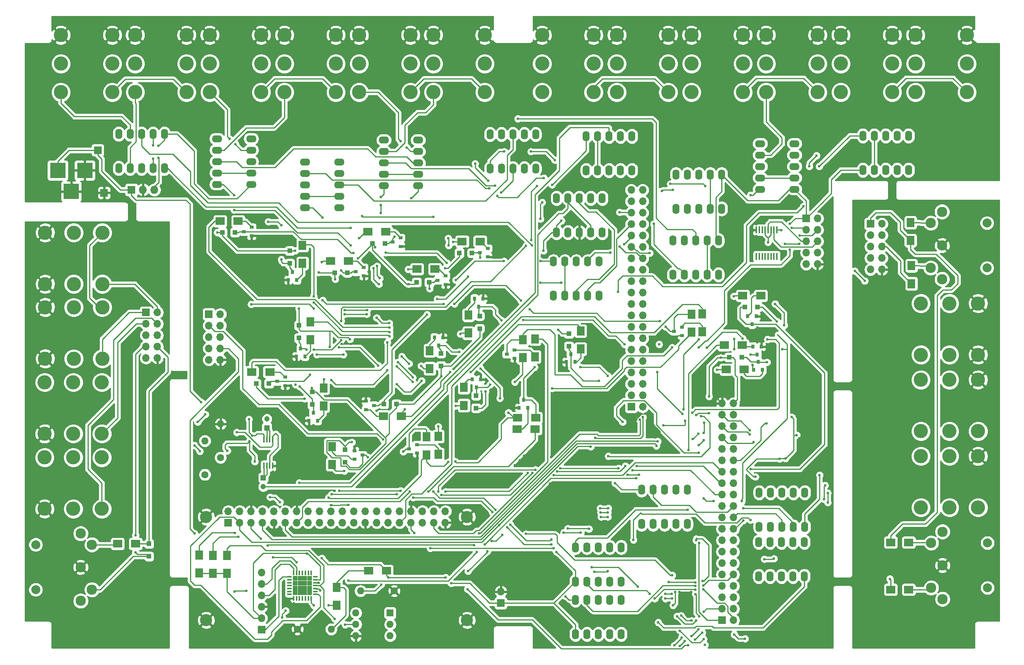
<source format=gtl>
G04 #@! TF.GenerationSoftware,KiCad,Pcbnew,(5.1.2)-2*
G04 #@! TF.CreationDate,2019-08-05T18:25:16-04:00*
G04 #@! TF.ProjectId,LooperPCB,4c6f6f70-6572-4504-9342-2e6b69636164,rev?*
G04 #@! TF.SameCoordinates,Original*
G04 #@! TF.FileFunction,Copper,L1,Top*
G04 #@! TF.FilePolarity,Positive*
%FSLAX46Y46*%
G04 Gerber Fmt 4.6, Leading zero omitted, Abs format (unit mm)*
G04 Created by KiCad (PCBNEW (5.1.2)-2) date 2019-08-05 18:25:16*
%MOMM*%
%LPD*%
G04 APERTURE LIST*
%ADD10R,1.700000X1.700000*%
%ADD11C,0.600000*%
%ADD12C,2.700000*%
%ADD13C,1.600000*%
%ADD14O,1.600000X1.600000*%
%ADD15R,1.200000X1.200000*%
%ADD16C,1.200000*%
%ADD17R,3.500000X3.500000*%
%ADD18O,1.700000X1.700000*%
%ADD19O,1.600000X2.300000*%
%ADD20O,2.300000X1.600000*%
%ADD21R,1.800000X1.800000*%
%ADD22O,1.800000X1.800000*%
%ADD23R,1.000000X0.370000*%
%ADD24R,0.370000X1.000000*%
%ADD25R,1.062500X1.062500*%
%ADD26C,2.300000*%
%ADD27C,2.000000*%
%ADD28C,3.175000*%
%ADD29R,1.600000X1.600000*%
%ADD30R,1.100000X1.100000*%
%ADD31R,0.972000X0.802000*%
%ADD32R,0.802000X0.972000*%
%ADD33R,2.000000X1.700000*%
%ADD34R,1.700000X2.000000*%
%ADD35R,0.450000X1.500000*%
%ADD36R,0.450000X1.450000*%
%ADD37C,0.250000*%
%ADD38C,0.254000*%
G04 APERTURE END LIST*
D10*
X55800000Y-53800000D03*
D11*
X132200000Y-93700000D03*
X131200000Y-93700000D03*
X130200000Y-93700000D03*
X129200000Y-93700000D03*
X132200000Y-92700000D03*
X131200000Y-92700000D03*
X130200000Y-92700000D03*
X100800000Y-121900000D03*
X104800000Y-124900000D03*
X103800000Y-124900000D03*
X102800000Y-124900000D03*
X101800000Y-124900000D03*
X100800000Y-124900000D03*
X104800000Y-123900000D03*
X103800000Y-123900000D03*
X102800000Y-123900000D03*
X101800000Y-123900000D03*
X100800000Y-123900000D03*
X104800000Y-122900000D03*
X103800000Y-122900000D03*
X102800000Y-122900000D03*
X101800000Y-122900000D03*
X100800000Y-122900000D03*
X104800000Y-121900000D03*
X103800000Y-121900000D03*
X102800000Y-121900000D03*
X101800000Y-121900000D03*
X134400000Y-162300000D03*
X133400000Y-162300000D03*
X132400000Y-162300000D03*
X131400000Y-162300000D03*
X130400000Y-162300000D03*
X129400000Y-162300000D03*
X128400000Y-162300000D03*
X127400000Y-162300000D03*
X126400000Y-162300000D03*
X125400000Y-162300000D03*
X124400000Y-162300000D03*
X134400000Y-161300000D03*
X133400000Y-161300000D03*
X132400000Y-161300000D03*
X131400000Y-161300000D03*
X130400000Y-161300000D03*
X129400000Y-161300000D03*
X128400000Y-161300000D03*
X127400000Y-161300000D03*
X126400000Y-161300000D03*
X125400000Y-161300000D03*
X124400000Y-161300000D03*
X134400000Y-160300000D03*
X133400000Y-160300000D03*
X132400000Y-160300000D03*
X131400000Y-160300000D03*
X130400000Y-160300000D03*
X129400000Y-160300000D03*
X128400000Y-160300000D03*
X127400000Y-160300000D03*
X126400000Y-160300000D03*
X125400000Y-160300000D03*
X124400000Y-160300000D03*
X134400000Y-159300000D03*
X133400000Y-159300000D03*
X132400000Y-159300000D03*
X131400000Y-159300000D03*
X130400000Y-159300000D03*
X129400000Y-159300000D03*
X128400000Y-159300000D03*
X127400000Y-159300000D03*
X126400000Y-159300000D03*
X125400000Y-159300000D03*
X124400000Y-159300000D03*
X134400000Y-158300000D03*
X133400000Y-158300000D03*
X132400000Y-158300000D03*
X131400000Y-158300000D03*
X130400000Y-158300000D03*
X129400000Y-158300000D03*
X128400000Y-158300000D03*
X127400000Y-158300000D03*
X126400000Y-158300000D03*
X125400000Y-158300000D03*
X124400000Y-158300000D03*
X134400000Y-157300000D03*
X133400000Y-157300000D03*
X132400000Y-157300000D03*
X131400000Y-157300000D03*
X130400000Y-157300000D03*
X129400000Y-157300000D03*
X128400000Y-157300000D03*
X127400000Y-157300000D03*
X126400000Y-157300000D03*
X125400000Y-157300000D03*
X124400000Y-157300000D03*
X134400000Y-156300000D03*
X133400000Y-156300000D03*
X132400000Y-156300000D03*
X131400000Y-156300000D03*
X130400000Y-156300000D03*
X129400000Y-156300000D03*
X128400000Y-156300000D03*
X127400000Y-156300000D03*
X126400000Y-156300000D03*
X125400000Y-156300000D03*
X124400000Y-156300000D03*
X134400000Y-155300000D03*
X133400000Y-155300000D03*
X132400000Y-155300000D03*
X131400000Y-155300000D03*
X130400000Y-155300000D03*
X129400000Y-155300000D03*
X128400000Y-155300000D03*
X127400000Y-155300000D03*
X126400000Y-155300000D03*
X125400000Y-155300000D03*
X124400000Y-155300000D03*
X134400000Y-154300000D03*
X133400000Y-154300000D03*
X132400000Y-154300000D03*
X131400000Y-154300000D03*
X130400000Y-154300000D03*
X129400000Y-154300000D03*
X128400000Y-154300000D03*
X127400000Y-154300000D03*
X126400000Y-154300000D03*
X125400000Y-154300000D03*
X124400000Y-154300000D03*
X134400000Y-153300000D03*
X133400000Y-153300000D03*
X132400000Y-153300000D03*
X131400000Y-153300000D03*
X130400000Y-153300000D03*
X129400000Y-153300000D03*
X128400000Y-153300000D03*
X127400000Y-153300000D03*
X126400000Y-153300000D03*
X125400000Y-153300000D03*
X255000000Y-58900000D03*
X254000000Y-58900000D03*
X253000000Y-58900000D03*
X252000000Y-58900000D03*
X251000000Y-58900000D03*
X250000000Y-58900000D03*
X249000000Y-58900000D03*
X248000000Y-58900000D03*
X247000000Y-58900000D03*
X246000000Y-58900000D03*
X245000000Y-58900000D03*
X244000000Y-58900000D03*
X243000000Y-58900000D03*
X242000000Y-58900000D03*
X241000000Y-58900000D03*
X240000000Y-58900000D03*
X255000000Y-57900000D03*
X254000000Y-57900000D03*
X253000000Y-57900000D03*
X252000000Y-57900000D03*
X251000000Y-57900000D03*
X250000000Y-57900000D03*
X249000000Y-57900000D03*
X248000000Y-57900000D03*
X247000000Y-57900000D03*
X246000000Y-57900000D03*
X245000000Y-57900000D03*
X244000000Y-57900000D03*
X243000000Y-57900000D03*
X242000000Y-57900000D03*
X241000000Y-57900000D03*
X240000000Y-57900000D03*
X255000000Y-56900000D03*
X254000000Y-56900000D03*
X253000000Y-56900000D03*
X252000000Y-56900000D03*
X251000000Y-56900000D03*
X250000000Y-56900000D03*
X249000000Y-56900000D03*
X248000000Y-56900000D03*
X247000000Y-56900000D03*
X246000000Y-56900000D03*
X245000000Y-56900000D03*
X244000000Y-56900000D03*
X243000000Y-56900000D03*
X242000000Y-56900000D03*
X241000000Y-56900000D03*
X240000000Y-56900000D03*
X255000000Y-55900000D03*
X254000000Y-55900000D03*
X253000000Y-55900000D03*
X252000000Y-55900000D03*
X251000000Y-55900000D03*
X250000000Y-55900000D03*
X249000000Y-55900000D03*
X248000000Y-55900000D03*
X247000000Y-55900000D03*
X246000000Y-55900000D03*
X245000000Y-55900000D03*
X244000000Y-55900000D03*
X243000000Y-55900000D03*
X242000000Y-55900000D03*
X241000000Y-55900000D03*
X240000000Y-55900000D03*
X255000000Y-54900000D03*
X254000000Y-54900000D03*
X253000000Y-54900000D03*
X252000000Y-54900000D03*
X251000000Y-54900000D03*
X250000000Y-54900000D03*
X249000000Y-54900000D03*
X248000000Y-54900000D03*
X247000000Y-54900000D03*
X246000000Y-54900000D03*
X245000000Y-54900000D03*
X244000000Y-54900000D03*
X243000000Y-54900000D03*
X242000000Y-54900000D03*
X241000000Y-54900000D03*
X240000000Y-54900000D03*
X255000000Y-53900000D03*
X254000000Y-53900000D03*
X253000000Y-53900000D03*
X252000000Y-53900000D03*
X251000000Y-53900000D03*
X250000000Y-53900000D03*
X249000000Y-53900000D03*
X248000000Y-53900000D03*
X247000000Y-53900000D03*
X246000000Y-53900000D03*
X245000000Y-53900000D03*
X244000000Y-53900000D03*
X243000000Y-53900000D03*
X242000000Y-53900000D03*
X241000000Y-53900000D03*
X240000000Y-53900000D03*
X255000000Y-52900000D03*
X254000000Y-52900000D03*
X253000000Y-52900000D03*
X252000000Y-52900000D03*
X251000000Y-52900000D03*
X250000000Y-52900000D03*
X249000000Y-52900000D03*
X248000000Y-52900000D03*
X247000000Y-52900000D03*
X246000000Y-52900000D03*
X245000000Y-52900000D03*
X244000000Y-52900000D03*
X243000000Y-52900000D03*
X242000000Y-52900000D03*
X241000000Y-52900000D03*
X240000000Y-52900000D03*
X255000000Y-51900000D03*
X254000000Y-51900000D03*
X253000000Y-51900000D03*
X252000000Y-51900000D03*
X251000000Y-51900000D03*
X250000000Y-51900000D03*
X249000000Y-51900000D03*
X248000000Y-51900000D03*
X247000000Y-51900000D03*
X246000000Y-51900000D03*
X245000000Y-51900000D03*
X244000000Y-51900000D03*
X243000000Y-51900000D03*
X242000000Y-51900000D03*
X241000000Y-51900000D03*
X240000000Y-51900000D03*
X255000000Y-50900000D03*
X254000000Y-50900000D03*
X253000000Y-50900000D03*
X252000000Y-50900000D03*
X251000000Y-50900000D03*
X250000000Y-50900000D03*
X249000000Y-50900000D03*
X248000000Y-50900000D03*
X247000000Y-50900000D03*
X246000000Y-50900000D03*
X245000000Y-50900000D03*
X244000000Y-50900000D03*
X243000000Y-50900000D03*
X242000000Y-50900000D03*
X241000000Y-50900000D03*
X240000000Y-50900000D03*
X255000000Y-49900000D03*
X254000000Y-49900000D03*
X253000000Y-49900000D03*
X252000000Y-49900000D03*
X251000000Y-49900000D03*
X250000000Y-49900000D03*
X249000000Y-49900000D03*
X248000000Y-49900000D03*
X247000000Y-49900000D03*
X246000000Y-49900000D03*
X245000000Y-49900000D03*
X244000000Y-49900000D03*
X243000000Y-49900000D03*
X242000000Y-49900000D03*
X241000000Y-49900000D03*
X240000000Y-49900000D03*
X255000000Y-48900000D03*
X254000000Y-48900000D03*
X253000000Y-48900000D03*
X252000000Y-48900000D03*
X251000000Y-48900000D03*
X250000000Y-48900000D03*
X249000000Y-48900000D03*
X248000000Y-48900000D03*
X247000000Y-48900000D03*
X246000000Y-48900000D03*
X245000000Y-48900000D03*
X244000000Y-48900000D03*
X243000000Y-48900000D03*
X242000000Y-48900000D03*
X241000000Y-48900000D03*
X240000000Y-48900000D03*
X255000000Y-47900000D03*
X254000000Y-47900000D03*
X253000000Y-47900000D03*
X252000000Y-47900000D03*
X251000000Y-47900000D03*
X250000000Y-47900000D03*
X249000000Y-47900000D03*
X248000000Y-47900000D03*
X247000000Y-47900000D03*
X246000000Y-47900000D03*
X245000000Y-47900000D03*
X244000000Y-47900000D03*
X243000000Y-47900000D03*
X242000000Y-47900000D03*
X241000000Y-47900000D03*
X240000000Y-47900000D03*
X255000000Y-46900000D03*
X254000000Y-46900000D03*
X253000000Y-46900000D03*
X252000000Y-46900000D03*
X251000000Y-46900000D03*
X250000000Y-46900000D03*
X249000000Y-46900000D03*
X248000000Y-46900000D03*
X247000000Y-46900000D03*
X246000000Y-46900000D03*
X245000000Y-46900000D03*
X244000000Y-46900000D03*
X243000000Y-46900000D03*
X242000000Y-46900000D03*
X241000000Y-46900000D03*
X240000000Y-46900000D03*
X199900000Y-56100000D03*
X198900000Y-56100000D03*
X197900000Y-56100000D03*
X196900000Y-56100000D03*
X195900000Y-56100000D03*
X194900000Y-56100000D03*
X193900000Y-56100000D03*
X192900000Y-56100000D03*
X191900000Y-56100000D03*
X190900000Y-56100000D03*
X189900000Y-56100000D03*
X188900000Y-56100000D03*
X187900000Y-56100000D03*
X186900000Y-56100000D03*
X185900000Y-56100000D03*
X184900000Y-56100000D03*
X183900000Y-56100000D03*
X182900000Y-56100000D03*
X181900000Y-56100000D03*
X199900000Y-55100000D03*
X198900000Y-55100000D03*
X197900000Y-55100000D03*
X196900000Y-55100000D03*
X195900000Y-55100000D03*
X194900000Y-55100000D03*
X193900000Y-55100000D03*
X192900000Y-55100000D03*
X191900000Y-55100000D03*
X190900000Y-55100000D03*
X189900000Y-55100000D03*
X188900000Y-55100000D03*
X187900000Y-55100000D03*
X186900000Y-55100000D03*
X185900000Y-55100000D03*
X184900000Y-55100000D03*
X183900000Y-55100000D03*
X182900000Y-55100000D03*
X181900000Y-55100000D03*
X199900000Y-54100000D03*
X198900000Y-54100000D03*
X197900000Y-54100000D03*
X196900000Y-54100000D03*
X195900000Y-54100000D03*
X194900000Y-54100000D03*
X193900000Y-54100000D03*
X192900000Y-54100000D03*
X191900000Y-54100000D03*
X190900000Y-54100000D03*
X189900000Y-54100000D03*
X188900000Y-54100000D03*
X187900000Y-54100000D03*
X186900000Y-54100000D03*
X185900000Y-54100000D03*
X184900000Y-54100000D03*
X183900000Y-54100000D03*
X182900000Y-54100000D03*
X181900000Y-54100000D03*
X199900000Y-53100000D03*
X198900000Y-53100000D03*
X197900000Y-53100000D03*
X196900000Y-53100000D03*
X195900000Y-53100000D03*
X194900000Y-53100000D03*
X193900000Y-53100000D03*
X192900000Y-53100000D03*
X191900000Y-53100000D03*
X190900000Y-53100000D03*
X189900000Y-53100000D03*
X188900000Y-53100000D03*
X187900000Y-53100000D03*
X186900000Y-53100000D03*
X185900000Y-53100000D03*
X184900000Y-53100000D03*
X183900000Y-53100000D03*
X182900000Y-53100000D03*
X181900000Y-53100000D03*
X199900000Y-52100000D03*
X198900000Y-52100000D03*
X197900000Y-52100000D03*
X196900000Y-52100000D03*
X195900000Y-52100000D03*
X194900000Y-52100000D03*
X193900000Y-52100000D03*
X192900000Y-52100000D03*
X191900000Y-52100000D03*
X190900000Y-52100000D03*
X189900000Y-52100000D03*
X188900000Y-52100000D03*
X187900000Y-52100000D03*
X186900000Y-52100000D03*
X185900000Y-52100000D03*
X184900000Y-52100000D03*
X183900000Y-52100000D03*
X182900000Y-52100000D03*
X181900000Y-52100000D03*
X199900000Y-51100000D03*
X198900000Y-51100000D03*
X197900000Y-51100000D03*
X196900000Y-51100000D03*
X195900000Y-51100000D03*
X194900000Y-51100000D03*
X193900000Y-51100000D03*
X192900000Y-51100000D03*
X191900000Y-51100000D03*
X190900000Y-51100000D03*
X189900000Y-51100000D03*
X188900000Y-51100000D03*
X187900000Y-51100000D03*
X186900000Y-51100000D03*
X185900000Y-51100000D03*
X184900000Y-51100000D03*
X183900000Y-51100000D03*
X182900000Y-51100000D03*
X181900000Y-51100000D03*
X199900000Y-50100000D03*
X198900000Y-50100000D03*
X197900000Y-50100000D03*
X196900000Y-50100000D03*
X195900000Y-50100000D03*
X194900000Y-50100000D03*
X193900000Y-50100000D03*
X192900000Y-50100000D03*
X191900000Y-50100000D03*
X190900000Y-50100000D03*
X189900000Y-50100000D03*
X188900000Y-50100000D03*
X187900000Y-50100000D03*
X186900000Y-50100000D03*
X185900000Y-50100000D03*
X184900000Y-50100000D03*
X183900000Y-50100000D03*
X182900000Y-50100000D03*
X181900000Y-50100000D03*
X199900000Y-49100000D03*
X198900000Y-49100000D03*
X197900000Y-49100000D03*
X196900000Y-49100000D03*
X195900000Y-49100000D03*
X194900000Y-49100000D03*
X193900000Y-49100000D03*
X192900000Y-49100000D03*
X191900000Y-49100000D03*
X190900000Y-49100000D03*
X189900000Y-49100000D03*
X188900000Y-49100000D03*
X187900000Y-49100000D03*
X186900000Y-49100000D03*
X185900000Y-49100000D03*
X184900000Y-49100000D03*
X183900000Y-49100000D03*
X182900000Y-49100000D03*
X236800000Y-163300000D03*
X235800000Y-163300000D03*
X234800000Y-163300000D03*
X233800000Y-163300000D03*
X232800000Y-163300000D03*
X231800000Y-163300000D03*
X230800000Y-163300000D03*
X229800000Y-163300000D03*
X236800000Y-162300000D03*
X235800000Y-162300000D03*
X234800000Y-162300000D03*
X233800000Y-162300000D03*
X232800000Y-162300000D03*
X231800000Y-162300000D03*
X230800000Y-162300000D03*
X229800000Y-162300000D03*
X236800000Y-161300000D03*
X235800000Y-161300000D03*
X234800000Y-161300000D03*
X233800000Y-161300000D03*
X232800000Y-161300000D03*
X231800000Y-161300000D03*
X230800000Y-161300000D03*
X229800000Y-161300000D03*
X236800000Y-160300000D03*
X235800000Y-160300000D03*
X234800000Y-160300000D03*
X233800000Y-160300000D03*
X232800000Y-160300000D03*
X231800000Y-160300000D03*
X230800000Y-160300000D03*
X229800000Y-160300000D03*
X236800000Y-159300000D03*
X235800000Y-159300000D03*
X234800000Y-159300000D03*
X233800000Y-159300000D03*
X232800000Y-159300000D03*
X231800000Y-159300000D03*
X230800000Y-159300000D03*
X229800000Y-159300000D03*
X236800000Y-158300000D03*
X235800000Y-158300000D03*
X234800000Y-158300000D03*
X233800000Y-158300000D03*
X232800000Y-158300000D03*
X231800000Y-158300000D03*
X230800000Y-158300000D03*
X229800000Y-158300000D03*
X236800000Y-157300000D03*
X235800000Y-157300000D03*
X234800000Y-157300000D03*
X233800000Y-157300000D03*
X232800000Y-157300000D03*
X231800000Y-157300000D03*
X230800000Y-157300000D03*
X229800000Y-157300000D03*
X236800000Y-156300000D03*
X235800000Y-156300000D03*
X234800000Y-156300000D03*
X233800000Y-156300000D03*
X232800000Y-156300000D03*
X231800000Y-156300000D03*
X230800000Y-156300000D03*
X229800000Y-156300000D03*
X236800000Y-155300000D03*
X235800000Y-155300000D03*
X234800000Y-155300000D03*
X233800000Y-155300000D03*
X232800000Y-155300000D03*
X231800000Y-155300000D03*
X230800000Y-155300000D03*
X229800000Y-155300000D03*
X236800000Y-154300000D03*
X235800000Y-154300000D03*
X234800000Y-154300000D03*
X233800000Y-154300000D03*
X232800000Y-154300000D03*
X231800000Y-154300000D03*
X230800000Y-154300000D03*
X228800000Y-163300000D03*
X227800000Y-163300000D03*
X226800000Y-163300000D03*
X225800000Y-163300000D03*
X228800000Y-162300000D03*
X227800000Y-162300000D03*
X226800000Y-162300000D03*
X225800000Y-162300000D03*
X228800000Y-161300000D03*
X227800000Y-161300000D03*
X226800000Y-161300000D03*
X228800000Y-160300000D03*
X227800000Y-160300000D03*
X226800000Y-160300000D03*
X225800000Y-160300000D03*
X228800000Y-159300000D03*
X227800000Y-159300000D03*
X226800000Y-159300000D03*
X225800000Y-159300000D03*
X228800000Y-158300000D03*
X227800000Y-158300000D03*
X226800000Y-158300000D03*
X225800000Y-158300000D03*
X228800000Y-157300000D03*
X227800000Y-157300000D03*
X226800000Y-157300000D03*
X225800000Y-157300000D03*
X228800000Y-156300000D03*
X227800000Y-156300000D03*
X226800000Y-156300000D03*
X225800000Y-156300000D03*
X228800000Y-155300000D03*
X227800000Y-155300000D03*
X226800000Y-155300000D03*
X225800000Y-155300000D03*
X227800000Y-154300000D03*
X226800000Y-154300000D03*
X225800000Y-154300000D03*
X228800000Y-153300000D03*
X227800000Y-153300000D03*
X226800000Y-153300000D03*
X225800000Y-153300000D03*
X228800000Y-152300000D03*
X227800000Y-152300000D03*
X226800000Y-152300000D03*
X225800000Y-152300000D03*
X228800000Y-151300000D03*
X227800000Y-151300000D03*
X226800000Y-151300000D03*
X225800000Y-151300000D03*
X228800000Y-150300000D03*
X227800000Y-150300000D03*
X226800000Y-150300000D03*
X225800000Y-150300000D03*
X228800000Y-149300000D03*
X227800000Y-149300000D03*
X226800000Y-149300000D03*
X225800000Y-149300000D03*
X228800000Y-148300000D03*
X227800000Y-148300000D03*
X226800000Y-148300000D03*
X225800000Y-148300000D03*
X228800000Y-147300000D03*
X227800000Y-147300000D03*
X226800000Y-147300000D03*
X225800000Y-147300000D03*
X228800000Y-146300000D03*
X227800000Y-146300000D03*
X226800000Y-146300000D03*
X225800000Y-146300000D03*
X228800000Y-145300000D03*
X227800000Y-145300000D03*
X226800000Y-145300000D03*
X225800000Y-145300000D03*
X228800000Y-144300000D03*
X227800000Y-144300000D03*
X226800000Y-144300000D03*
X225800000Y-144300000D03*
X228800000Y-143300000D03*
X227800000Y-143300000D03*
X226800000Y-143300000D03*
X225800000Y-143300000D03*
X228800000Y-142300000D03*
X227800000Y-142300000D03*
X226800000Y-142300000D03*
X225800000Y-142300000D03*
X228800000Y-141300000D03*
X227800000Y-141300000D03*
X226800000Y-141300000D03*
X225800000Y-141300000D03*
X228800000Y-140300000D03*
X227800000Y-140300000D03*
X226800000Y-140300000D03*
X225800000Y-140300000D03*
X228800000Y-139300000D03*
X227800000Y-139300000D03*
X226800000Y-139300000D03*
X225800000Y-139300000D03*
X228800000Y-138300000D03*
X227800000Y-138300000D03*
X226800000Y-138300000D03*
X225800000Y-138300000D03*
X228800000Y-137300000D03*
X227800000Y-137300000D03*
X226800000Y-137300000D03*
X225800000Y-137300000D03*
X228800000Y-136300000D03*
X227800000Y-136300000D03*
X226800000Y-136300000D03*
X225800000Y-136300000D03*
X228800000Y-135300000D03*
X227800000Y-135300000D03*
X226800000Y-135300000D03*
X225800000Y-135300000D03*
X228800000Y-134300000D03*
X227800000Y-134300000D03*
X226800000Y-134300000D03*
X225800000Y-134300000D03*
X228800000Y-133300000D03*
X227800000Y-133300000D03*
X226800000Y-133300000D03*
X225800000Y-133300000D03*
X228800000Y-132300000D03*
X227800000Y-132300000D03*
X226800000Y-132300000D03*
X225800000Y-132300000D03*
X228800000Y-131300000D03*
X227800000Y-131300000D03*
X226800000Y-131300000D03*
X225800000Y-131300000D03*
X228800000Y-130300000D03*
X227800000Y-130300000D03*
X226800000Y-130300000D03*
X225800000Y-130300000D03*
X228800000Y-129300000D03*
X227800000Y-129300000D03*
X226800000Y-129300000D03*
X225800000Y-129300000D03*
X228800000Y-128300000D03*
X227800000Y-128300000D03*
X226800000Y-128300000D03*
X225800000Y-128300000D03*
X228800000Y-127300000D03*
X227800000Y-127300000D03*
X226800000Y-127300000D03*
X225800000Y-127300000D03*
X228800000Y-126300000D03*
X227800000Y-126300000D03*
X226800000Y-126300000D03*
X225800000Y-126300000D03*
X228800000Y-125300000D03*
X227800000Y-125300000D03*
X226800000Y-125300000D03*
X225800000Y-125300000D03*
X228800000Y-124300000D03*
X227800000Y-124300000D03*
X226800000Y-124300000D03*
X225800000Y-124300000D03*
X228800000Y-123300000D03*
X227800000Y-123300000D03*
X226800000Y-123300000D03*
X225800000Y-123300000D03*
X228800000Y-122300000D03*
X227800000Y-122300000D03*
X226800000Y-122300000D03*
X225800000Y-122300000D03*
X228800000Y-121300000D03*
X227800000Y-121300000D03*
X226800000Y-121300000D03*
X70100000Y-80500000D03*
X69100000Y-80500000D03*
X68100000Y-80500000D03*
X67100000Y-80500000D03*
X66100000Y-80500000D03*
X65100000Y-80500000D03*
X64100000Y-80500000D03*
X63100000Y-80500000D03*
X62100000Y-80500000D03*
X61100000Y-80500000D03*
X70100000Y-79500000D03*
X69100000Y-79500000D03*
X68100000Y-79500000D03*
X67100000Y-79500000D03*
X66100000Y-79500000D03*
X65100000Y-79500000D03*
X64100000Y-79500000D03*
X63100000Y-79500000D03*
X62100000Y-79500000D03*
X61100000Y-79500000D03*
X70100000Y-78500000D03*
X69100000Y-78500000D03*
X68100000Y-78500000D03*
X67100000Y-78500000D03*
X66100000Y-78500000D03*
X65100000Y-78500000D03*
X64100000Y-78500000D03*
X63100000Y-78500000D03*
X62100000Y-78500000D03*
X61100000Y-78500000D03*
X70100000Y-77500000D03*
X69100000Y-77500000D03*
X68100000Y-77500000D03*
X67100000Y-77500000D03*
X66100000Y-77500000D03*
X65100000Y-77500000D03*
X64100000Y-77500000D03*
X63100000Y-77500000D03*
X62100000Y-77500000D03*
X61100000Y-77500000D03*
X70100000Y-76500000D03*
X69100000Y-76500000D03*
X68100000Y-76500000D03*
X67100000Y-76500000D03*
X66100000Y-76500000D03*
X65100000Y-76500000D03*
X64100000Y-76500000D03*
X63100000Y-76500000D03*
X62100000Y-76500000D03*
X61100000Y-76500000D03*
X70100000Y-75500000D03*
X69100000Y-75500000D03*
X68100000Y-75500000D03*
X67100000Y-75500000D03*
X66100000Y-75500000D03*
X65100000Y-75500000D03*
X64100000Y-75500000D03*
X63100000Y-75500000D03*
X62100000Y-75500000D03*
X61100000Y-75500000D03*
X70100000Y-74500000D03*
X69100000Y-74500000D03*
X68100000Y-74500000D03*
X67100000Y-74500000D03*
X66100000Y-74500000D03*
X65100000Y-74500000D03*
X64100000Y-74500000D03*
X63100000Y-74500000D03*
X62100000Y-74500000D03*
X61100000Y-74500000D03*
X70100000Y-73500000D03*
X69100000Y-73500000D03*
X68100000Y-73500000D03*
X67100000Y-73500000D03*
X66100000Y-73500000D03*
X65100000Y-73500000D03*
X64100000Y-73500000D03*
X63100000Y-73500000D03*
X62100000Y-73500000D03*
X61100000Y-73500000D03*
X70100000Y-72500000D03*
X69100000Y-72500000D03*
X68100000Y-72500000D03*
X67100000Y-72500000D03*
X66100000Y-72500000D03*
X65100000Y-72500000D03*
X64100000Y-72500000D03*
X63100000Y-72500000D03*
X62100000Y-72500000D03*
X61100000Y-72500000D03*
X70100000Y-71500000D03*
X69100000Y-71500000D03*
X68100000Y-71500000D03*
X67100000Y-71500000D03*
X66100000Y-71500000D03*
X65100000Y-71500000D03*
X64100000Y-71500000D03*
X63100000Y-71500000D03*
X62100000Y-71500000D03*
X229800000Y-115300000D03*
X228800000Y-115300000D03*
X227800000Y-115300000D03*
X226800000Y-115300000D03*
X225800000Y-115300000D03*
X229800000Y-114300000D03*
X228800000Y-114300000D03*
X227800000Y-114300000D03*
X226800000Y-114300000D03*
X225800000Y-114300000D03*
X229800000Y-113300000D03*
X228800000Y-113300000D03*
X227800000Y-113300000D03*
X226800000Y-113300000D03*
X225800000Y-113300000D03*
X229800000Y-112300000D03*
X228800000Y-112300000D03*
X227800000Y-112300000D03*
X226800000Y-112300000D03*
X225800000Y-112300000D03*
X229800000Y-111300000D03*
X228800000Y-111300000D03*
X227800000Y-111300000D03*
X226800000Y-111300000D03*
X225800000Y-111300000D03*
X229800000Y-110300000D03*
X228800000Y-110300000D03*
X227800000Y-110300000D03*
X226800000Y-110300000D03*
X225800000Y-110300000D03*
X229800000Y-109300000D03*
X228800000Y-109300000D03*
X227800000Y-109300000D03*
X226800000Y-109300000D03*
X225800000Y-109300000D03*
X229800000Y-108300000D03*
X228800000Y-108300000D03*
X227800000Y-108300000D03*
X226800000Y-108300000D03*
X225800000Y-108300000D03*
X229800000Y-107300000D03*
X228800000Y-107300000D03*
X227800000Y-107300000D03*
X226800000Y-107300000D03*
X225800000Y-107300000D03*
X229800000Y-106300000D03*
X228800000Y-106300000D03*
X227800000Y-106300000D03*
X226800000Y-106300000D03*
X225800000Y-106300000D03*
X229800000Y-105300000D03*
X228800000Y-105300000D03*
X227800000Y-105300000D03*
X226800000Y-105300000D03*
X225800000Y-105300000D03*
X229800000Y-104300000D03*
X228800000Y-104300000D03*
X227800000Y-104300000D03*
X226800000Y-104300000D03*
X225800000Y-104300000D03*
X229800000Y-103300000D03*
X228800000Y-103300000D03*
X227800000Y-103300000D03*
X226800000Y-103300000D03*
X225800000Y-103300000D03*
X229800000Y-102300000D03*
X228800000Y-102300000D03*
X227800000Y-102300000D03*
X226800000Y-102300000D03*
X225800000Y-102300000D03*
X229800000Y-101300000D03*
X228800000Y-101300000D03*
X227800000Y-101300000D03*
X226800000Y-101300000D03*
X225800000Y-101300000D03*
X229800000Y-100300000D03*
X228800000Y-100300000D03*
X227800000Y-100300000D03*
X226800000Y-100300000D03*
X225800000Y-100300000D03*
X229800000Y-99300000D03*
X228800000Y-99300000D03*
X227800000Y-99300000D03*
X226800000Y-99300000D03*
X225800000Y-99300000D03*
X229800000Y-98300000D03*
X228800000Y-98300000D03*
X227800000Y-98300000D03*
X226800000Y-98300000D03*
X225800000Y-98300000D03*
X229800000Y-97300000D03*
X228800000Y-97300000D03*
X227800000Y-97300000D03*
X226800000Y-97300000D03*
X225800000Y-97300000D03*
X229800000Y-96300000D03*
X228800000Y-96300000D03*
X227800000Y-96300000D03*
X226800000Y-96300000D03*
X225800000Y-96300000D03*
X229800000Y-95300000D03*
X228800000Y-95300000D03*
X227800000Y-95300000D03*
X226800000Y-95300000D03*
X225800000Y-95300000D03*
X229800000Y-94300000D03*
X228800000Y-94300000D03*
X227800000Y-94300000D03*
X226800000Y-94300000D03*
X225800000Y-94300000D03*
X229800000Y-93300000D03*
X228800000Y-93300000D03*
X227800000Y-93300000D03*
X226800000Y-93300000D03*
X225800000Y-93300000D03*
X229800000Y-92300000D03*
X228800000Y-92300000D03*
X227800000Y-92300000D03*
X226800000Y-92300000D03*
X225800000Y-92300000D03*
X229800000Y-91300000D03*
X228800000Y-91300000D03*
X227800000Y-91300000D03*
X226800000Y-91300000D03*
X225800000Y-91300000D03*
X229800000Y-90300000D03*
X228800000Y-90300000D03*
X227800000Y-90300000D03*
X226800000Y-90300000D03*
X225800000Y-90300000D03*
X228800000Y-89300000D03*
X227800000Y-89300000D03*
X226800000Y-89300000D03*
X225800000Y-89300000D03*
X227800000Y-88300000D03*
X226800000Y-88300000D03*
X225800000Y-88300000D03*
X226800000Y-87300000D03*
X229800000Y-120300000D03*
X228800000Y-120300000D03*
X227800000Y-120300000D03*
X226800000Y-120300000D03*
X225800000Y-161300000D03*
X229800000Y-119300000D03*
X228800000Y-119300000D03*
X227800000Y-119300000D03*
X226800000Y-119300000D03*
X225800000Y-119300000D03*
X229800000Y-118300000D03*
X228800000Y-118300000D03*
X227800000Y-118300000D03*
X226800000Y-118300000D03*
X225800000Y-118300000D03*
X229800000Y-117300000D03*
X228800000Y-117300000D03*
X227800000Y-117300000D03*
X226800000Y-117300000D03*
X225800000Y-117300000D03*
X229800000Y-116300000D03*
X228800000Y-116300000D03*
X227800000Y-116300000D03*
X226800000Y-116300000D03*
X61100000Y-71500000D03*
X99300000Y-154900000D03*
X104200000Y-159000000D03*
X105200000Y-159000000D03*
X104200000Y-160000000D03*
X105200000Y-160000000D03*
X86000000Y-163000000D03*
X85000000Y-163000000D03*
X84000000Y-163000000D03*
X83000000Y-163000000D03*
X86000000Y-162000000D03*
X85000000Y-162000000D03*
X84000000Y-162000000D03*
X83000000Y-162000000D03*
X86000000Y-161000000D03*
X85000000Y-161000000D03*
X84000000Y-161000000D03*
X83000000Y-161000000D03*
X62500000Y-155700000D03*
X63500000Y-155700000D03*
X64500000Y-155700000D03*
X65500000Y-155700000D03*
X66500000Y-155700000D03*
X66500000Y-156600000D03*
X65500000Y-156600000D03*
X64500000Y-156600000D03*
X63500000Y-156600000D03*
X62500000Y-156600000D03*
X62500000Y-157600000D03*
X63500000Y-157600000D03*
X64500000Y-157600000D03*
X65500000Y-157600000D03*
X66500000Y-157600000D03*
X62500000Y-158600000D03*
X63500000Y-158600000D03*
X64500000Y-158600000D03*
X65500000Y-158600000D03*
X66500000Y-158600000D03*
X62500000Y-159600000D03*
X63500000Y-159600000D03*
X64500000Y-159600000D03*
X65500000Y-159600000D03*
X66500000Y-159600000D03*
X62500000Y-160600000D03*
X63500000Y-160600000D03*
X64500000Y-160600000D03*
X65500000Y-160600000D03*
X66500000Y-160600000D03*
X91200000Y-90600000D03*
X92200000Y-90600000D03*
X93200000Y-90600000D03*
X94200000Y-90600000D03*
X95200000Y-90600000D03*
X91200000Y-91600000D03*
X92200000Y-91600000D03*
X93200000Y-91600000D03*
X94200000Y-91600000D03*
X95200000Y-91600000D03*
X91200000Y-92600000D03*
X92200000Y-92600000D03*
X93200000Y-92600000D03*
X94200000Y-92600000D03*
X95200000Y-92600000D03*
X91200000Y-93600000D03*
X92200000Y-93600000D03*
X93200000Y-93600000D03*
X94200000Y-93600000D03*
X95200000Y-93600000D03*
X91200000Y-94600000D03*
X92200000Y-94600000D03*
X93200000Y-94600000D03*
X94200000Y-94600000D03*
X95200000Y-94600000D03*
X91200000Y-95600000D03*
X92200000Y-95600000D03*
X93200000Y-95600000D03*
X94200000Y-95600000D03*
X95200000Y-95600000D03*
X91200000Y-96600000D03*
X92200000Y-96600000D03*
X93200000Y-96600000D03*
X94200000Y-96600000D03*
X95200000Y-96600000D03*
X91200000Y-97600000D03*
X92200000Y-97600000D03*
X93200000Y-97600000D03*
X94200000Y-97600000D03*
X95200000Y-97600000D03*
X142500000Y-125800000D03*
X143500000Y-125800000D03*
X144500000Y-125800000D03*
X145500000Y-125800000D03*
X142500000Y-126800000D03*
X143500000Y-126800000D03*
X144500000Y-126800000D03*
X145500000Y-126800000D03*
X142500000Y-127800000D03*
X143500000Y-127800000D03*
X144500000Y-127800000D03*
X145500000Y-127800000D03*
X166500000Y-128000000D03*
X167500000Y-128000000D03*
X168500000Y-128000000D03*
X169500000Y-128000000D03*
X166500000Y-129000000D03*
X167500000Y-129000000D03*
X168500000Y-129000000D03*
X169500000Y-129000000D03*
X159000000Y-135900000D03*
X160000000Y-135900000D03*
X161000000Y-135900000D03*
X162000000Y-135900000D03*
X156300000Y-128000000D03*
X157300000Y-128000000D03*
X158300000Y-128000000D03*
X156300000Y-129000000D03*
X157300000Y-129000000D03*
X158300000Y-129000000D03*
X148800000Y-135900000D03*
X149800000Y-135900000D03*
X150800000Y-135900000D03*
X157900000Y-135900000D03*
X156900000Y-135900000D03*
X155900000Y-135900000D03*
X154900000Y-135900000D03*
X153900000Y-135900000D03*
X152900000Y-135900000D03*
X151900000Y-135900000D03*
X165400000Y-129000000D03*
X164400000Y-129000000D03*
X163400000Y-129000000D03*
X162400000Y-129000000D03*
X161400000Y-129000000D03*
X160400000Y-129000000D03*
X159400000Y-129000000D03*
X165400000Y-128000000D03*
X164400000Y-128000000D03*
X163400000Y-128000000D03*
X162400000Y-128000000D03*
X161400000Y-128000000D03*
X160400000Y-128000000D03*
X159400000Y-128000000D03*
X141400000Y-127800000D03*
X140400000Y-127800000D03*
X139400000Y-127800000D03*
X138400000Y-127800000D03*
X137400000Y-127800000D03*
X136400000Y-127800000D03*
X135400000Y-127800000D03*
X141400000Y-126800000D03*
X140400000Y-126800000D03*
X139400000Y-126800000D03*
X138400000Y-126800000D03*
X137400000Y-126800000D03*
X136400000Y-126800000D03*
X135400000Y-126800000D03*
X141400000Y-125800000D03*
X140400000Y-125800000D03*
X139400000Y-125800000D03*
X138400000Y-125800000D03*
X137400000Y-125800000D03*
X136400000Y-125800000D03*
X107400000Y-143100000D03*
X108400000Y-143100000D03*
X109400000Y-143100000D03*
X110400000Y-143100000D03*
X111400000Y-143100000D03*
X112400000Y-143100000D03*
X113400000Y-143100000D03*
X114400000Y-143100000D03*
X115400000Y-143100000D03*
X107400000Y-144100000D03*
X108400000Y-144100000D03*
X109400000Y-144100000D03*
X110400000Y-144100000D03*
X111400000Y-144100000D03*
X112400000Y-144100000D03*
X113400000Y-144100000D03*
X114400000Y-144100000D03*
X115400000Y-144100000D03*
X107400000Y-145100000D03*
X108400000Y-145100000D03*
X109400000Y-145100000D03*
X110400000Y-145100000D03*
X111400000Y-145100000D03*
X112400000Y-145100000D03*
X113400000Y-145100000D03*
X114400000Y-145100000D03*
X115400000Y-145100000D03*
X213800000Y-116800000D03*
X212800000Y-116800000D03*
X213800000Y-115800000D03*
X212800000Y-115800000D03*
X213800000Y-114800000D03*
X212800000Y-114800000D03*
X213800000Y-113800000D03*
X212800000Y-113800000D03*
X213800000Y-112800000D03*
X212800000Y-112800000D03*
X213800000Y-111800000D03*
X212800000Y-111800000D03*
X213800000Y-110800000D03*
X212800000Y-110800000D03*
X214900000Y-110800000D03*
X214900000Y-111800000D03*
X214900000Y-112800000D03*
X214900000Y-113800000D03*
X214900000Y-114800000D03*
X214900000Y-115800000D03*
X214900000Y-116800000D03*
X214800000Y-109800000D03*
X214800000Y-108800000D03*
X214800000Y-107800000D03*
X214800000Y-106800000D03*
X214800000Y-105800000D03*
X214800000Y-104800000D03*
X214800000Y-103800000D03*
X196600000Y-107800000D03*
X195600000Y-107800000D03*
X196600000Y-106800000D03*
X199600000Y-105800000D03*
X199600000Y-106800000D03*
X199600000Y-107800000D03*
X204500000Y-108800000D03*
X203500000Y-108800000D03*
X202500000Y-108800000D03*
X201500000Y-108800000D03*
X200500000Y-108800000D03*
X204500000Y-107800000D03*
X203500000Y-107800000D03*
X202500000Y-107800000D03*
X201500000Y-107800000D03*
X200500000Y-107800000D03*
X204500000Y-106800000D03*
X203500000Y-106800000D03*
X202500000Y-106800000D03*
X201500000Y-106800000D03*
X200500000Y-106800000D03*
X204500000Y-105800000D03*
X203500000Y-105800000D03*
X202500000Y-105800000D03*
X201500000Y-105800000D03*
X200500000Y-105800000D03*
X210700000Y-99800000D03*
X210700000Y-100800000D03*
X211700000Y-100800000D03*
X210700000Y-101800000D03*
X211700000Y-101800000D03*
X212700000Y-101800000D03*
X205700000Y-102800000D03*
X210700000Y-102800000D03*
X211700000Y-102800000D03*
X212700000Y-102800000D03*
X213700000Y-102800000D03*
X205700000Y-103800000D03*
X210700000Y-103800000D03*
X211700000Y-103800000D03*
X212700000Y-103800000D03*
X213700000Y-103800000D03*
X205700000Y-104800000D03*
X210700000Y-104800000D03*
X211700000Y-104800000D03*
X212700000Y-104800000D03*
X213700000Y-104800000D03*
X205700000Y-105800000D03*
X210700000Y-105800000D03*
X211700000Y-105800000D03*
X212700000Y-105800000D03*
X213700000Y-105800000D03*
X205700000Y-106800000D03*
X210700000Y-106800000D03*
X211700000Y-106800000D03*
X212700000Y-106800000D03*
X213700000Y-106800000D03*
X205700000Y-107800000D03*
X210700000Y-107800000D03*
X211700000Y-107800000D03*
X212700000Y-107800000D03*
X213700000Y-107800000D03*
X205700000Y-108800000D03*
X210700000Y-108800000D03*
X211700000Y-108800000D03*
X212700000Y-108800000D03*
X213700000Y-108800000D03*
X210700000Y-109800000D03*
X211700000Y-109800000D03*
X212700000Y-109800000D03*
X213700000Y-109800000D03*
X159900000Y-116100000D03*
X159900000Y-117100000D03*
X158900000Y-116100000D03*
X158900000Y-117100000D03*
X158900000Y-118100000D03*
X157900000Y-116100000D03*
X157900000Y-117100000D03*
X157900000Y-118100000D03*
X157900000Y-119100000D03*
X168600000Y-123100000D03*
X167600000Y-123100000D03*
X166600000Y-123100000D03*
X165600000Y-123100000D03*
X164600000Y-123100000D03*
X163600000Y-123100000D03*
X162600000Y-123100000D03*
X161600000Y-123100000D03*
X160900000Y-116100000D03*
X165900000Y-115100000D03*
X164900000Y-115100000D03*
X163900000Y-115100000D03*
X162900000Y-115100000D03*
X161900000Y-115100000D03*
X160900000Y-115100000D03*
X159900000Y-115100000D03*
X158900000Y-115100000D03*
X157900000Y-115100000D03*
X165900000Y-114100000D03*
X164900000Y-114100000D03*
X163900000Y-114100000D03*
X162900000Y-114100000D03*
X161900000Y-114100000D03*
X160900000Y-114100000D03*
X159900000Y-114100000D03*
X158900000Y-114100000D03*
X157900000Y-114100000D03*
X165900000Y-113100000D03*
X164900000Y-113100000D03*
X163900000Y-113100000D03*
X162900000Y-113100000D03*
X161900000Y-113100000D03*
X160900000Y-113100000D03*
X159900000Y-113100000D03*
X158900000Y-113100000D03*
X157900000Y-113100000D03*
X165900000Y-112100000D03*
X164900000Y-112100000D03*
X163900000Y-112100000D03*
X162900000Y-112100000D03*
X161900000Y-112100000D03*
X160900000Y-112100000D03*
X159900000Y-112100000D03*
X158900000Y-112100000D03*
X157900000Y-112100000D03*
X165900000Y-111100000D03*
X164900000Y-111100000D03*
X163900000Y-111100000D03*
X162900000Y-111100000D03*
X161900000Y-111100000D03*
X160900000Y-111100000D03*
X159900000Y-111100000D03*
X158900000Y-111100000D03*
X157900000Y-111100000D03*
X165900000Y-110100000D03*
X164900000Y-110100000D03*
X163900000Y-110100000D03*
X162900000Y-110100000D03*
X161900000Y-110100000D03*
X160900000Y-110100000D03*
X159900000Y-110100000D03*
X158900000Y-110100000D03*
X157900000Y-110100000D03*
X165900000Y-109100000D03*
X164900000Y-109100000D03*
X163900000Y-109100000D03*
X162900000Y-109100000D03*
X161900000Y-109100000D03*
X160900000Y-109100000D03*
X159900000Y-109100000D03*
X158900000Y-109100000D03*
X157900000Y-109100000D03*
X165900000Y-108100000D03*
X164900000Y-108100000D03*
X163900000Y-108100000D03*
X162900000Y-108100000D03*
X161900000Y-108100000D03*
X160900000Y-108100000D03*
X159900000Y-108100000D03*
X158900000Y-108100000D03*
X129200000Y-92700000D03*
D12*
X79900000Y-158400000D03*
X137900000Y-158400000D03*
X137900000Y-135400000D03*
D13*
X121700000Y-151900000D03*
D14*
X114200000Y-151900000D03*
D13*
X100200000Y-160400000D03*
D14*
X107700000Y-160400000D03*
D15*
X93400000Y-115600000D03*
D16*
X93400000Y-113600000D03*
D13*
X83100000Y-122200000D03*
D14*
X83100000Y-114700000D03*
D15*
X92600000Y-126700000D03*
D16*
X92600000Y-128700000D03*
D13*
X79600000Y-126000000D03*
D14*
X79600000Y-118500000D03*
D17*
X52900000Y-58300000D03*
X46900000Y-58300000D03*
X49900000Y-63000000D03*
D10*
X194600000Y-158400000D03*
D18*
X197140000Y-158400000D03*
X194600000Y-155860000D03*
X197140000Y-155860000D03*
X194600000Y-153320000D03*
X197140000Y-153320000D03*
X194600000Y-150780000D03*
X197140000Y-150780000D03*
X194600000Y-148240000D03*
X197140000Y-148240000D03*
X194600000Y-145700000D03*
X197140000Y-145700000D03*
X194600000Y-143160000D03*
X197140000Y-143160000D03*
X194600000Y-140620000D03*
X197140000Y-140620000D03*
X194600000Y-138080000D03*
X197140000Y-138080000D03*
X194600000Y-135540000D03*
X197140000Y-135540000D03*
X194600000Y-133000000D03*
X197140000Y-133000000D03*
X194600000Y-130460000D03*
X197140000Y-130460000D03*
X194600000Y-127920000D03*
X197140000Y-127920000D03*
X194600000Y-125380000D03*
X197140000Y-125380000D03*
X194600000Y-122840000D03*
X197140000Y-122840000D03*
X194600000Y-120300000D03*
X197140000Y-120300000D03*
X194600000Y-117760000D03*
X197140000Y-117760000D03*
X194600000Y-115220000D03*
X197140000Y-115220000D03*
X194600000Y-112680000D03*
X197140000Y-112680000D03*
X194600000Y-110140000D03*
X197140000Y-110140000D03*
D10*
X174400000Y-110900000D03*
D18*
X176940000Y-110900000D03*
X174400000Y-108360000D03*
X176940000Y-108360000D03*
X174400000Y-105820000D03*
X176940000Y-105820000D03*
X174400000Y-103280000D03*
X176940000Y-103280000D03*
X174400000Y-100740000D03*
X176940000Y-100740000D03*
X174400000Y-98200000D03*
X176940000Y-98200000D03*
X174400000Y-95660000D03*
X176940000Y-95660000D03*
X174400000Y-93120000D03*
X176940000Y-93120000D03*
X174400000Y-90580000D03*
X176940000Y-90580000D03*
X174400000Y-88040000D03*
X176940000Y-88040000D03*
X174400000Y-85500000D03*
X176940000Y-85500000D03*
X174400000Y-82960000D03*
X176940000Y-82960000D03*
X174400000Y-80420000D03*
X176940000Y-80420000D03*
X174400000Y-77880000D03*
X176940000Y-77880000D03*
X174400000Y-75340000D03*
X176940000Y-75340000D03*
X174400000Y-72800000D03*
X176940000Y-72800000D03*
X174400000Y-70260000D03*
X176940000Y-70260000D03*
X174400000Y-67720000D03*
X176940000Y-67720000D03*
X174400000Y-65180000D03*
X176940000Y-65180000D03*
X174400000Y-62640000D03*
X176940000Y-62640000D03*
D10*
X84800000Y-136700000D03*
D18*
X84800000Y-134160000D03*
X87340000Y-136700000D03*
X87340000Y-134160000D03*
X89880000Y-136700000D03*
X89880000Y-134160000D03*
X92420000Y-136700000D03*
X92420000Y-134160000D03*
X94960000Y-136700000D03*
X94960000Y-134160000D03*
X97500000Y-136700000D03*
X97500000Y-134160000D03*
X100040000Y-136700000D03*
X100040000Y-134160000D03*
X102580000Y-136700000D03*
X102580000Y-134160000D03*
X105120000Y-136700000D03*
X105120000Y-134160000D03*
X107660000Y-136700000D03*
X107660000Y-134160000D03*
X110200000Y-136700000D03*
X110200000Y-134160000D03*
X112740000Y-136700000D03*
X112740000Y-134160000D03*
X115280000Y-136700000D03*
X115280000Y-134160000D03*
X117820000Y-136700000D03*
X117820000Y-134160000D03*
X120360000Y-136700000D03*
X120360000Y-134160000D03*
X122900000Y-136700000D03*
X122900000Y-134160000D03*
X125440000Y-136700000D03*
X125440000Y-134160000D03*
X127980000Y-136700000D03*
X127980000Y-134160000D03*
X130520000Y-136700000D03*
X130520000Y-134160000D03*
X133060000Y-136700000D03*
X133060000Y-134160000D03*
D10*
X92200000Y-160500000D03*
D18*
X92200000Y-157960000D03*
X92200000Y-155420000D03*
X92200000Y-152880000D03*
X92200000Y-150340000D03*
X92200000Y-147800000D03*
D10*
X145400000Y-154600000D03*
D18*
X145400000Y-152060000D03*
D19*
X193800000Y-73900000D03*
X191260000Y-73900000D03*
X188720000Y-73900000D03*
X186180000Y-73900000D03*
X183640000Y-73900000D03*
X183640000Y-81520000D03*
X186180000Y-81520000D03*
X188720000Y-81520000D03*
X191260000Y-81520000D03*
X193800000Y-81520000D03*
X194500000Y-59200000D03*
X191960000Y-59200000D03*
X189420000Y-59200000D03*
X186880000Y-59200000D03*
X184340000Y-59200000D03*
X184340000Y-66820000D03*
X186880000Y-66820000D03*
X189420000Y-66820000D03*
X191960000Y-66820000D03*
X194500000Y-66820000D03*
X164400000Y-58300000D03*
X166940000Y-58300000D03*
X169480000Y-58300000D03*
X172020000Y-58300000D03*
X174560000Y-58300000D03*
X174560000Y-50680000D03*
X172020000Y-50680000D03*
X169480000Y-50680000D03*
X166940000Y-50680000D03*
X164400000Y-50680000D03*
X157800000Y-72100000D03*
X160340000Y-72100000D03*
X162880000Y-72100000D03*
X165420000Y-72100000D03*
X167960000Y-72100000D03*
X167960000Y-64480000D03*
X165420000Y-64480000D03*
X162880000Y-64480000D03*
X160340000Y-64480000D03*
X157800000Y-64480000D03*
D20*
X210700000Y-62500000D03*
X210700000Y-59960000D03*
X210700000Y-57420000D03*
X210700000Y-54880000D03*
X210700000Y-52340000D03*
X203080000Y-52340000D03*
X203080000Y-54880000D03*
X203080000Y-57420000D03*
X203080000Y-59960000D03*
X203080000Y-62500000D03*
D19*
X157100000Y-86200000D03*
X159640000Y-86200000D03*
X162180000Y-86200000D03*
X164720000Y-86200000D03*
X167260000Y-86200000D03*
X167260000Y-78580000D03*
X164720000Y-78580000D03*
X162180000Y-78580000D03*
X159640000Y-78580000D03*
X157100000Y-78580000D03*
X225900000Y-58200000D03*
X228440000Y-58200000D03*
X230980000Y-58200000D03*
X233520000Y-58200000D03*
X236060000Y-58200000D03*
X236060000Y-50580000D03*
X233520000Y-50580000D03*
X230980000Y-50580000D03*
X228440000Y-50580000D03*
X225900000Y-50580000D03*
X176700000Y-137000000D03*
X179240000Y-137000000D03*
X181780000Y-137000000D03*
X184320000Y-137000000D03*
X186860000Y-137000000D03*
X186860000Y-129380000D03*
X184320000Y-129380000D03*
X181780000Y-129380000D03*
X179240000Y-129380000D03*
X176700000Y-129380000D03*
D20*
X109500000Y-66600000D03*
X109500000Y-64060000D03*
X109500000Y-61520000D03*
X109500000Y-58980000D03*
X109500000Y-56440000D03*
X101880000Y-56440000D03*
X101880000Y-58980000D03*
X101880000Y-61520000D03*
X101880000Y-64060000D03*
X101880000Y-66600000D03*
D19*
X143000000Y-57900000D03*
X145540000Y-57900000D03*
X148080000Y-57900000D03*
X150620000Y-57900000D03*
X153160000Y-57900000D03*
X153160000Y-50280000D03*
X150620000Y-50280000D03*
X148080000Y-50280000D03*
X145540000Y-50280000D03*
X143000000Y-50280000D03*
D20*
X127000000Y-61700000D03*
X127000000Y-59160000D03*
X127000000Y-56620000D03*
X127000000Y-54080000D03*
X127000000Y-51540000D03*
X119380000Y-51540000D03*
X119380000Y-54080000D03*
X119380000Y-56620000D03*
X119380000Y-59160000D03*
X119380000Y-61700000D03*
X89900000Y-61400000D03*
X89900000Y-58860000D03*
X89900000Y-56320000D03*
X89900000Y-53780000D03*
X89900000Y-51240000D03*
X82280000Y-51240000D03*
X82280000Y-53780000D03*
X82280000Y-56320000D03*
X82280000Y-58860000D03*
X82280000Y-61400000D03*
D19*
X70600000Y-50200000D03*
X68060000Y-50200000D03*
X65520000Y-50200000D03*
X62980000Y-50200000D03*
X60440000Y-50200000D03*
X60440000Y-57820000D03*
X62980000Y-57820000D03*
X65520000Y-57820000D03*
X68060000Y-57820000D03*
X70600000Y-57820000D03*
X213000000Y-130000000D03*
X210460000Y-130000000D03*
X207920000Y-130000000D03*
X205380000Y-130000000D03*
X202840000Y-130000000D03*
X202840000Y-137620000D03*
X205380000Y-137620000D03*
X207920000Y-137620000D03*
X210460000Y-137620000D03*
X213000000Y-137620000D03*
X212900000Y-141000000D03*
X210360000Y-141000000D03*
X207820000Y-141000000D03*
X205280000Y-141000000D03*
X202740000Y-141000000D03*
X202740000Y-148620000D03*
X205280000Y-148620000D03*
X207820000Y-148620000D03*
X210360000Y-148620000D03*
X212900000Y-148620000D03*
X162000000Y-149800000D03*
X164540000Y-149800000D03*
X167080000Y-149800000D03*
X169620000Y-149800000D03*
X172160000Y-149800000D03*
X172160000Y-142180000D03*
X169620000Y-142180000D03*
X167080000Y-142180000D03*
X164540000Y-142180000D03*
X162000000Y-142180000D03*
X162000000Y-161500000D03*
X164540000Y-161500000D03*
X167080000Y-161500000D03*
X169620000Y-161500000D03*
X172160000Y-161500000D03*
X172160000Y-153880000D03*
X169620000Y-153880000D03*
X167080000Y-153880000D03*
X164540000Y-153880000D03*
X162000000Y-153880000D03*
D10*
X57200000Y-63300000D03*
D21*
X63300000Y-62600000D03*
D22*
X65840000Y-62600000D03*
X68380000Y-62600000D03*
D23*
X98450000Y-148750000D03*
X98450000Y-149400000D03*
X98450000Y-150050000D03*
X98450000Y-150700000D03*
X98450000Y-151350000D03*
X98450000Y-152000000D03*
X98450000Y-152650000D03*
D24*
X99350000Y-153550000D03*
X100000000Y-153550000D03*
X100650000Y-153550000D03*
X101300000Y-153550000D03*
X101950000Y-153550000D03*
X102600000Y-153550000D03*
X103250000Y-153550000D03*
D23*
X104150000Y-152650000D03*
X104150000Y-152000000D03*
X104150000Y-151350000D03*
X104150000Y-150700000D03*
X104150000Y-150050000D03*
X104150000Y-149400000D03*
X104150000Y-148750000D03*
D24*
X103250000Y-147850000D03*
X102600000Y-147850000D03*
X101950000Y-147850000D03*
X101300000Y-147850000D03*
X100650000Y-147850000D03*
X100000000Y-147850000D03*
X99350000Y-147850000D03*
D25*
X102893750Y-152293750D03*
X102893750Y-151231250D03*
X102893750Y-150168750D03*
X102893750Y-149106250D03*
X101831250Y-152293750D03*
X101831250Y-151231250D03*
X101831250Y-150168750D03*
X101831250Y-149106250D03*
X100768750Y-152293750D03*
X100768750Y-151231250D03*
X100768750Y-150168750D03*
X100768750Y-149106250D03*
X99706250Y-152293750D03*
X99706250Y-151231250D03*
X99706250Y-150168750D03*
X99706250Y-149106250D03*
D26*
X241100000Y-151200000D03*
D27*
X253600000Y-141200000D03*
D26*
X243600000Y-153700000D03*
X243600000Y-146200000D03*
X243600000Y-138700000D03*
X241100000Y-141200000D03*
D27*
X253600000Y-151200000D03*
D26*
X241000000Y-80000000D03*
D27*
X253500000Y-70000000D03*
D26*
X243500000Y-82500000D03*
X243500000Y-75000000D03*
X243500000Y-67500000D03*
X241000000Y-70000000D03*
D27*
X253500000Y-80000000D03*
D28*
X237600000Y-40895000D03*
X237600000Y-28186200D03*
X249030000Y-28186100D03*
X249030000Y-40894900D03*
X237600000Y-34545000D03*
X249030000Y-34544900D03*
X221000000Y-40895000D03*
X221000000Y-28186200D03*
X232430000Y-28186100D03*
X232430000Y-40894900D03*
X221000000Y-34545000D03*
X232430000Y-34544900D03*
X204400000Y-40895000D03*
X204400000Y-28186200D03*
X215830000Y-28186100D03*
X215830000Y-40894900D03*
X204400000Y-34545000D03*
X215830000Y-34544900D03*
X187800000Y-40895000D03*
X187800000Y-28186200D03*
X199230000Y-28186100D03*
X199230000Y-40894900D03*
X187800000Y-34545000D03*
X199230000Y-34544900D03*
X171200000Y-40895000D03*
X171200000Y-28186200D03*
X182630000Y-28186100D03*
X182630000Y-40894900D03*
X171200000Y-34545000D03*
X182630000Y-34544900D03*
X154600000Y-40895000D03*
X154600000Y-28186200D03*
X166030000Y-28186100D03*
X166030000Y-40894900D03*
X154600000Y-34545000D03*
X166030000Y-34544900D03*
X130400000Y-40895000D03*
X130400000Y-28186200D03*
X141830000Y-28186100D03*
X141830000Y-40894900D03*
X130400000Y-34545000D03*
X141830000Y-34544900D03*
X113900000Y-40895000D03*
X113900000Y-28186200D03*
X125330000Y-28186100D03*
X125330000Y-40894900D03*
X113900000Y-34545000D03*
X125330000Y-34544900D03*
X97300000Y-40895000D03*
X97300000Y-28186200D03*
X108730000Y-28186100D03*
X108730000Y-40894900D03*
X97300000Y-34545000D03*
X108730000Y-34544900D03*
X80700000Y-40895000D03*
X80700000Y-28186200D03*
X92130000Y-28186100D03*
X92130000Y-40894900D03*
X80700000Y-34545000D03*
X92130000Y-34544900D03*
X64100000Y-40895000D03*
X64100000Y-28186200D03*
X75530000Y-28186100D03*
X75530000Y-40894900D03*
X64100000Y-34545000D03*
X75530000Y-34544900D03*
X47600000Y-40895000D03*
X47600000Y-28186200D03*
X59030000Y-28186100D03*
X59030000Y-40894900D03*
X47600000Y-34545000D03*
X59030000Y-34544900D03*
D26*
X54500000Y-141600000D03*
D27*
X42000000Y-151600000D03*
D26*
X52000000Y-139100000D03*
X52000000Y-146600000D03*
X52000000Y-154100000D03*
X54500000Y-151600000D03*
D27*
X42000000Y-141600000D03*
D28*
X56795000Y-83600000D03*
X44086200Y-83600000D03*
X44086100Y-72170000D03*
X56794900Y-72170000D03*
X50445000Y-83600000D03*
X50444900Y-72170000D03*
X56795000Y-100200000D03*
X44086200Y-100200000D03*
X44086100Y-88770000D03*
X56794900Y-88770000D03*
X50445000Y-100200000D03*
X50444900Y-88770000D03*
X56695000Y-116900000D03*
X43986200Y-116900000D03*
X43986100Y-105470000D03*
X56694900Y-105470000D03*
X50345000Y-116900000D03*
X50344900Y-105470000D03*
X56695000Y-133600000D03*
X43986200Y-133600000D03*
X43986100Y-122170000D03*
X56694900Y-122170000D03*
X50345000Y-133600000D03*
X50344900Y-122170000D03*
D29*
X120800000Y-156800000D03*
D14*
X113180000Y-161880000D03*
X120800000Y-159340000D03*
X113180000Y-159340000D03*
X120800000Y-161880000D03*
X113180000Y-156800000D03*
D28*
X238805000Y-121900000D03*
X251513800Y-121900000D03*
X251513900Y-133330000D03*
X238805100Y-133330000D03*
X245155000Y-121900000D03*
X245155100Y-133330000D03*
X238805000Y-87900000D03*
X251513800Y-87900000D03*
X251513900Y-99330000D03*
X238805100Y-99330000D03*
X245155000Y-87900000D03*
X245155100Y-99330000D03*
X238805000Y-104900000D03*
X251513800Y-104900000D03*
X251513900Y-116330000D03*
X238805100Y-116330000D03*
X245155000Y-104900000D03*
X245155100Y-116330000D03*
D12*
X79900000Y-135400000D03*
D30*
X83500000Y-72100000D03*
X86300000Y-72100000D03*
X98500000Y-76200000D03*
X98500000Y-79000000D03*
X100500000Y-92800000D03*
X100500000Y-95600000D03*
X122200000Y-110300000D03*
X119400000Y-110300000D03*
X160550000Y-94650000D03*
X160550000Y-97450000D03*
X91050000Y-105750000D03*
X93850000Y-105750000D03*
X139900000Y-111200000D03*
X139900000Y-108400000D03*
X132100000Y-101800000D03*
X132100000Y-99000000D03*
X108450000Y-81050000D03*
X111250000Y-81050000D03*
X103500000Y-107600000D03*
X103500000Y-110400000D03*
X116850000Y-74550000D03*
X119650000Y-74550000D03*
X126700000Y-83200000D03*
X129500000Y-83200000D03*
X136200000Y-76700000D03*
X139000000Y-76700000D03*
X140700000Y-93500000D03*
X140700000Y-90700000D03*
X67200000Y-144200000D03*
X67200000Y-141400000D03*
X110750000Y-120450000D03*
X110750000Y-123250000D03*
X196200000Y-99900000D03*
X199000000Y-99900000D03*
X202500000Y-88700000D03*
X199700000Y-88700000D03*
D31*
X88215000Y-71900000D03*
X89985000Y-72850000D03*
X89985000Y-70950000D03*
D32*
X99100000Y-80915000D03*
X98150000Y-82685000D03*
X100050000Y-82685000D03*
X100900000Y-97915000D03*
X99950000Y-99685000D03*
X101850000Y-99685000D03*
D31*
X117185000Y-110600000D03*
X115415000Y-109650000D03*
X115415000Y-111550000D03*
D32*
X160950000Y-99165000D03*
X160000000Y-100935000D03*
X161900000Y-100935000D03*
D31*
X95665000Y-105250000D03*
X97435000Y-106200000D03*
X97435000Y-104300000D03*
D32*
X140000000Y-106585000D03*
X140950000Y-104815000D03*
X139050000Y-104815000D03*
X131600000Y-97285000D03*
X132550000Y-95515000D03*
X130650000Y-95515000D03*
D31*
X113165000Y-80850000D03*
X114935000Y-81800000D03*
X114935000Y-79900000D03*
D32*
X103700000Y-112215000D03*
X102750000Y-113985000D03*
X104650000Y-113985000D03*
D31*
X121365000Y-74250000D03*
X123135000Y-75200000D03*
X123135000Y-73300000D03*
X131365000Y-82750000D03*
X133135000Y-83700000D03*
X133135000Y-81800000D03*
X140715000Y-76600000D03*
X142485000Y-77550000D03*
X142485000Y-75650000D03*
D32*
X140500000Y-88585000D03*
X141450000Y-86815000D03*
X139550000Y-86815000D03*
D31*
X114635000Y-121650000D03*
X112865000Y-120700000D03*
X112865000Y-122600000D03*
D32*
X202600000Y-100915000D03*
X201650000Y-102685000D03*
X203550000Y-102685000D03*
X202400000Y-99285000D03*
X203350000Y-97515000D03*
X201450000Y-97515000D03*
X201250000Y-92535000D03*
X202200000Y-90765000D03*
X200300000Y-90765000D03*
D31*
X125015000Y-120300000D03*
X126785000Y-121250000D03*
X126785000Y-119350000D03*
X183915000Y-94100000D03*
X185685000Y-95050000D03*
X185685000Y-93150000D03*
X146715000Y-99200000D03*
X148485000Y-100150000D03*
X148485000Y-98250000D03*
D32*
X150450000Y-109365000D03*
X149500000Y-111135000D03*
X151400000Y-111135000D03*
D33*
X87000000Y-69600000D03*
X83000000Y-69600000D03*
D34*
X101300000Y-79000000D03*
X101300000Y-75000000D03*
X103100000Y-96000000D03*
X103100000Y-92000000D03*
D33*
X119300000Y-113000000D03*
X123300000Y-113000000D03*
D34*
X163150000Y-98050000D03*
X163150000Y-94050000D03*
D33*
X94050000Y-103150000D03*
X90050000Y-103150000D03*
D34*
X137200000Y-106600000D03*
X137200000Y-110600000D03*
X129600000Y-98400000D03*
X129600000Y-102400000D03*
D33*
X111550000Y-78450000D03*
X107550000Y-78450000D03*
D34*
X106000000Y-110700000D03*
X106000000Y-106700000D03*
D33*
X119850000Y-71950000D03*
X115850000Y-71950000D03*
X130750000Y-80250000D03*
X126750000Y-80250000D03*
X140800000Y-74100000D03*
X136800000Y-74100000D03*
D34*
X138200000Y-90500000D03*
X138200000Y-94500000D03*
D33*
X236100000Y-141100000D03*
X232100000Y-141100000D03*
X232100000Y-151600000D03*
X236100000Y-151600000D03*
D34*
X236500000Y-69900000D03*
X236500000Y-73900000D03*
X236700000Y-83500000D03*
X236700000Y-79500000D03*
X84500000Y-144000000D03*
X84500000Y-148000000D03*
D33*
X64200000Y-141400000D03*
X60200000Y-141400000D03*
D34*
X107850000Y-119750000D03*
X107850000Y-123750000D03*
D33*
X199500000Y-102600000D03*
X195500000Y-102600000D03*
X195100000Y-97200000D03*
X199100000Y-97200000D03*
X203200000Y-86200000D03*
X199200000Y-86200000D03*
D34*
X128900000Y-121600000D03*
X128900000Y-117600000D03*
X131500000Y-121500000D03*
X131500000Y-117500000D03*
X187800000Y-94298000D03*
X187800000Y-90298000D03*
X190200000Y-94200000D03*
X190200000Y-90200000D03*
X150300000Y-100000000D03*
X150300000Y-96000000D03*
X153000000Y-99800000D03*
X153000000Y-95800000D03*
D33*
X149150000Y-113350000D03*
X153150000Y-113350000D03*
X149050000Y-115850000D03*
X153050000Y-115850000D03*
X120000000Y-147400000D03*
X116000000Y-147400000D03*
D34*
X108900000Y-151100000D03*
X108900000Y-155100000D03*
X81400000Y-148000000D03*
X81400000Y-144000000D03*
X78300000Y-147900000D03*
X78300000Y-143900000D03*
D35*
X206775000Y-71550000D03*
X206125000Y-71550000D03*
X205475000Y-71550000D03*
X204825000Y-71550000D03*
X204175000Y-71550000D03*
X203525000Y-71550000D03*
X202875000Y-71550000D03*
X202225000Y-71550000D03*
X202225000Y-77450000D03*
X202875000Y-77450000D03*
X203525000Y-77450000D03*
X204175000Y-77450000D03*
X204825000Y-77450000D03*
X205475000Y-77450000D03*
X206125000Y-77450000D03*
X206775000Y-77450000D03*
D36*
X92725000Y-124050000D03*
X93375000Y-124050000D03*
X94025000Y-124050000D03*
X94675000Y-124050000D03*
X94675000Y-118150000D03*
X94025000Y-118150000D03*
X93375000Y-118150000D03*
X92725000Y-118150000D03*
D10*
X213300000Y-69000000D03*
D18*
X215840000Y-69000000D03*
X213300000Y-71540000D03*
X215840000Y-71540000D03*
X213300000Y-74080000D03*
X215840000Y-74080000D03*
X213300000Y-76620000D03*
X215840000Y-76620000D03*
X213300000Y-79160000D03*
X215840000Y-79160000D03*
D10*
X227600000Y-70200000D03*
D18*
X230140000Y-70200000D03*
X227600000Y-72740000D03*
X230140000Y-72740000D03*
X227600000Y-75280000D03*
X230140000Y-75280000D03*
X227600000Y-77820000D03*
X230140000Y-77820000D03*
X227600000Y-80360000D03*
X230140000Y-80360000D03*
D10*
X80500000Y-90300000D03*
D18*
X83040000Y-90300000D03*
X80500000Y-92840000D03*
X83040000Y-92840000D03*
X80500000Y-95380000D03*
X83040000Y-95380000D03*
X80500000Y-97920000D03*
X83040000Y-97920000D03*
X80500000Y-100460000D03*
X83040000Y-100460000D03*
D10*
X66500000Y-89900000D03*
D18*
X69040000Y-89900000D03*
X66500000Y-92440000D03*
X69040000Y-92440000D03*
X66500000Y-94980000D03*
X69040000Y-94980000D03*
X66500000Y-97520000D03*
X69040000Y-97520000D03*
X66500000Y-100060000D03*
X69040000Y-100060000D03*
D11*
X99800000Y-106000000D03*
X180700000Y-116600000D03*
X179300000Y-114900000D03*
X178100000Y-112825000D03*
X175499997Y-113800000D03*
X104958058Y-150058058D03*
X187700000Y-152125000D03*
X185100000Y-152125000D03*
X183500000Y-146300000D03*
X183500000Y-146300000D03*
X171600000Y-139000000D03*
X169300000Y-137700000D03*
X181800000Y-98100000D03*
X190200000Y-102000000D03*
X190300000Y-105800000D03*
X193100000Y-105300000D03*
X206300000Y-99200000D03*
X206300000Y-100300000D03*
X206200000Y-101300000D03*
X211800000Y-117900000D03*
X208500000Y-123600000D03*
X212800000Y-58500000D03*
X212800000Y-62800000D03*
X210100000Y-68600000D03*
X209300000Y-68600000D03*
X208200000Y-68600000D03*
X208800000Y-69300000D03*
X207000000Y-68600000D03*
X205500000Y-68600000D03*
X203800000Y-68600000D03*
X202600000Y-69300000D03*
X203500000Y-69600000D03*
X204500000Y-69200000D03*
X201900000Y-70000000D03*
X148800000Y-88100000D03*
X145700000Y-97300000D03*
X140100000Y-103200000D03*
X142300000Y-101300000D03*
X143300000Y-100400000D03*
X144500000Y-99400000D03*
X144600000Y-101300000D03*
X143500000Y-102600000D03*
X144800000Y-104100000D03*
X146000000Y-102800000D03*
X145300000Y-102200000D03*
X144200000Y-103200000D03*
X142900000Y-101800000D03*
X144000000Y-101000000D03*
X145300000Y-100200000D03*
X145900000Y-101000000D03*
X146700000Y-101700000D03*
X148200000Y-101700000D03*
X149400000Y-101800000D03*
X132700000Y-85200000D03*
X131600000Y-85300000D03*
X143100000Y-85500000D03*
X145000000Y-85400000D03*
X145200000Y-77500000D03*
X147200000Y-77100000D03*
X148500000Y-75600000D03*
X134500000Y-77000000D03*
X132600000Y-76100000D03*
X127800000Y-75400000D03*
X127700000Y-72900000D03*
X130600000Y-72800000D03*
X134500000Y-81900000D03*
X134200000Y-82800000D03*
X135000000Y-83800000D03*
X137700000Y-86700000D03*
X136900000Y-87700000D03*
X138000000Y-87700000D03*
X140700000Y-84900000D03*
X144400000Y-87300000D03*
X145500000Y-88300000D03*
X146100000Y-89900000D03*
X147500000Y-88800000D03*
X147000000Y-87300000D03*
X145900000Y-86500000D03*
X149200000Y-74200000D03*
X147000000Y-75700000D03*
X143800000Y-74200000D03*
X145300000Y-72700000D03*
X146700000Y-71400000D03*
X144400000Y-71200000D03*
X143300000Y-72500000D03*
X141900000Y-71100000D03*
X141100000Y-72300000D03*
X139600000Y-71000000D03*
X138800000Y-72300000D03*
X137200000Y-71100000D03*
X136200000Y-72300000D03*
X134900000Y-71000000D03*
X130800000Y-71100000D03*
X128100000Y-71100000D03*
X129400000Y-71900000D03*
X126200000Y-72800000D03*
X131600000Y-72200000D03*
X129300000Y-72900000D03*
X127600000Y-72000000D03*
X129400000Y-70900000D03*
X130400000Y-75400000D03*
X132100000Y-75100000D03*
X129100000Y-75400000D03*
X126100000Y-75300000D03*
X124900000Y-75300000D03*
X122300000Y-78100000D03*
X123600000Y-78100000D03*
X125600000Y-78000000D03*
X127800000Y-78100000D03*
X123500000Y-79100000D03*
X121600000Y-79000000D03*
X137600000Y-77800000D03*
X137600000Y-75700000D03*
X84900000Y-67400000D03*
X80700000Y-69000000D03*
X82600000Y-73400000D03*
X93200000Y-77400000D03*
X87200000Y-77400000D03*
X93300000Y-82200000D03*
X97900000Y-72900000D03*
X92000000Y-72900000D03*
X92100000Y-70900000D03*
X104800000Y-142600000D03*
X95100000Y-138800000D03*
X82500000Y-132700000D03*
X85300000Y-129100000D03*
X100100000Y-130900000D03*
X105800000Y-126200000D03*
X111900000Y-126100000D03*
X101100000Y-110100000D03*
X96700000Y-107600000D03*
X94800000Y-107600000D03*
X95700000Y-106700000D03*
X123900000Y-119000000D03*
X122900000Y-119700000D03*
X120300000Y-107400000D03*
X116400000Y-101400000D03*
X112200000Y-99900000D03*
X112100000Y-96900000D03*
X112100000Y-98700000D03*
X110000000Y-96900000D03*
X108400000Y-96100000D03*
X103300000Y-100500000D03*
X102500000Y-101100000D03*
X101500000Y-101300000D03*
X100300000Y-101300000D03*
X97500000Y-101200000D03*
X97500000Y-99900000D03*
X97500000Y-98200000D03*
X148200000Y-109200000D03*
X148400000Y-107400000D03*
X147400000Y-108300000D03*
X147300000Y-110200000D03*
X149400000Y-108100000D03*
X149700000Y-105500000D03*
X158500000Y-101000000D03*
X158400000Y-99700000D03*
X159400000Y-99200000D03*
X158500000Y-98100000D03*
X158600000Y-96000000D03*
X161900000Y-96000000D03*
X165500000Y-96000000D03*
X165500000Y-93800000D03*
X168100000Y-96000000D03*
X170200000Y-96300000D03*
X169100000Y-97600000D03*
X167700000Y-99100000D03*
X166400000Y-100400000D03*
X164700000Y-101100000D03*
X164700000Y-100100000D03*
X165600000Y-99200000D03*
X165400000Y-97600000D03*
X167200000Y-97600000D03*
X166800000Y-95100000D03*
X179100000Y-98300000D03*
X196300000Y-93000000D03*
X197100000Y-90300000D03*
X198400000Y-92700000D03*
X202200000Y-84200000D03*
X204200000Y-84200000D03*
X204100000Y-80500000D03*
X202100000Y-80600000D03*
X202100000Y-82300000D03*
X204200000Y-82300000D03*
X203200000Y-82300000D03*
X203100000Y-80600000D03*
X203300000Y-84300000D03*
X206400000Y-84200000D03*
X207400000Y-84200000D03*
X207500000Y-82400000D03*
X206400000Y-82500000D03*
X206400000Y-80600000D03*
X207500000Y-80600000D03*
X206400000Y-86100000D03*
X206400000Y-75600000D03*
X204300000Y-75700000D03*
X202200000Y-75700000D03*
X203200000Y-75700000D03*
X203200000Y-73800000D03*
X202200000Y-73800000D03*
X210200000Y-78400000D03*
X210200000Y-80600000D03*
X210300000Y-82600000D03*
X113900000Y-128600000D03*
X115300000Y-128500000D03*
X115400000Y-127200000D03*
X106200000Y-129600000D03*
X104500000Y-129600000D03*
X103600000Y-130600000D03*
X101800000Y-130900000D03*
X100700000Y-131900000D03*
X101100000Y-129800000D03*
X98800000Y-132000000D03*
X201400000Y-101600000D03*
X203600000Y-91000000D03*
X202500000Y-93300000D03*
X107700000Y-132800000D03*
X111500000Y-132700000D03*
X156600000Y-122100000D03*
X155000000Y-122200000D03*
X154000000Y-121500000D03*
X153100000Y-120600000D03*
X151800000Y-120800000D03*
X150600000Y-121800000D03*
X149600000Y-122800000D03*
X148500000Y-123900000D03*
X149900000Y-123900000D03*
X151000000Y-122900000D03*
X152300000Y-121700000D03*
X153000000Y-122600000D03*
X152600000Y-108200000D03*
X154300000Y-108300000D03*
X153800000Y-109200000D03*
X154600000Y-110200000D03*
X154600000Y-111400000D03*
X153900000Y-105700000D03*
X152200000Y-105600000D03*
X145500000Y-113200000D03*
X144100000Y-114200000D03*
X143900000Y-116400000D03*
X143200000Y-118300000D03*
X141900000Y-119800000D03*
X140500000Y-121100000D03*
X138400000Y-121900000D03*
X136300000Y-121800000D03*
X136100000Y-119700000D03*
X136100000Y-117700000D03*
X136200000Y-115600000D03*
X136200000Y-113300000D03*
X138500000Y-113200000D03*
X140800000Y-113200000D03*
X142700000Y-111900000D03*
X143800000Y-110500000D03*
X143600000Y-112800000D03*
X142000000Y-114100000D03*
X139500000Y-114200000D03*
X137400000Y-114300000D03*
X137500000Y-116700000D03*
X137600000Y-118500000D03*
X137500000Y-120400000D03*
X139300000Y-120200000D03*
X141300000Y-118700000D03*
X142200000Y-116700000D03*
X140600000Y-115400000D03*
X138800000Y-115700000D03*
X139100000Y-117600000D03*
X139800000Y-118400000D03*
X140500000Y-116900000D03*
X143000000Y-115300000D03*
X118100000Y-128200000D03*
X118300000Y-125400000D03*
X121400000Y-122100000D03*
X123400000Y-124000000D03*
X120800000Y-126000000D03*
X120500000Y-124200000D03*
X126100000Y-117600000D03*
X127000000Y-116700000D03*
X127200000Y-117900000D03*
X128700000Y-114200000D03*
X130200000Y-112300000D03*
X133300000Y-112300000D03*
X133500000Y-114500000D03*
X133600000Y-119400000D03*
X133600000Y-117300000D03*
X133600000Y-121400000D03*
X131600000Y-113300000D03*
X102300000Y-143600000D03*
X105600000Y-144600000D03*
X142000000Y-107500000D03*
X132200000Y-104100000D03*
X188700000Y-150000000D03*
X182700000Y-149900000D03*
X169300000Y-133500000D03*
X167500000Y-133500000D03*
X157800000Y-143200000D03*
X134400000Y-150200000D03*
X133100000Y-148900000D03*
X120400000Y-148900000D03*
X118800000Y-150500000D03*
X207800000Y-71600000D03*
X209700000Y-70200000D03*
X69300000Y-55500000D03*
X69300000Y-52800000D03*
X208700000Y-122400000D03*
X207400000Y-122500000D03*
X158200000Y-93800000D03*
X154900000Y-76200000D03*
X158900000Y-69500000D03*
X146165000Y-54100000D03*
X152100000Y-54100000D03*
X157400000Y-56000000D03*
X133000000Y-80100000D03*
X124900000Y-83600000D03*
X108591942Y-82508058D03*
X113639749Y-77844460D03*
X125500000Y-64475000D03*
X117500000Y-75400000D03*
X104900000Y-81000000D03*
X99700000Y-76200000D03*
X100500000Y-89000000D03*
X111900000Y-95900000D03*
X107400000Y-97575000D03*
X103400000Y-106700000D03*
X206800000Y-91900000D03*
X199200000Y-95700000D03*
X191200000Y-97800000D03*
X194300000Y-100000000D03*
X210100000Y-113200000D03*
X181575000Y-115043721D03*
X186400000Y-114000000D03*
X188845558Y-112754442D03*
X191700000Y-112300000D03*
X191700000Y-108600000D03*
X110400000Y-99300000D03*
X104500000Y-99300000D03*
X120200000Y-102800000D03*
X107700000Y-105000000D03*
X202000000Y-126500000D03*
X211200000Y-117200000D03*
X101800000Y-109100000D03*
X82364999Y-72100000D03*
X112300000Y-118800000D03*
X112600000Y-76700000D03*
X119800000Y-76600000D03*
X133400000Y-78900000D03*
X154225000Y-83300000D03*
X158900000Y-83300000D03*
X190900000Y-61800000D03*
X183100000Y-61300000D03*
X93700000Y-69700000D03*
X96600000Y-70500000D03*
X96600000Y-78100000D03*
X102200000Y-98200000D03*
X103800000Y-98200000D03*
X109900000Y-96100000D03*
X109900000Y-91800000D03*
X151000000Y-75100000D03*
X152200000Y-73800000D03*
X153400000Y-61800000D03*
X156800000Y-61500000D03*
X154600000Y-65400000D03*
X154200000Y-69100000D03*
X138100000Y-81900000D03*
X131300000Y-86900000D03*
X129000000Y-90400000D03*
X200900000Y-63800000D03*
X189400000Y-95900000D03*
X186000000Y-111500000D03*
X189975000Y-113000000D03*
X169300000Y-121900000D03*
X167200000Y-105100000D03*
X103000000Y-103800000D03*
X109400000Y-97700000D03*
X118100000Y-101700000D03*
X122300000Y-105900000D03*
X127800000Y-105100000D03*
X135400000Y-82700000D03*
X146100000Y-78500000D03*
X154225000Y-78500000D03*
X143000000Y-106000000D03*
X171500000Y-85300000D03*
X212675000Y-66300000D03*
X216200000Y-57400000D03*
X170808058Y-127908058D03*
X145200000Y-109000000D03*
X140900000Y-102400000D03*
X136200000Y-98700000D03*
X109900000Y-80600000D03*
X105800000Y-68800000D03*
X100700000Y-106400000D03*
X121800000Y-73000000D03*
X118700000Y-67800000D03*
X118700000Y-66000000D03*
X118700000Y-64200000D03*
X129600000Y-84600000D03*
X118300000Y-83600000D03*
X117100000Y-80100000D03*
X112000000Y-75000000D03*
X86100000Y-67100000D03*
X86100000Y-63800000D03*
X133800000Y-75000000D03*
X133700000Y-73400000D03*
X112000000Y-71100000D03*
X114600000Y-68500000D03*
X130400000Y-68600000D03*
X140800000Y-77700000D03*
X145600000Y-91700000D03*
X150400000Y-91600000D03*
X172900000Y-97000000D03*
X216300000Y-126100000D03*
X180600000Y-97000000D03*
X115826263Y-122126263D03*
X165600000Y-146600000D03*
X175900000Y-150900000D03*
X180400000Y-158900000D03*
X187000000Y-133800000D03*
X199000000Y-131900000D03*
X208000000Y-98100000D03*
X204600000Y-101000000D03*
X159800000Y-153100000D03*
X166200000Y-147600000D03*
X169200000Y-147500000D03*
X174900000Y-140525000D03*
X200900000Y-136100000D03*
X200900000Y-124800000D03*
X189500000Y-141200000D03*
X96800000Y-157800000D03*
X97600000Y-156300000D03*
X107100000Y-155100000D03*
X145500000Y-63200000D03*
X144100000Y-61700000D03*
X68100000Y-55700000D03*
X68100000Y-52700000D03*
X200900000Y-99300000D03*
X189300000Y-116900000D03*
X188100000Y-118100000D03*
X120700000Y-93300000D03*
X103800000Y-86300000D03*
X103800000Y-87700000D03*
X120700000Y-94300000D03*
X120700000Y-95200000D03*
X138700000Y-103200000D03*
X134100000Y-103200000D03*
X124100000Y-111500000D03*
X120200000Y-96600000D03*
X135400000Y-110700000D03*
X125000000Y-101300000D03*
X123400000Y-99700000D03*
X127700000Y-101800000D03*
X120600000Y-92300000D03*
X117800000Y-91100000D03*
X105600000Y-78700000D03*
X110700000Y-89400000D03*
X115700000Y-89400000D03*
X106100000Y-104800000D03*
X110700000Y-90300000D03*
X115600000Y-90300000D03*
X113900000Y-73400000D03*
X117900000Y-79600000D03*
X118500000Y-82300000D03*
X124800000Y-80300000D03*
X134800000Y-74200000D03*
X136400000Y-94700000D03*
X110600000Y-125200000D03*
X193500000Y-102700000D03*
X125800000Y-105400000D03*
X122300000Y-101900000D03*
X126200000Y-139000000D03*
X129700000Y-142400000D03*
X157200000Y-142400000D03*
X173600000Y-126000000D03*
X176100000Y-126000000D03*
X187100000Y-120500000D03*
X197200000Y-86300000D03*
X125800000Y-104400000D03*
X122500000Y-101000000D03*
X107100000Y-131100000D03*
X135300000Y-123100000D03*
X133700000Y-123200000D03*
X147100000Y-112200000D03*
X148500000Y-105400000D03*
X156800000Y-106800000D03*
X131500000Y-115300000D03*
X125200000Y-129800000D03*
X129300000Y-129800000D03*
X94800000Y-144400000D03*
X100000000Y-145500000D03*
X103800000Y-155100000D03*
X87100000Y-139800000D03*
X92100000Y-140300000D03*
X93600000Y-141800000D03*
X139500000Y-141700000D03*
X140600000Y-139100000D03*
X176300000Y-113800000D03*
X217300000Y-131500000D03*
X217500000Y-128400000D03*
X190500000Y-162600000D03*
X185200000Y-160725000D03*
X183700000Y-155100000D03*
X184200000Y-152125000D03*
X183500000Y-148400000D03*
X151000000Y-139200000D03*
X145700000Y-139400000D03*
X143400000Y-140800000D03*
X86300000Y-139000000D03*
X165400000Y-119800000D03*
X166400000Y-117800000D03*
X177000000Y-113200000D03*
X218100000Y-130100000D03*
X218100000Y-132200000D03*
X190800000Y-163900000D03*
X187029442Y-163945558D03*
X138000000Y-151500000D03*
X138100000Y-147500000D03*
X142400000Y-143100000D03*
X145041942Y-137241942D03*
X180300000Y-118600000D03*
X180000000Y-119600000D03*
X90700000Y-123100000D03*
X89400000Y-113700000D03*
X90100000Y-117300000D03*
X89500000Y-118600000D03*
X84600000Y-120700000D03*
X78800000Y-109900000D03*
X78500000Y-120800000D03*
X77300000Y-119500000D03*
X78000000Y-114300000D03*
X79700000Y-112600000D03*
X94100000Y-131000000D03*
X96300000Y-132100000D03*
X100600000Y-127800000D03*
X86700000Y-116600000D03*
X179400000Y-70200000D03*
X123100000Y-51800000D03*
X124500000Y-53200000D03*
X85100000Y-51300000D03*
X86400000Y-52500000D03*
X199700000Y-162500000D03*
X197300000Y-161600000D03*
X189300000Y-160400000D03*
X187800000Y-161900000D03*
X185600000Y-162300000D03*
X184000000Y-164000000D03*
X183500000Y-97700000D03*
X189400000Y-97700000D03*
X209700000Y-75925000D03*
X210100000Y-71100000D03*
X211900000Y-72800000D03*
X211800000Y-74675000D03*
X208600000Y-74675000D03*
X206400000Y-88000000D03*
X208400000Y-92800000D03*
X204700000Y-95900000D03*
X188000000Y-112200000D03*
X185800000Y-112500000D03*
X180200000Y-103200000D03*
X169200000Y-104000000D03*
X163100000Y-102100000D03*
X152900000Y-102100000D03*
X192700000Y-131900000D03*
X190500000Y-131300000D03*
X119200000Y-118200000D03*
X123700000Y-120900000D03*
X182100000Y-93100000D03*
X180800000Y-91800000D03*
X151800000Y-89200000D03*
X149900000Y-87300000D03*
X135100000Y-88000000D03*
X132700000Y-88000000D03*
X105800000Y-87200000D03*
X103800000Y-89000000D03*
X89900000Y-88100000D03*
X111500000Y-149600000D03*
X105300000Y-151800000D03*
X204800000Y-74300000D03*
X197300000Y-95800000D03*
X197300000Y-98100000D03*
X190600000Y-114400000D03*
X190500000Y-116700000D03*
X190500000Y-118300000D03*
X189400000Y-119400000D03*
X175500000Y-126800000D03*
X141800000Y-141500000D03*
X140100000Y-143200000D03*
X108500000Y-158100000D03*
X110800000Y-159400000D03*
X190400000Y-151500000D03*
X179600000Y-153600000D03*
X178500000Y-152500000D03*
X188700000Y-151600000D03*
X185200000Y-164100000D03*
X186300000Y-163000000D03*
X188600000Y-162700000D03*
X190200000Y-161200000D03*
X188700000Y-152600000D03*
X190300000Y-149700000D03*
X190500000Y-156500000D03*
X189500000Y-157500000D03*
X188800000Y-140600000D03*
X107800000Y-130400000D03*
X122300000Y-130400000D03*
X125900000Y-131100000D03*
X143500000Y-134300000D03*
X146800000Y-137700000D03*
X156700000Y-141500000D03*
X159400000Y-138900000D03*
X163200000Y-138900000D03*
X167600000Y-134400000D03*
X169200000Y-134400000D03*
X182000000Y-152500000D03*
X183400000Y-152500000D03*
X185500000Y-157400000D03*
X187800000Y-158500000D03*
X109500000Y-129600000D03*
X123100000Y-129600000D03*
X130400000Y-129800000D03*
X188800000Y-158500000D03*
X184600000Y-157500000D03*
X183500000Y-153600000D03*
X182000000Y-153600000D03*
X169200000Y-135400000D03*
X167700000Y-135400000D03*
X165000000Y-138100000D03*
X160300000Y-138000000D03*
X156700000Y-140400000D03*
X147500000Y-137100000D03*
X144200000Y-133800000D03*
X172500000Y-114300000D03*
X189400000Y-121100000D03*
X174700000Y-125000000D03*
X171600000Y-124600000D03*
X158600000Y-124600000D03*
X151400000Y-125600000D03*
X133100000Y-129800000D03*
X175600000Y-124100000D03*
X173100000Y-124100000D03*
X157900000Y-125300000D03*
X152400000Y-125600000D03*
X132200000Y-130500000D03*
X131500000Y-129800000D03*
X153100000Y-124900000D03*
X157200000Y-126100000D03*
X204500000Y-114600000D03*
X201600000Y-118800000D03*
X200800000Y-117100000D03*
X200800000Y-116100000D03*
X171800000Y-67600000D03*
X171800000Y-75200000D03*
X152300000Y-75000000D03*
X169800000Y-76600000D03*
X172800000Y-74700000D03*
X215600000Y-55000000D03*
X214000000Y-57400000D03*
X178500000Y-76700000D03*
X139700000Y-56800000D03*
X142600000Y-60600000D03*
X142900000Y-62325000D03*
X144600000Y-64000000D03*
X155000000Y-60000000D03*
X149200000Y-46800000D03*
X183700000Y-62600000D03*
X181200000Y-62900000D03*
X206100000Y-144700000D03*
X204000000Y-144800000D03*
X190400000Y-150700000D03*
X188700000Y-150800000D03*
X199300000Y-133500000D03*
X199300000Y-136200000D03*
X64200000Y-139500000D03*
X64200000Y-143300000D03*
X226300000Y-82900000D03*
X224100000Y-80700000D03*
X231900000Y-149200000D03*
X86200000Y-152000000D03*
X88800000Y-151900000D03*
X77300000Y-139100000D03*
D37*
X180700000Y-116600000D02*
X180700000Y-116300000D01*
X180700000Y-116300000D02*
X179300000Y-114900000D01*
X179300000Y-114900000D02*
X179300000Y-113200000D01*
X179300000Y-113200000D02*
X178600000Y-112500000D01*
X175499997Y-113675001D02*
X175499997Y-113800000D01*
X176649997Y-112525001D02*
X175499997Y-113675001D01*
X178100000Y-112825000D02*
X177800001Y-112525001D01*
X177800001Y-112525001D02*
X176649997Y-112525001D01*
X104150000Y-150050000D02*
X104950000Y-150050000D01*
X104950000Y-150050000D02*
X104958058Y-150058058D01*
X187700000Y-152125000D02*
X185100000Y-152125000D01*
X183500000Y-146300000D02*
X179000000Y-141800000D01*
X179000000Y-141800000D02*
X174400000Y-141800000D01*
X174400000Y-141800000D02*
X171600000Y-139000000D01*
X168875736Y-137700000D02*
X167875736Y-136700000D01*
X169300000Y-137700000D02*
X168875736Y-137700000D01*
X167875736Y-136700000D02*
X163900000Y-136700000D01*
X163100000Y-135900000D02*
X162000000Y-135900000D01*
X163900000Y-136700000D02*
X163100000Y-135900000D01*
X185685000Y-95050000D02*
X184850000Y-95050000D01*
X184850000Y-95050000D02*
X181800000Y-98100000D01*
X190200000Y-102000000D02*
X190200000Y-105700000D01*
X190200000Y-105700000D02*
X190300000Y-105800000D01*
X193100000Y-108640000D02*
X194600000Y-110140000D01*
X193100000Y-105300000D02*
X193100000Y-108640000D01*
X112100000Y-96900000D02*
X110000000Y-96900000D01*
X201400000Y-102435000D02*
X201650000Y-102685000D01*
X201400000Y-101600000D02*
X201400000Y-102435000D01*
X202400000Y-93400000D02*
X202500000Y-93300000D01*
X202400000Y-96400000D02*
X202400000Y-93400000D01*
X107700000Y-132800000D02*
X111500000Y-132700000D01*
X102300000Y-143600000D02*
X102300000Y-143500000D01*
X118600000Y-146000000D02*
X120000000Y-147400000D01*
X107000000Y-146000000D02*
X118600000Y-146000000D01*
X105600000Y-144600000D02*
X107000000Y-146000000D01*
X139900000Y-111200000D02*
X141200000Y-111200000D01*
X142000000Y-110400000D02*
X142000000Y-107500000D01*
X141200000Y-111200000D02*
X142000000Y-110400000D01*
X132100000Y-101800000D02*
X132100000Y-104000000D01*
X132100000Y-104000000D02*
X132200000Y-104100000D01*
X188600000Y-149900000D02*
X182700000Y-149900000D01*
X188700000Y-150000000D02*
X188600000Y-149900000D01*
X162000000Y-149800000D02*
X162000000Y-147400000D01*
X167500000Y-133500000D02*
X169300000Y-133500000D01*
X162000000Y-147400000D02*
X157800000Y-143200000D01*
X162000000Y-161500000D02*
X162000000Y-159400000D01*
X162000000Y-159400000D02*
X157200000Y-154600000D01*
X145400000Y-154600000D02*
X157200000Y-154600000D01*
X157200000Y-154600000D02*
X162000000Y-149800000D01*
X120400000Y-148900000D02*
X133100000Y-148900000D01*
X142900000Y-154600000D02*
X145400000Y-154600000D01*
X138500000Y-150200000D02*
X142900000Y-154600000D01*
X134400000Y-150200000D02*
X138500000Y-150200000D01*
X105300000Y-149400000D02*
X105300000Y-146400000D01*
X105300000Y-149400000D02*
X104150000Y-149400000D01*
X105300000Y-146400000D02*
X102400000Y-143500000D01*
X90400000Y-156160000D02*
X92200000Y-157960000D01*
X90400000Y-145700000D02*
X90400000Y-156160000D01*
X92600000Y-143500000D02*
X90400000Y-145700000D01*
X102400000Y-143500000D02*
X102300000Y-143500000D01*
X102300000Y-143500000D02*
X92600000Y-143500000D01*
X114200000Y-151900000D02*
X117400000Y-151900000D01*
X120000000Y-148500000D02*
X120000000Y-147400000D01*
X120400000Y-148900000D02*
X120000000Y-148500000D01*
X117400000Y-151900000D02*
X118800000Y-150500000D01*
X213300000Y-69000000D02*
X210900000Y-69000000D01*
X207750000Y-71550000D02*
X206775000Y-71550000D01*
X207800000Y-71600000D02*
X207750000Y-71550000D01*
X210900000Y-69000000D02*
X209700000Y-70200000D01*
X194500000Y-59200000D02*
X194500000Y-63000000D01*
X193200000Y-64300000D02*
X193200000Y-73300000D01*
X194500000Y-63000000D02*
X193200000Y-64300000D01*
X193200000Y-73300000D02*
X193800000Y-73900000D01*
X210700000Y-62500000D02*
X209600000Y-62500000D01*
X209600000Y-62500000D02*
X207100000Y-65000000D01*
X200300000Y-65000000D02*
X194500000Y-59200000D01*
X207100000Y-65000000D02*
X200300000Y-65000000D01*
X213300000Y-69000000D02*
X213300000Y-65100000D01*
X213300000Y-65100000D02*
X210700000Y-62500000D01*
X213300000Y-69000000D02*
X217000000Y-65300000D01*
X221000000Y-58200000D02*
X225900000Y-58200000D01*
X218900000Y-60300000D02*
X221000000Y-58200000D01*
X218900000Y-63400000D02*
X218900000Y-60300000D01*
X217000000Y-65300000D02*
X218900000Y-63400000D01*
X232100000Y-141100000D02*
X232100000Y-139600000D01*
X236500000Y-75900000D02*
X236500000Y-73900000D01*
X237500000Y-76900000D02*
X236500000Y-75900000D01*
X242200000Y-76900000D02*
X237500000Y-76900000D01*
X247000000Y-81700000D02*
X242200000Y-76900000D01*
X247000000Y-83500000D02*
X247000000Y-81700000D01*
X245600000Y-84900000D02*
X247000000Y-83500000D01*
X243700000Y-84900000D02*
X245600000Y-84900000D01*
X242400000Y-86200000D02*
X243700000Y-84900000D01*
X242400000Y-134400000D02*
X242400000Y-86200000D01*
X239800000Y-137000000D02*
X242400000Y-134400000D01*
X234700000Y-137000000D02*
X239800000Y-137000000D01*
X232100000Y-139600000D02*
X234700000Y-137000000D01*
X227600000Y-70200000D02*
X227600000Y-68900000D01*
X234200000Y-71600000D02*
X236500000Y-73900000D01*
X234200000Y-69800000D02*
X234200000Y-71600000D01*
X232100000Y-67700000D02*
X234200000Y-69800000D01*
X228800000Y-67700000D02*
X232100000Y-67700000D01*
X227600000Y-68900000D02*
X228800000Y-67700000D01*
X70600000Y-50200000D02*
X73400000Y-50200000D01*
X86700000Y-64600000D02*
X89900000Y-61400000D01*
X80500000Y-64600000D02*
X86700000Y-64600000D01*
X77200000Y-61300000D02*
X80500000Y-64600000D01*
X77200000Y-54000000D02*
X77200000Y-61300000D01*
X73400000Y-50200000D02*
X77200000Y-54000000D01*
X68380000Y-62600000D02*
X68380000Y-61920000D01*
X68380000Y-61920000D02*
X69400000Y-60900000D01*
X69400000Y-60900000D02*
X69400000Y-55600000D01*
X69400000Y-55600000D02*
X69300000Y-55500000D01*
X69300000Y-52800000D02*
X70600000Y-51500000D01*
X70600000Y-51500000D02*
X70600000Y-50200000D01*
X81400000Y-148000000D02*
X78400000Y-148000000D01*
X78400000Y-148000000D02*
X78300000Y-147900000D01*
X81400000Y-148000000D02*
X84500000Y-148000000D01*
X84500000Y-148000000D02*
X84500000Y-152000000D01*
X84500000Y-152000000D02*
X90460000Y-157960000D01*
X90460000Y-157960000D02*
X92200000Y-157960000D01*
X207500000Y-122400000D02*
X208700000Y-122400000D01*
X207400000Y-122500000D02*
X207500000Y-122400000D01*
X160550000Y-94650000D02*
X159050000Y-94650000D01*
X159050000Y-94650000D02*
X158200000Y-93800000D01*
X156750000Y-72100000D02*
X157800000Y-72100000D01*
X154900000Y-73950000D02*
X156750000Y-72100000D01*
X154900000Y-76200000D02*
X154900000Y-73950000D01*
X157800000Y-72100000D02*
X157800000Y-70600000D01*
X157800000Y-70600000D02*
X158900000Y-69500000D01*
X143000000Y-57900000D02*
X143000000Y-56200000D01*
X143000000Y-56200000D02*
X145100000Y-54100000D01*
X145100000Y-54100000D02*
X146165000Y-54100000D01*
X152100000Y-54100000D02*
X155500000Y-54100000D01*
X155500000Y-54100000D02*
X157400000Y-56000000D01*
X133600000Y-80100000D02*
X133000000Y-80100000D01*
X136200000Y-76700000D02*
X136200000Y-77500000D01*
X136200000Y-77500000D02*
X133600000Y-80100000D01*
X126300000Y-83600000D02*
X126700000Y-83200000D01*
X124900000Y-83600000D02*
X126300000Y-83600000D01*
X116850000Y-75350000D02*
X116850000Y-74550000D01*
X116850000Y-75974264D02*
X116850000Y-75350000D01*
X124475736Y-83600000D02*
X116850000Y-75974264D01*
X124900000Y-83600000D02*
X124475736Y-83600000D01*
X108450000Y-81050000D02*
X108450000Y-82366116D01*
X108450000Y-82366116D02*
X108591942Y-82508058D01*
X116850000Y-74634209D02*
X116850000Y-74550000D01*
X113639749Y-77844460D02*
X116850000Y-74634209D01*
X127000000Y-61700000D02*
X127000000Y-62975000D01*
X127000000Y-62975000D02*
X125500000Y-64475000D01*
X117500000Y-75200000D02*
X116850000Y-74550000D01*
X117500000Y-75400000D02*
X117500000Y-75200000D01*
X83500000Y-72900000D02*
X83500000Y-72100000D01*
X86800000Y-76200000D02*
X83500000Y-72900000D01*
X98500000Y-76200000D02*
X86800000Y-76200000D01*
X108450000Y-81050000D02*
X104950000Y-81050000D01*
X104950000Y-81050000D02*
X104900000Y-81000000D01*
X99700000Y-76200000D02*
X98500000Y-76200000D01*
X100500000Y-92800000D02*
X100500000Y-89000000D01*
X100500000Y-93600000D02*
X100900000Y-94000000D01*
X100500000Y-92800000D02*
X100500000Y-93600000D01*
X111474999Y-95474999D02*
X111900000Y-95900000D01*
X107800000Y-94000000D02*
X109274999Y-95474999D01*
X109274999Y-95474999D02*
X111474999Y-95474999D01*
X107400000Y-94000000D02*
X107400000Y-97575000D01*
X107400000Y-94000000D02*
X107800000Y-94000000D01*
X100900000Y-94000000D02*
X107400000Y-94000000D01*
X103400000Y-107500000D02*
X103500000Y-107600000D01*
X103400000Y-106700000D02*
X103400000Y-107500000D01*
X109524999Y-118424999D02*
X110750000Y-119650000D01*
X106739999Y-118424999D02*
X109524999Y-118424999D01*
X106674999Y-118489999D02*
X106739999Y-118424999D01*
X106674999Y-121010001D02*
X106674999Y-118489999D01*
X109685010Y-122250010D02*
X107915008Y-122250010D01*
X109874999Y-124060001D02*
X109874999Y-122439999D01*
X109939999Y-124125001D02*
X109874999Y-124060001D01*
X110988591Y-124125001D02*
X109939999Y-124125001D01*
X109874999Y-122439999D02*
X109685010Y-122250010D01*
X111713600Y-124850010D02*
X110988591Y-124125001D01*
X107915008Y-122250010D02*
X106674999Y-121010001D01*
X119825001Y-119011409D02*
X113986400Y-124850010D01*
X119825001Y-117899999D02*
X119825001Y-119011409D01*
X113986400Y-124850010D02*
X111713600Y-124850010D01*
X106074999Y-109374999D02*
X111300001Y-109374999D01*
X104300000Y-107600000D02*
X106074999Y-109374999D01*
X103500000Y-107600000D02*
X104300000Y-107600000D01*
X132100000Y-101800000D02*
X134300000Y-101800000D01*
X140700000Y-95400000D02*
X140700000Y-93500000D01*
X134300000Y-101800000D02*
X140700000Y-95400000D01*
X126000000Y-110300000D02*
X132200000Y-104100000D01*
X122200000Y-110300000D02*
X126000000Y-110300000D01*
X120625001Y-116774999D02*
X119662501Y-117737499D01*
X120625001Y-112674999D02*
X120625001Y-116774999D01*
X122200000Y-111100000D02*
X120625001Y-112674999D01*
X122200000Y-110300000D02*
X122200000Y-111100000D01*
X111300001Y-109374999D02*
X119662501Y-117737499D01*
X119662501Y-117737499D02*
X119825001Y-117899999D01*
X202500000Y-88700000D02*
X203600000Y-88700000D01*
X203600000Y-88700000D02*
X206800000Y-91900000D01*
X199200000Y-95700000D02*
X197800000Y-94300000D01*
X197800000Y-94300000D02*
X195300000Y-94300000D01*
X195300000Y-94300000D02*
X194700000Y-94300000D01*
X194700000Y-94300000D02*
X191200000Y-97800000D01*
X196100000Y-100000000D02*
X196200000Y-99900000D01*
X194300000Y-100000000D02*
X196100000Y-100000000D01*
X197000000Y-99900000D02*
X196200000Y-99900000D01*
X197500000Y-100400000D02*
X197000000Y-99900000D01*
X197500000Y-103820002D02*
X197500000Y-100400000D01*
X197989999Y-104310001D02*
X197500000Y-103820002D01*
X197989999Y-109290001D02*
X197989999Y-104310001D01*
X197140000Y-110140000D02*
X197989999Y-109290001D01*
X208700000Y-122400000D02*
X210500000Y-120600000D01*
X210500000Y-113600000D02*
X210100000Y-113200000D01*
X181575000Y-115043721D02*
X186256279Y-115043721D01*
X186256279Y-115043721D02*
X186400000Y-114900000D01*
X186400000Y-114900000D02*
X186400000Y-114000000D01*
X188845558Y-112754442D02*
X189300000Y-112300000D01*
X189300000Y-112300000D02*
X191700000Y-112300000D01*
X191700000Y-108600000D02*
X191700000Y-101900000D01*
X193600000Y-100000000D02*
X194300000Y-100000000D01*
X191700000Y-101900000D02*
X193600000Y-100000000D01*
X110400000Y-99300000D02*
X104500000Y-99300000D01*
X120200000Y-102800000D02*
X117000000Y-106000000D01*
X117000000Y-106000000D02*
X108700000Y-106000000D01*
X108700000Y-106000000D02*
X107700000Y-105000000D01*
X201575736Y-126500000D02*
X200000000Y-124924264D01*
X202000000Y-126500000D02*
X201575736Y-126500000D01*
X206975736Y-122500000D02*
X207400000Y-122500000D01*
X202274998Y-122500000D02*
X206975736Y-122500000D01*
X200000000Y-124774998D02*
X202274998Y-122500000D01*
X200000000Y-124924264D02*
X200000000Y-124774998D01*
X211200000Y-117200000D02*
X210500000Y-117200000D01*
X210500000Y-120600000D02*
X210500000Y-117200000D01*
X210500000Y-117200000D02*
X210500000Y-113600000D01*
X91050000Y-106550000D02*
X93600000Y-109100000D01*
X91050000Y-105750000D02*
X91050000Y-106550000D01*
X93600000Y-109100000D02*
X101800000Y-109100000D01*
X83500000Y-72100000D02*
X82364999Y-72100000D01*
X110750000Y-119650000D02*
X110750000Y-120450000D01*
X111600000Y-118800000D02*
X110750000Y-119650000D01*
X112300000Y-118800000D02*
X111600000Y-118800000D01*
X107700000Y-160400000D02*
X107800000Y-160400000D01*
X107800000Y-160400000D02*
X110900000Y-157300000D01*
X110900000Y-157300000D02*
X110900000Y-151600000D01*
X110900000Y-151600000D02*
X110400000Y-151100000D01*
X110400000Y-151100000D02*
X108900000Y-151100000D01*
X108900000Y-151100000D02*
X108900000Y-150000000D01*
X111500000Y-147400000D02*
X116000000Y-147400000D01*
X108900000Y-150000000D02*
X111500000Y-147400000D01*
X88215000Y-71900000D02*
X87300000Y-71900000D01*
X87100000Y-72100000D02*
X86300000Y-72100000D01*
X87300000Y-71900000D02*
X87100000Y-72100000D01*
X101038589Y-73674999D02*
X109074999Y-73674999D01*
X88215000Y-71900000D02*
X99263590Y-71900000D01*
X99263590Y-71900000D02*
X101038589Y-73674999D01*
X109074999Y-73674999D02*
X112100000Y-76700000D01*
X112100000Y-76700000D02*
X112600000Y-76700000D01*
X120224264Y-76600000D02*
X120324264Y-76700000D01*
X119800000Y-76600000D02*
X120224264Y-76600000D01*
X120324264Y-76700000D02*
X131200000Y-76700000D01*
X131200000Y-76700000D02*
X133400000Y-78900000D01*
X154225000Y-83300000D02*
X158900000Y-83300000D01*
X99100000Y-80915000D02*
X99100000Y-80600000D01*
X99100000Y-80600000D02*
X98500000Y-80000000D01*
X98500000Y-80000000D02*
X98500000Y-79000000D01*
X190900000Y-61800000D02*
X190400000Y-61300000D01*
X190400000Y-61300000D02*
X183100000Y-61300000D01*
X93700000Y-69700000D02*
X95800000Y-69700000D01*
X95800000Y-69700000D02*
X96600000Y-70500000D01*
X96600000Y-78100000D02*
X96600000Y-78600000D01*
X97000000Y-79000000D02*
X98500000Y-79000000D01*
X96600000Y-78600000D02*
X97000000Y-79000000D01*
X164400000Y-50680000D02*
X164400000Y-53900000D01*
X101915000Y-97915000D02*
X100900000Y-97915000D01*
X102200000Y-98200000D02*
X101915000Y-97915000D01*
X107800000Y-98200000D02*
X103800000Y-98200000D01*
X109900000Y-96100000D02*
X107800000Y-98200000D01*
X109900000Y-89100000D02*
X109900000Y-91800000D01*
X110300000Y-88700000D02*
X109900000Y-89100000D01*
X133100000Y-88700000D02*
X110300000Y-88700000D01*
X138800000Y-83000000D02*
X133100000Y-88700000D01*
X143100000Y-83000000D02*
X138800000Y-83000000D01*
X151000000Y-75100000D02*
X143100000Y-83000000D01*
X152200000Y-63000000D02*
X152200000Y-73800000D01*
X153400000Y-61800000D02*
X152200000Y-63000000D01*
X164400000Y-53900000D02*
X156800000Y-61500000D01*
X100900000Y-97915000D02*
X100900000Y-96900000D01*
X100500000Y-96500000D02*
X100500000Y-95600000D01*
X100900000Y-96900000D02*
X100500000Y-96500000D01*
X117185000Y-110600000D02*
X118200000Y-110600000D01*
X118500000Y-110300000D02*
X119400000Y-110300000D01*
X118200000Y-110600000D02*
X118500000Y-110300000D01*
X154600000Y-65400000D02*
X154200000Y-65800000D01*
X154200000Y-65800000D02*
X154200000Y-69100000D01*
X138100000Y-81900000D02*
X133100000Y-86900000D01*
X133100000Y-86900000D02*
X131300000Y-86900000D01*
X129000000Y-90400000D02*
X121200000Y-98200000D01*
X119400000Y-109500000D02*
X119400000Y-110300000D01*
X121200000Y-107700000D02*
X119400000Y-109500000D01*
X121200000Y-98200000D02*
X121200000Y-107700000D01*
X160950000Y-99165000D02*
X160950000Y-98650000D01*
X160550000Y-98250000D02*
X160550000Y-97450000D01*
X160950000Y-98650000D02*
X160550000Y-98250000D01*
X201430000Y-63800000D02*
X200900000Y-63800000D01*
X203080000Y-62500000D02*
X202730000Y-62500000D01*
X202730000Y-62500000D02*
X201430000Y-63800000D01*
X189400000Y-95900000D02*
X186000000Y-99300000D01*
X186000000Y-99300000D02*
X186000000Y-111500000D01*
X190500000Y-113000000D02*
X191900000Y-114400000D01*
X189975000Y-113000000D02*
X190500000Y-113000000D01*
X191900000Y-120000000D02*
X189900000Y-122000000D01*
X191900000Y-114400000D02*
X191900000Y-120000000D01*
X189900000Y-122000000D02*
X169400000Y-122000000D01*
X169400000Y-122000000D02*
X169300000Y-121900000D01*
X167200000Y-105100000D02*
X163800000Y-105100000D01*
X160950000Y-102250000D02*
X160950000Y-99165000D01*
X163800000Y-105100000D02*
X160950000Y-102250000D01*
X95665000Y-105250000D02*
X94350000Y-105250000D01*
X94350000Y-105250000D02*
X93850000Y-105750000D01*
X95665000Y-105250000D02*
X101550000Y-105250000D01*
X101550000Y-105250000D02*
X103000000Y-103800000D01*
X109400000Y-97700000D02*
X114100000Y-97700000D01*
X114100000Y-97700000D02*
X118100000Y-101700000D01*
X122300000Y-105900000D02*
X124000000Y-107600000D01*
X124000000Y-107600000D02*
X125300000Y-107600000D01*
X125300000Y-107600000D02*
X127800000Y-105100000D01*
X135400000Y-82700000D02*
X139600000Y-78500000D01*
X139600000Y-78500000D02*
X146100000Y-78500000D01*
X157020000Y-78500000D02*
X157100000Y-78580000D01*
X154225000Y-78500000D02*
X157020000Y-78500000D01*
X140000000Y-106585000D02*
X140000000Y-108300000D01*
X140000000Y-108300000D02*
X139900000Y-108400000D01*
X140000000Y-106585000D02*
X142415000Y-106585000D01*
X142415000Y-106585000D02*
X143000000Y-106000000D01*
X171500000Y-85300000D02*
X171500000Y-83200000D01*
X171500000Y-83200000D02*
X171500000Y-82800000D01*
X172515001Y-81784999D02*
X179084999Y-81784999D01*
X171500000Y-82800000D02*
X172515001Y-81784999D01*
X179084999Y-81784999D02*
X181400000Y-84100000D01*
X181400000Y-84100000D02*
X194700000Y-84100000D01*
X194700000Y-84100000D02*
X200000000Y-78800000D01*
X200000000Y-78800000D02*
X200000000Y-70500000D01*
X200000000Y-70500000D02*
X202800000Y-67700000D01*
X202800000Y-67700000D02*
X211275000Y-67700000D01*
X211275000Y-67700000D02*
X212675000Y-66300000D01*
X223020000Y-50580000D02*
X225900000Y-50580000D01*
X216200000Y-57400000D02*
X223020000Y-50580000D01*
X131600000Y-97285000D02*
X131600000Y-97800000D01*
X132100000Y-98300000D02*
X132100000Y-99000000D01*
X131600000Y-97800000D02*
X132100000Y-98300000D01*
X176700000Y-129380000D02*
X172280000Y-129380000D01*
X172280000Y-129380000D02*
X170808058Y-127908058D01*
X145200000Y-109000000D02*
X145200000Y-106700000D01*
X145200000Y-106700000D02*
X140900000Y-102400000D01*
X136200000Y-98700000D02*
X134500000Y-98700000D01*
X133085000Y-97285000D02*
X131600000Y-97285000D01*
X134500000Y-98700000D02*
X133085000Y-97285000D01*
X110350000Y-81050000D02*
X111250000Y-81050000D01*
X109900000Y-80600000D02*
X110350000Y-81050000D01*
X103600000Y-66600000D02*
X105800000Y-68800000D01*
X101880000Y-66600000D02*
X103600000Y-66600000D01*
X113165000Y-80850000D02*
X112350000Y-80850000D01*
X112150000Y-81050000D02*
X111250000Y-81050000D01*
X112350000Y-80850000D02*
X112150000Y-81050000D01*
X103700000Y-112215000D02*
X103700000Y-110600000D01*
X103700000Y-110600000D02*
X103500000Y-110400000D01*
X103500000Y-110400000D02*
X103500000Y-109200000D01*
X103500000Y-109200000D02*
X100700000Y-106400000D01*
X119380000Y-61700000D02*
X119380000Y-63520000D01*
X121365000Y-73435000D02*
X121365000Y-74250000D01*
X121800000Y-73000000D02*
X121365000Y-73435000D01*
X118700000Y-66000000D02*
X118700000Y-67800000D01*
X119380000Y-63520000D02*
X118700000Y-64200000D01*
X121365000Y-74250000D02*
X120750000Y-74250000D01*
X120450000Y-74550000D02*
X119650000Y-74550000D01*
X120750000Y-74250000D02*
X120450000Y-74550000D01*
X82280000Y-61400000D02*
X83700000Y-61400000D01*
X129500000Y-84500000D02*
X129500000Y-83200000D01*
X129600000Y-84600000D02*
X129500000Y-84500000D01*
X118200000Y-83600000D02*
X118300000Y-83600000D01*
X117100000Y-82500000D02*
X118200000Y-83600000D01*
X117100000Y-80100000D02*
X117100000Y-82500000D01*
X109200000Y-72200000D02*
X112000000Y-75000000D01*
X100200000Y-72200000D02*
X109200000Y-72200000D01*
X95200000Y-67200000D02*
X100200000Y-72200000D01*
X86200000Y-67200000D02*
X95200000Y-67200000D01*
X86100000Y-67100000D02*
X86200000Y-67200000D01*
X83700000Y-61400000D02*
X86100000Y-63800000D01*
X131365000Y-82750000D02*
X130950000Y-82750000D01*
X130950000Y-82750000D02*
X130500000Y-83200000D01*
X130500000Y-83200000D02*
X129500000Y-83200000D01*
X133800000Y-73500000D02*
X133800000Y-75000000D01*
X133700000Y-73400000D02*
X133800000Y-73500000D01*
X70600000Y-57820000D02*
X71320000Y-57820000D01*
X71320000Y-57820000D02*
X79900000Y-66400000D01*
X79900000Y-66400000D02*
X95500000Y-66400000D01*
X95500000Y-66400000D02*
X100200000Y-71100000D01*
X100200000Y-71100000D02*
X112000000Y-71100000D01*
X114600000Y-68500000D02*
X114700000Y-68600000D01*
X114700000Y-68600000D02*
X130400000Y-68600000D01*
X140800000Y-77700000D02*
X140715000Y-77615000D01*
X140715000Y-77615000D02*
X140715000Y-76600000D01*
X140715000Y-76600000D02*
X139100000Y-76600000D01*
X139100000Y-76600000D02*
X139000000Y-76700000D01*
X213000000Y-137620000D02*
X213000000Y-134800000D01*
X143485000Y-88585000D02*
X140500000Y-88585000D01*
X144200000Y-89300000D02*
X143485000Y-88585000D01*
X144200000Y-90300000D02*
X144200000Y-89300000D01*
X145600000Y-91700000D02*
X144200000Y-90300000D01*
X165900000Y-91600000D02*
X150400000Y-91600000D01*
X169400000Y-95100000D02*
X165900000Y-91600000D01*
X171000000Y-95100000D02*
X169400000Y-95100000D01*
X172900000Y-97000000D02*
X171000000Y-95100000D01*
X216300000Y-131500000D02*
X216300000Y-126100000D01*
X213000000Y-134800000D02*
X216300000Y-131500000D01*
X140500000Y-88585000D02*
X140500000Y-90500000D01*
X140500000Y-90500000D02*
X140700000Y-90700000D01*
X114635000Y-121650000D02*
X114635000Y-123565000D01*
X111900000Y-124400000D02*
X110750000Y-123250000D01*
X113800000Y-124400000D02*
X111900000Y-124400000D01*
X114635000Y-123565000D02*
X113800000Y-124400000D01*
X114635000Y-121650000D02*
X115350000Y-121650000D01*
X115350000Y-121650000D02*
X115826263Y-122126263D01*
X165600000Y-146600000D02*
X171600000Y-146600000D01*
X171600000Y-146600000D02*
X175900000Y-150900000D01*
X180400000Y-158900000D02*
X181600000Y-160100000D01*
X181600000Y-160100000D02*
X188500000Y-160100000D01*
X188825001Y-159774999D02*
X192374999Y-159774999D01*
X188500000Y-160100000D02*
X188825001Y-159774999D01*
X192374999Y-159774999D02*
X192700000Y-160100000D01*
X192700000Y-160100000D02*
X203700000Y-160100000D01*
X212900000Y-150900000D02*
X212900000Y-148620000D01*
X203700000Y-160100000D02*
X212900000Y-150900000D01*
X202600000Y-100915000D02*
X201015000Y-100915000D01*
X200000000Y-99900000D02*
X199000000Y-99900000D01*
X201015000Y-100915000D02*
X200000000Y-99900000D01*
X162000000Y-140780000D02*
X162680000Y-140100000D01*
X162000000Y-142180000D02*
X162000000Y-140780000D01*
X162680000Y-140100000D02*
X169100000Y-140100000D01*
X169100000Y-140100000D02*
X175400000Y-133800000D01*
X175400000Y-133800000D02*
X187000000Y-133800000D01*
X199000000Y-131475736D02*
X199200000Y-131275736D01*
X199000000Y-131900000D02*
X199000000Y-131475736D01*
X199200000Y-131275736D02*
X199200000Y-123400000D01*
X199200000Y-123400000D02*
X209074999Y-113525001D01*
X209074999Y-96974999D02*
X206900000Y-94800000D01*
X208025001Y-98125001D02*
X208000000Y-98100000D01*
X209074999Y-98125001D02*
X208025001Y-98125001D01*
X209074999Y-98125001D02*
X209074999Y-96974999D01*
X209074999Y-113525001D02*
X209074999Y-98125001D01*
X202685000Y-101000000D02*
X202600000Y-100915000D01*
X204600000Y-101000000D02*
X202685000Y-101000000D01*
X201250000Y-92535000D02*
X199935000Y-92535000D01*
X198800000Y-88700000D02*
X199700000Y-88700000D01*
X198550000Y-88950000D02*
X198800000Y-88700000D01*
X198550000Y-91150000D02*
X198550000Y-88950000D01*
X199935000Y-92535000D02*
X198550000Y-91150000D01*
X162000000Y-153880000D02*
X160580000Y-153880000D01*
X160580000Y-153880000D02*
X159800000Y-153100000D01*
X166200000Y-147600000D02*
X169100000Y-147600000D01*
X169100000Y-147600000D02*
X169200000Y-147500000D01*
X174900000Y-140525000D02*
X174900000Y-140100736D01*
X174900000Y-140100736D02*
X174900000Y-136858996D01*
X174900000Y-136858996D02*
X174900000Y-136100000D01*
X174900000Y-136100000D02*
X176500000Y-134500000D01*
X176750009Y-134750009D02*
X188850009Y-134750009D01*
X176500000Y-134500000D02*
X176750009Y-134750009D01*
X200374999Y-135574999D02*
X200900000Y-136100000D01*
X198999999Y-135574999D02*
X200374999Y-135574999D01*
X197859997Y-136715001D02*
X198999999Y-135574999D01*
X188850009Y-134750009D02*
X190815001Y-136715001D01*
X190815001Y-136715001D02*
X197859997Y-136715001D01*
X200900000Y-124800000D02*
X211900000Y-124800000D01*
X211900000Y-124800000D02*
X217400000Y-119300000D01*
X201901000Y-92535000D02*
X201250000Y-92535000D01*
X206560002Y-92535000D02*
X201901000Y-92535000D01*
X217400000Y-103374998D02*
X206560002Y-92535000D01*
X217400000Y-119300000D02*
X217400000Y-103374998D01*
X191300000Y-158400000D02*
X194600000Y-158400000D01*
X189400000Y-156500000D02*
X191300000Y-158400000D01*
X189400000Y-141300000D02*
X189400000Y-156500000D01*
X189500000Y-141200000D02*
X189400000Y-141300000D01*
X108900000Y-155100000D02*
X107100000Y-155100000D01*
X96800000Y-157100000D02*
X96800000Y-157800000D01*
X97600000Y-156300000D02*
X96800000Y-157100000D01*
X92200000Y-160500000D02*
X93000000Y-160500000D01*
X93000000Y-160500000D02*
X96000000Y-157500000D01*
X96000000Y-157500000D02*
X96000000Y-149600000D01*
X96000000Y-149600000D02*
X96850000Y-148750000D01*
X96850000Y-148750000D02*
X98450000Y-148750000D01*
X99350000Y-147850000D02*
X99350000Y-146850000D01*
X93820000Y-152880000D02*
X92200000Y-152880000D01*
X95200000Y-151500000D02*
X93820000Y-152880000D01*
X95200000Y-147200000D02*
X95200000Y-151500000D01*
X96500000Y-145900000D02*
X95200000Y-147200000D01*
X98400000Y-145900000D02*
X96500000Y-145900000D01*
X99350000Y-146850000D02*
X98400000Y-145900000D01*
X100000000Y-147850000D02*
X100000000Y-146600000D01*
X93360000Y-150340000D02*
X92200000Y-150340000D01*
X94500000Y-149200000D02*
X93360000Y-150340000D01*
X94500000Y-146900000D02*
X94500000Y-149200000D01*
X96200000Y-145200000D02*
X94500000Y-146900000D01*
X98600000Y-145200000D02*
X96200000Y-145200000D01*
X100000000Y-146600000D02*
X98600000Y-145200000D01*
X191260000Y-73900000D02*
X191260000Y-81520000D01*
X191960000Y-59200000D02*
X191960000Y-66820000D01*
X166940000Y-50680000D02*
X166940000Y-58300000D01*
X162180000Y-86200000D02*
X162180000Y-85020000D01*
X164800000Y-67500000D02*
X162880000Y-65580000D01*
X166600000Y-67500000D02*
X164800000Y-67500000D01*
X170600000Y-71500000D02*
X166600000Y-67500000D01*
X170600000Y-79100000D02*
X170600000Y-71500000D01*
X167200000Y-82500000D02*
X170600000Y-79100000D01*
X164700000Y-82500000D02*
X167200000Y-82500000D01*
X162180000Y-85020000D02*
X164700000Y-82500000D01*
X162880000Y-65580000D02*
X162880000Y-64480000D01*
X203080000Y-59960000D02*
X210700000Y-59960000D01*
X159640000Y-78580000D02*
X159640000Y-86200000D01*
X228440000Y-50580000D02*
X228440000Y-58200000D01*
X101880000Y-64060000D02*
X109500000Y-64060000D01*
X109500000Y-61520000D02*
X113620000Y-61520000D01*
X148080000Y-53620000D02*
X148080000Y-50280000D01*
X146800000Y-54900000D02*
X148080000Y-53620000D01*
X146800000Y-60300000D02*
X146800000Y-54900000D01*
X142000000Y-65100000D02*
X146800000Y-60300000D01*
X117200000Y-65100000D02*
X142000000Y-65100000D01*
X113620000Y-61520000D02*
X117200000Y-65100000D01*
X119380000Y-56620000D02*
X124220000Y-56620000D01*
X148080000Y-60620000D02*
X148080000Y-57900000D01*
X145500000Y-63200000D02*
X148080000Y-60620000D01*
X142100000Y-61700000D02*
X144100000Y-61700000D01*
X138300000Y-57900000D02*
X142100000Y-61700000D01*
X125500000Y-57900000D02*
X138300000Y-57900000D01*
X124220000Y-56620000D02*
X125500000Y-57900000D01*
X127000000Y-59160000D02*
X119380000Y-59160000D01*
X82280000Y-56320000D02*
X86620000Y-56320000D01*
X125820000Y-56620000D02*
X127000000Y-56620000D01*
X124500000Y-55300000D02*
X125820000Y-56620000D01*
X117600000Y-55300000D02*
X124500000Y-55300000D01*
X115800000Y-53500000D02*
X117600000Y-55300000D01*
X99300000Y-53500000D02*
X115800000Y-53500000D01*
X95200000Y-57600000D02*
X99300000Y-53500000D01*
X87900000Y-57600000D02*
X95200000Y-57600000D01*
X86620000Y-56320000D02*
X87900000Y-57600000D01*
X89900000Y-58860000D02*
X82280000Y-58860000D01*
X68060000Y-50200000D02*
X68060000Y-52660000D01*
X68060000Y-55740000D02*
X68060000Y-57820000D01*
X68100000Y-55700000D02*
X68060000Y-55740000D01*
X68060000Y-52660000D02*
X68100000Y-52700000D01*
X200915000Y-99285000D02*
X202400000Y-99285000D01*
X200900000Y-99300000D02*
X200915000Y-99285000D01*
X188100000Y-118100000D02*
X189300000Y-116900000D01*
X87000000Y-69600000D02*
X88635000Y-69600000D01*
X88635000Y-69600000D02*
X89985000Y-70950000D01*
X101300000Y-79000000D02*
X101300000Y-81435000D01*
X101300000Y-81435000D02*
X100050000Y-82685000D01*
X103100000Y-96000000D02*
X103100000Y-98435000D01*
X103100000Y-98435000D02*
X101850000Y-99685000D01*
X115415000Y-111550000D02*
X116350000Y-111550000D01*
X117800000Y-113000000D02*
X119300000Y-113000000D01*
X116350000Y-111550000D02*
X117800000Y-113000000D01*
X161900000Y-100935000D02*
X162265000Y-100935000D01*
X162265000Y-100935000D02*
X163150000Y-100050000D01*
X163150000Y-100050000D02*
X163150000Y-98050000D01*
X94050000Y-103150000D02*
X96285000Y-103150000D01*
X96285000Y-103150000D02*
X97435000Y-104300000D01*
X137200000Y-106600000D02*
X137200000Y-105800000D01*
X137200000Y-105800000D02*
X138185000Y-104815000D01*
X138185000Y-104815000D02*
X139050000Y-104815000D01*
X129600000Y-98400000D02*
X129600000Y-97100000D01*
X130650000Y-96050000D02*
X130650000Y-95515000D01*
X129600000Y-97100000D02*
X130650000Y-96050000D01*
X111550000Y-78450000D02*
X113485000Y-78450000D01*
X113485000Y-78450000D02*
X114935000Y-79900000D01*
X106000000Y-110700000D02*
X106000000Y-112635000D01*
X106000000Y-112635000D02*
X104650000Y-113985000D01*
X119850000Y-71950000D02*
X121785000Y-71950000D01*
X121785000Y-71950000D02*
X123135000Y-73300000D01*
X130750000Y-80250000D02*
X131585000Y-80250000D01*
X131585000Y-80250000D02*
X133135000Y-81800000D01*
X140800000Y-74100000D02*
X140935000Y-74100000D01*
X140935000Y-74100000D02*
X142485000Y-75650000D01*
X139550000Y-86815000D02*
X139550000Y-87750000D01*
X138200000Y-89100000D02*
X138200000Y-90500000D01*
X139550000Y-87750000D02*
X138200000Y-89100000D01*
X112865000Y-122600000D02*
X112200000Y-122600000D01*
X107850000Y-120950000D02*
X107850000Y-119750000D01*
X108700000Y-121800000D02*
X107850000Y-120950000D01*
X111400000Y-121800000D02*
X108700000Y-121800000D01*
X112200000Y-122600000D02*
X111400000Y-121800000D01*
X203550000Y-102685000D02*
X203550000Y-103550000D01*
X199500000Y-103600000D02*
X199500000Y-102600000D01*
X200000000Y-104100000D02*
X199500000Y-103600000D01*
X203000000Y-104100000D02*
X200000000Y-104100000D01*
X203550000Y-103550000D02*
X203000000Y-104100000D01*
X201450000Y-97515000D02*
X199415000Y-97515000D01*
X199415000Y-97515000D02*
X199100000Y-97200000D01*
X200300000Y-90765000D02*
X200300000Y-90700000D01*
X200300000Y-90700000D02*
X201150000Y-89850000D01*
X201150000Y-89850000D02*
X201150000Y-86650000D01*
X201150000Y-86650000D02*
X201600000Y-86200000D01*
X201600000Y-86200000D02*
X203200000Y-86200000D01*
X126785000Y-119350000D02*
X130650000Y-119350000D01*
X131500000Y-120200000D02*
X131500000Y-121500000D01*
X130650000Y-119350000D02*
X131500000Y-120200000D01*
X185685000Y-93150000D02*
X185685000Y-92915000D01*
X185685000Y-92915000D02*
X186300000Y-92300000D01*
X186300000Y-92300000D02*
X189600000Y-92300000D01*
X189600000Y-92300000D02*
X190200000Y-92900000D01*
X190200000Y-92900000D02*
X190200000Y-94200000D01*
X153000000Y-99800000D02*
X153000000Y-99400000D01*
X153000000Y-99400000D02*
X151850000Y-98250000D01*
X151850000Y-98250000D02*
X148485000Y-98250000D01*
X151400000Y-111135000D02*
X151400000Y-114600000D01*
X150150000Y-115850000D02*
X149050000Y-115850000D01*
X151400000Y-114600000D02*
X150150000Y-115850000D01*
X81800000Y-69600000D02*
X83000000Y-69600000D01*
X80500000Y-70900000D02*
X81800000Y-69600000D01*
X80500000Y-76300000D02*
X80500000Y-70900000D01*
X91200000Y-87000000D02*
X80500000Y-76300000D01*
X104100000Y-87000000D02*
X91200000Y-87000000D01*
X110300000Y-93200000D02*
X104100000Y-87000000D01*
X120600000Y-93200000D02*
X110300000Y-93200000D01*
X120700000Y-93300000D02*
X120600000Y-93200000D01*
X103200000Y-74800000D02*
X101500000Y-74800000D01*
X103800000Y-75400000D02*
X103200000Y-74800000D01*
X103800000Y-86300000D02*
X103800000Y-75400000D01*
X110200000Y-94100000D02*
X103800000Y-87700000D01*
X120500000Y-94100000D02*
X110200000Y-94100000D01*
X120700000Y-94300000D02*
X120500000Y-94100000D01*
X101500000Y-74800000D02*
X101300000Y-75000000D01*
X106900000Y-92000000D02*
X103100000Y-92000000D01*
X109900000Y-95000000D02*
X106900000Y-92000000D01*
X120500000Y-95000000D02*
X109900000Y-95000000D01*
X120700000Y-95200000D02*
X120500000Y-95000000D01*
X163150000Y-94050000D02*
X163150000Y-93350000D01*
X163150000Y-93350000D02*
X162400000Y-92600000D01*
X162400000Y-92600000D02*
X149300000Y-92600000D01*
X149300000Y-92600000D02*
X138700000Y-103200000D01*
X134100000Y-103200000D02*
X132000000Y-105300000D01*
X132000000Y-105300000D02*
X132000000Y-106500000D01*
X132000000Y-106500000D02*
X125500000Y-113000000D01*
X125500000Y-113000000D02*
X123300000Y-113000000D01*
X124100000Y-111500000D02*
X123300000Y-112300000D01*
X123300000Y-112300000D02*
X123300000Y-113000000D01*
X90050000Y-103150000D02*
X90050000Y-101150000D01*
X120200000Y-101200000D02*
X120200000Y-96600000D01*
X118600000Y-102800000D02*
X120200000Y-101200000D01*
X97400000Y-102800000D02*
X118600000Y-102800000D01*
X95400000Y-100800000D02*
X97400000Y-102800000D01*
X90400000Y-100800000D02*
X95400000Y-100800000D01*
X90050000Y-101150000D02*
X90400000Y-100800000D01*
X135500000Y-110600000D02*
X137200000Y-110600000D01*
X135400000Y-110700000D02*
X135500000Y-110600000D01*
X123400000Y-99700000D02*
X125000000Y-101300000D01*
X128300000Y-102400000D02*
X129600000Y-102400000D01*
X127700000Y-101800000D02*
X128300000Y-102400000D01*
X119000000Y-92300000D02*
X120600000Y-92300000D01*
X117800000Y-91100000D02*
X119000000Y-92300000D01*
X105850000Y-78450000D02*
X107550000Y-78450000D01*
X105600000Y-78700000D02*
X105850000Y-78450000D01*
X115700000Y-89400000D02*
X110700000Y-89400000D01*
X106000000Y-104900000D02*
X106000000Y-106700000D01*
X106100000Y-104800000D02*
X106000000Y-104900000D01*
X115600000Y-90300000D02*
X110700000Y-90300000D01*
X113900000Y-73400000D02*
X115350000Y-71950000D01*
X117900000Y-81700000D02*
X117900000Y-79600000D01*
X118500000Y-82300000D02*
X117900000Y-81700000D01*
X115350000Y-71950000D02*
X115850000Y-71950000D01*
X124850000Y-80250000D02*
X126750000Y-80250000D01*
X124800000Y-80300000D02*
X124850000Y-80250000D01*
X134900000Y-74100000D02*
X136800000Y-74100000D01*
X134800000Y-74200000D02*
X134900000Y-74100000D01*
X136600000Y-94500000D02*
X138200000Y-94500000D01*
X136400000Y-94700000D02*
X136600000Y-94500000D01*
X108700000Y-125200000D02*
X107850000Y-124350000D01*
X110600000Y-125200000D02*
X108700000Y-125200000D01*
X107850000Y-124350000D02*
X107850000Y-123750000D01*
X193600000Y-102600000D02*
X195500000Y-102600000D01*
X193500000Y-102700000D02*
X193600000Y-102600000D01*
X122300000Y-101900000D02*
X125800000Y-105400000D01*
X195100000Y-97200000D02*
X193400000Y-97200000D01*
X125440000Y-138240000D02*
X125440000Y-136700000D01*
X126200000Y-139000000D02*
X125440000Y-138240000D01*
X157200000Y-142400000D02*
X129700000Y-142400000D01*
X176100000Y-126000000D02*
X173600000Y-126000000D01*
X187100000Y-103500000D02*
X187100000Y-120500000D01*
X193400000Y-97200000D02*
X187100000Y-103500000D01*
X199200000Y-86200000D02*
X197300000Y-86200000D01*
X197300000Y-86200000D02*
X197200000Y-86300000D01*
X125800000Y-104300000D02*
X125800000Y-104400000D01*
X122500000Y-101000000D02*
X125800000Y-104300000D01*
X198800000Y-86200000D02*
X199200000Y-86200000D01*
X107100000Y-131100000D02*
X107300000Y-131300000D01*
X107300000Y-131300000D02*
X122500000Y-131300000D01*
X122500000Y-131300000D02*
X124700000Y-129100000D01*
X124700000Y-129100000D02*
X127700000Y-126100000D01*
X127700000Y-126100000D02*
X127700000Y-122800000D01*
X127700000Y-122800000D02*
X128900000Y-121600000D01*
X128900000Y-121600000D02*
X128900000Y-123200000D01*
X146950000Y-113350000D02*
X149150000Y-113350000D01*
X145500000Y-114800000D02*
X146950000Y-113350000D01*
X145500000Y-118100000D02*
X145500000Y-114800000D01*
X140300000Y-123300000D02*
X145500000Y-118100000D01*
X135500000Y-123300000D02*
X140300000Y-123300000D01*
X135300000Y-123100000D02*
X135500000Y-123300000D01*
X132800000Y-124100000D02*
X133700000Y-123200000D01*
X129800000Y-124100000D02*
X132800000Y-124100000D01*
X128900000Y-123200000D02*
X129800000Y-124100000D01*
X149150000Y-113350000D02*
X148350000Y-113350000D01*
X148350000Y-113350000D02*
X147200000Y-112200000D01*
X147200000Y-112200000D02*
X147100000Y-112200000D01*
X148500000Y-105400000D02*
X150200000Y-103700000D01*
X150200000Y-103700000D02*
X150200000Y-100100000D01*
X150200000Y-100100000D02*
X150300000Y-100000000D01*
X187800000Y-94448000D02*
X184900000Y-97348000D01*
X187800000Y-94298000D02*
X187800000Y-94448000D01*
X184900000Y-97348000D02*
X184900000Y-98100000D01*
X180895001Y-102104999D02*
X173304999Y-102104999D01*
X184900000Y-98100000D02*
X180895001Y-102104999D01*
X172850010Y-102559988D02*
X172850010Y-102949990D01*
X173304999Y-102104999D02*
X172850010Y-102559988D01*
X156850010Y-106850010D02*
X156800000Y-106800000D01*
X172850010Y-102949990D02*
X168949990Y-106850010D01*
X168949990Y-106850010D02*
X156850010Y-106850010D01*
X131500000Y-117500000D02*
X131500000Y-115300000D01*
X190200000Y-90200000D02*
X190200000Y-89000000D01*
X124200000Y-135400000D02*
X122900000Y-136700000D01*
X124200000Y-131700000D02*
X124200000Y-135400000D01*
X125600000Y-130300000D02*
X124200000Y-131700000D01*
X127800000Y-130300000D02*
X125600000Y-130300000D01*
X134500000Y-123600000D02*
X127800000Y-130300000D01*
X134500000Y-106300000D02*
X134500000Y-123600000D01*
X150000000Y-90800000D02*
X134500000Y-106300000D01*
X166200000Y-90800000D02*
X150000000Y-90800000D01*
X169800000Y-94400000D02*
X166200000Y-90800000D01*
X179500000Y-94400000D02*
X169800000Y-94400000D01*
X185800000Y-88100000D02*
X179500000Y-94400000D01*
X189300000Y-88100000D02*
X185800000Y-88100000D01*
X190200000Y-89000000D02*
X189300000Y-88100000D01*
X153000000Y-95800000D02*
X154600000Y-95800000D01*
X130520000Y-138020000D02*
X130520000Y-136700000D01*
X131600000Y-139100000D02*
X130520000Y-138020000D01*
X139300000Y-139100000D02*
X131600000Y-139100000D01*
X140000000Y-138400000D02*
X139300000Y-139100000D01*
X140600000Y-138400000D02*
X140000000Y-138400000D01*
X155800000Y-123200000D02*
X140600000Y-138400000D01*
X155800000Y-97000000D02*
X155800000Y-123200000D01*
X154600000Y-95800000D02*
X155800000Y-97000000D01*
X153050000Y-115850000D02*
X153050000Y-118250000D01*
X101300000Y-135440000D02*
X100040000Y-136700000D01*
X101300000Y-133300000D02*
X101300000Y-135440000D01*
X102600000Y-132000000D02*
X101300000Y-133300000D01*
X123000000Y-132000000D02*
X102600000Y-132000000D01*
X125200000Y-129800000D02*
X123000000Y-132000000D01*
X134900000Y-124200000D02*
X129300000Y-129800000D01*
X147100000Y-124200000D02*
X134900000Y-124200000D01*
X153050000Y-118250000D02*
X147100000Y-124200000D01*
X98900000Y-144400000D02*
X94800000Y-144400000D01*
X100000000Y-145500000D02*
X98900000Y-144400000D01*
X103250000Y-153550000D02*
X103250000Y-154550000D01*
X103250000Y-154550000D02*
X103800000Y-155100000D01*
X81400000Y-144000000D02*
X81400000Y-141300000D01*
X82900000Y-139800000D02*
X87100000Y-139800000D01*
X81400000Y-141300000D02*
X82900000Y-139800000D01*
X93600000Y-141600000D02*
X93600000Y-141800000D01*
X89880000Y-138080000D02*
X89880000Y-136700000D01*
X92100000Y-140300000D02*
X89880000Y-138080000D01*
X139400000Y-141600000D02*
X93600000Y-141600000D01*
X139500000Y-141700000D02*
X139400000Y-141600000D01*
X140800000Y-139100000D02*
X140600000Y-139100000D01*
X162900000Y-117000000D02*
X140800000Y-139100000D01*
X166800000Y-117000000D02*
X162900000Y-117000000D01*
X167100000Y-117300000D02*
X166800000Y-117000000D01*
X176100000Y-117300000D02*
X167100000Y-117300000D01*
X176400000Y-117000000D02*
X176100000Y-117300000D01*
X176400000Y-113900000D02*
X176400000Y-117000000D01*
X176300000Y-113800000D02*
X176400000Y-113900000D01*
X89880000Y-136820000D02*
X89880000Y-136700000D01*
X217300000Y-128600000D02*
X217300000Y-131500000D01*
X217500000Y-128400000D02*
X217300000Y-128600000D01*
X190500000Y-162600000D02*
X189700000Y-163400000D01*
X189700000Y-163400000D02*
X187875000Y-163400000D01*
X187875000Y-163400000D02*
X185200000Y-160725000D01*
X184200000Y-153825002D02*
X184200000Y-152125000D01*
X183700000Y-155100000D02*
X184200000Y-154600000D01*
X184200000Y-154600000D02*
X184200000Y-153825002D01*
X183075736Y-148400000D02*
X179675736Y-145000000D01*
X183500000Y-148400000D02*
X183075736Y-148400000D01*
X179675736Y-145000000D02*
X161800000Y-145000000D01*
X161800000Y-145000000D02*
X157900000Y-141100000D01*
X157900000Y-141100000D02*
X157900000Y-139600000D01*
X157900000Y-139600000D02*
X157500000Y-139200000D01*
X157500000Y-139200000D02*
X151000000Y-139200000D01*
X145700000Y-139400000D02*
X144300000Y-140800000D01*
X144300000Y-140800000D02*
X143400000Y-140800000D01*
X104150000Y-152650000D02*
X104850000Y-152650000D01*
X86040000Y-135400000D02*
X87340000Y-136700000D01*
X82900000Y-135400000D02*
X86040000Y-135400000D01*
X76400000Y-141900000D02*
X82900000Y-135400000D01*
X76400000Y-149700000D02*
X76400000Y-141900000D01*
X77300000Y-150600000D02*
X76400000Y-149700000D01*
X78700000Y-150600000D02*
X77300000Y-150600000D01*
X90700000Y-162600000D02*
X78700000Y-150600000D01*
X93500000Y-162600000D02*
X90700000Y-162600000D01*
X94400000Y-161700000D02*
X93500000Y-162600000D01*
X94400000Y-161000000D02*
X94400000Y-161700000D01*
X96900000Y-158500000D02*
X94400000Y-161000000D01*
X102200000Y-158500000D02*
X96900000Y-158500000D01*
X105300000Y-155400000D02*
X102200000Y-158500000D01*
X105300000Y-153100000D02*
X105300000Y-155400000D01*
X104850000Y-152650000D02*
X105300000Y-153100000D01*
X78300000Y-143900000D02*
X78300000Y-141800000D01*
X86200000Y-138900000D02*
X86300000Y-139000000D01*
X81200000Y-138900000D02*
X86200000Y-138900000D01*
X78300000Y-141800000D02*
X81200000Y-138900000D01*
X87340000Y-138340000D02*
X87340000Y-136700000D01*
X90000000Y-141000000D02*
X87340000Y-138340000D01*
X141200000Y-141000000D02*
X90000000Y-141000000D01*
X162500000Y-119700000D02*
X141200000Y-141000000D01*
X165300000Y-119700000D02*
X162500000Y-119700000D01*
X165400000Y-119800000D02*
X165300000Y-119700000D01*
X166500000Y-117900000D02*
X166400000Y-117800000D01*
X176500000Y-117900000D02*
X166500000Y-117900000D01*
X177000000Y-117400000D02*
X176500000Y-117900000D01*
X177000000Y-113200000D02*
X177000000Y-117400000D01*
X218100000Y-132200000D02*
X218100000Y-130100000D01*
X185500001Y-164725001D02*
X158825001Y-164725001D01*
X187029442Y-163945558D02*
X186279444Y-163945558D01*
X186279444Y-163945558D02*
X185500001Y-164725001D01*
X158825001Y-164725001D02*
X152400000Y-158300000D01*
X152400000Y-158300000D02*
X144800000Y-158300000D01*
X144800000Y-158300000D02*
X138000000Y-151500000D01*
X138100000Y-147500000D02*
X142400000Y-143200000D01*
X142400000Y-143200000D02*
X142400000Y-143100000D01*
X97500000Y-138300000D02*
X97500000Y-136700000D01*
X140900000Y-139800000D02*
X99000000Y-139800000D01*
X99000000Y-139800000D02*
X97500000Y-138300000D01*
X179200000Y-118500000D02*
X162200000Y-118500000D01*
X162200000Y-118500000D02*
X140900000Y-139800000D01*
X180300000Y-118600000D02*
X179200000Y-118500000D01*
X92420000Y-138320000D02*
X92420000Y-136700000D01*
X141000000Y-140400000D02*
X94500000Y-140400000D01*
X180000000Y-119600000D02*
X179800000Y-119100000D01*
X179800000Y-119100000D02*
X162300000Y-119100000D01*
X94500000Y-140400000D02*
X92420000Y-138320000D01*
X162300000Y-119100000D02*
X141000000Y-140400000D01*
X94025000Y-118150000D02*
X94025000Y-116225000D01*
X94025000Y-116225000D02*
X93400000Y-115600000D01*
X93375000Y-118150000D02*
X93375000Y-115625000D01*
X93375000Y-115625000D02*
X93400000Y-115600000D01*
X89500000Y-118600000D02*
X89500000Y-120600000D01*
X90700000Y-121800000D02*
X90700000Y-123100000D01*
X89500000Y-120600000D02*
X90700000Y-121800000D01*
X90100000Y-117300000D02*
X90800000Y-117300000D01*
X92725000Y-117125000D02*
X92725000Y-118150000D01*
X92500000Y-116900000D02*
X92725000Y-117125000D01*
X91200000Y-116900000D02*
X92500000Y-116900000D01*
X90800000Y-117300000D02*
X91200000Y-116900000D01*
X89400000Y-116600000D02*
X89400000Y-113700000D01*
X90100000Y-117300000D02*
X89400000Y-116600000D01*
X89100000Y-119000000D02*
X89500000Y-118600000D01*
X84500000Y-119000000D02*
X89100000Y-119000000D01*
X84100000Y-119400000D02*
X84500000Y-119000000D01*
X84100000Y-120200000D02*
X84100000Y-119400000D01*
X84600000Y-120700000D02*
X84100000Y-120200000D01*
X63300000Y-63900000D02*
X63300000Y-62600000D01*
X64300000Y-64900000D02*
X63300000Y-63900000D01*
X75400000Y-64900000D02*
X64300000Y-64900000D01*
X76300000Y-65800000D02*
X75400000Y-64900000D01*
X76300000Y-107400000D02*
X76300000Y-65800000D01*
X78800000Y-109900000D02*
X76300000Y-107400000D01*
X46900000Y-58300000D02*
X46900000Y-56600000D01*
X54700000Y-53800000D02*
X55800000Y-53800000D01*
X49400000Y-53800000D02*
X54700000Y-53800000D01*
X46900000Y-56300000D02*
X49400000Y-53800000D01*
X46900000Y-58300000D02*
X46900000Y-56300000D01*
X55800000Y-54900000D02*
X56700000Y-55800000D01*
X55800000Y-53800000D02*
X55800000Y-54900000D01*
X56700000Y-55800000D02*
X56700000Y-58500000D01*
X60800000Y-62600000D02*
X63300000Y-62600000D01*
X56700000Y-58500000D02*
X60800000Y-62600000D01*
X93375000Y-124050000D02*
X93375000Y-125925000D01*
X93375000Y-125925000D02*
X92600000Y-126700000D01*
X92725000Y-124050000D02*
X92725000Y-126575000D01*
X92725000Y-126575000D02*
X92600000Y-126700000D01*
X160340000Y-64480000D02*
X160340000Y-65440000D01*
X160340000Y-65440000D02*
X165420000Y-70520000D01*
X165420000Y-70520000D02*
X165420000Y-72100000D01*
X92600000Y-128700000D02*
X112200000Y-128700000D01*
X160340000Y-66760000D02*
X160340000Y-64480000D01*
X159200000Y-67900000D02*
X160340000Y-66760000D01*
X158300000Y-67900000D02*
X159200000Y-67900000D01*
X153600000Y-72600000D02*
X158300000Y-67900000D01*
X153600000Y-86000000D02*
X153600000Y-72600000D01*
X133500000Y-106100000D02*
X153600000Y-86000000D01*
X133500000Y-107400000D02*
X133500000Y-106100000D01*
X112200000Y-128700000D02*
X133500000Y-107400000D01*
X78500000Y-120700000D02*
X78500000Y-120800000D01*
X77300000Y-119500000D02*
X78500000Y-120700000D01*
X79700000Y-112600000D02*
X78000000Y-114300000D01*
X169480000Y-50680000D02*
X169480000Y-48880000D01*
X95200000Y-131000000D02*
X94100000Y-131000000D01*
X96300000Y-132100000D02*
X95200000Y-131000000D01*
X111900000Y-127800000D02*
X100600000Y-127800000D01*
X132700000Y-107000000D02*
X111900000Y-127800000D01*
X132700000Y-105800000D02*
X132700000Y-107000000D01*
X153000000Y-85500000D02*
X132700000Y-105800000D01*
X153000000Y-63700000D02*
X153000000Y-85500000D01*
X158400000Y-58300000D02*
X153000000Y-63700000D01*
X158400000Y-51100000D02*
X158400000Y-58300000D01*
X160800000Y-48700000D02*
X158400000Y-51100000D01*
X169300000Y-48700000D02*
X160800000Y-48700000D01*
X169480000Y-48880000D02*
X169300000Y-48700000D01*
X94025000Y-124050000D02*
X94025000Y-121775000D01*
X95300000Y-116800000D02*
X94675000Y-117425000D01*
X95400000Y-116800000D02*
X95300000Y-116800000D01*
X95900000Y-117300000D02*
X95400000Y-116800000D01*
X95900000Y-119900000D02*
X95900000Y-117300000D01*
X94025000Y-121775000D02*
X95900000Y-119900000D01*
X94675000Y-117425000D02*
X94675000Y-118150000D01*
X94675000Y-118150000D02*
X94675000Y-119525000D01*
X88500000Y-116600000D02*
X86700000Y-116600000D01*
X91800000Y-119900000D02*
X88500000Y-116600000D01*
X94300000Y-119900000D02*
X91800000Y-119900000D01*
X94675000Y-119525000D02*
X94300000Y-119900000D01*
X186180000Y-81170000D02*
X186180000Y-81520000D01*
X185130000Y-80120000D02*
X186180000Y-81170000D01*
X184780000Y-80120000D02*
X185130000Y-80120000D01*
X179400000Y-74740000D02*
X184780000Y-80120000D01*
X179400000Y-70200000D02*
X179400000Y-74740000D01*
X62980000Y-50200000D02*
X62980000Y-48180000D01*
X47600000Y-43300000D02*
X47600000Y-40895000D01*
X50600000Y-46300000D02*
X47600000Y-43300000D01*
X61100000Y-46300000D02*
X50600000Y-46300000D01*
X62980000Y-48180000D02*
X61100000Y-46300000D01*
X127000000Y-54080000D02*
X125380000Y-54080000D01*
X118095000Y-40895000D02*
X113900000Y-40895000D01*
X122600000Y-45400000D02*
X118095000Y-40895000D01*
X122600000Y-51300000D02*
X122600000Y-45400000D01*
X123100000Y-51800000D02*
X122600000Y-51300000D01*
X125380000Y-54080000D02*
X124500000Y-53200000D01*
X119380000Y-54080000D02*
X122120000Y-54080000D01*
X130400000Y-43700000D02*
X130400000Y-40895000D01*
X128700000Y-45400000D02*
X130400000Y-43700000D01*
X126900000Y-45400000D02*
X128700000Y-45400000D01*
X124100000Y-48200000D02*
X126900000Y-45400000D01*
X124100000Y-52100000D02*
X124100000Y-48200000D01*
X122120000Y-54080000D02*
X124100000Y-52100000D01*
X89900000Y-53780000D02*
X87680000Y-53780000D01*
X84600000Y-44795000D02*
X80700000Y-40895000D01*
X84600000Y-50800000D02*
X84600000Y-44795000D01*
X85100000Y-51300000D02*
X84600000Y-50800000D01*
X87680000Y-53780000D02*
X86400000Y-52500000D01*
X82280000Y-53780000D02*
X83820000Y-53780000D01*
X97300000Y-46500000D02*
X97300000Y-40895000D01*
X95000000Y-48800000D02*
X97300000Y-46500000D01*
X88800000Y-48800000D02*
X95000000Y-48800000D01*
X83820000Y-53780000D02*
X88800000Y-48800000D01*
X62980000Y-57820000D02*
X62980000Y-53220000D01*
X64100000Y-43200000D02*
X64100000Y-40895000D01*
X64300000Y-43400000D02*
X64100000Y-43200000D01*
X64300000Y-51900000D02*
X64300000Y-43400000D01*
X62980000Y-53220000D02*
X64300000Y-51900000D01*
X198200000Y-162500000D02*
X199700000Y-162500000D01*
X197300000Y-161600000D02*
X198200000Y-162500000D01*
X187800000Y-161900000D02*
X189300000Y-160400000D01*
X185600000Y-162400000D02*
X185600000Y-162300000D01*
X184000000Y-164000000D02*
X185600000Y-162400000D01*
X146715000Y-99200000D02*
X146715000Y-96985000D01*
X147700000Y-96000000D02*
X150300000Y-96000000D01*
X146715000Y-96985000D02*
X147700000Y-96000000D01*
X150300000Y-94750000D02*
X151350000Y-93700000D01*
X150300000Y-96000000D02*
X150300000Y-94750000D01*
X151350000Y-93700000D02*
X156300000Y-93700000D01*
X156300000Y-93700000D02*
X157400000Y-94800000D01*
X157400000Y-94800000D02*
X157400000Y-103800000D01*
X157400000Y-103800000D02*
X160900000Y-103800000D01*
X160900000Y-103800000D02*
X163500000Y-106400000D01*
X163500000Y-106400000D02*
X168400000Y-106400000D01*
X168400000Y-106400000D02*
X172400000Y-102400000D01*
X172400000Y-102400000D02*
X172400000Y-100900000D01*
X172400000Y-100900000D02*
X172400000Y-100600000D01*
X173435001Y-99564999D02*
X181635001Y-99564999D01*
X172400000Y-100600000D02*
X173435001Y-99564999D01*
X181635001Y-99564999D02*
X183500000Y-97700000D01*
X189400000Y-97700000D02*
X190900000Y-96200000D01*
X190900000Y-96200000D02*
X191200000Y-96200000D01*
X191200000Y-96200000D02*
X195100000Y-92300000D01*
X195100000Y-92300000D02*
X195100000Y-85100000D01*
X195100000Y-85100000D02*
X200900000Y-79300000D01*
X200900000Y-79300000D02*
X207400000Y-79300000D01*
X207400000Y-79300000D02*
X207600000Y-79300000D01*
X207600000Y-79300000D02*
X207700000Y-79300000D01*
X207700000Y-79300000D02*
X209700000Y-77300000D01*
X209700000Y-77300000D02*
X209700000Y-75925000D01*
X212860000Y-71100000D02*
X213300000Y-71540000D01*
X210100000Y-71100000D02*
X212860000Y-71100000D01*
X153150000Y-113350000D02*
X153150000Y-110350000D01*
X152165000Y-109365000D02*
X150450000Y-109365000D01*
X153150000Y-110350000D02*
X152165000Y-109365000D01*
X215840000Y-71540000D02*
X214580000Y-72800000D01*
X214580000Y-72800000D02*
X211900000Y-72800000D01*
X211800000Y-74675000D02*
X208600000Y-74675000D01*
X206400000Y-88000000D02*
X208400000Y-90000000D01*
X208400000Y-90000000D02*
X208400000Y-92800000D01*
X204700000Y-95900000D02*
X206100000Y-95900000D01*
X206100000Y-95900000D02*
X206500000Y-95900000D01*
X207325001Y-96725001D02*
X207325001Y-111074999D01*
X206500000Y-95900000D02*
X207325001Y-96725001D01*
X206895001Y-111504999D02*
X188695001Y-111504999D01*
X207325001Y-111074999D02*
X206895001Y-111504999D01*
X188695001Y-111504999D02*
X188000000Y-112200000D01*
X185800000Y-112500000D02*
X180200000Y-106900000D01*
X180200000Y-106900000D02*
X180200000Y-103200000D01*
X169200000Y-104000000D02*
X167300000Y-102100000D01*
X167300000Y-102100000D02*
X163100000Y-102100000D01*
X150450000Y-104550000D02*
X150450000Y-109365000D01*
X152900000Y-102100000D02*
X150450000Y-104550000D01*
X191100000Y-131900000D02*
X192700000Y-131900000D01*
X190500000Y-131300000D02*
X191100000Y-131900000D01*
X207920000Y-137620000D02*
X207920000Y-136120000D01*
X197980000Y-134700000D02*
X197140000Y-135540000D01*
X206500000Y-134700000D02*
X197980000Y-134700000D01*
X207920000Y-136120000D02*
X206500000Y-134700000D01*
X80500000Y-92840000D02*
X80540000Y-92840000D01*
X80540000Y-92840000D02*
X81800000Y-94100000D01*
X81800000Y-94100000D02*
X83700000Y-94100000D01*
X83700000Y-94100000D02*
X88000000Y-98400000D01*
X88000000Y-98400000D02*
X88000000Y-106800000D01*
X88000000Y-106800000D02*
X91600000Y-110400000D01*
X91600000Y-110400000D02*
X96000000Y-110400000D01*
X96000000Y-110400000D02*
X102500000Y-116900000D01*
X102500000Y-116900000D02*
X117900000Y-116900000D01*
X117900000Y-116900000D02*
X119200000Y-118200000D01*
X123700000Y-120900000D02*
X124300000Y-120300000D01*
X124300000Y-120300000D02*
X125015000Y-120300000D01*
X125015000Y-120300000D02*
X125015000Y-116885000D01*
X128900000Y-116100000D02*
X128900000Y-117600000D01*
X128600000Y-115800000D02*
X128900000Y-116100000D01*
X126100000Y-115800000D02*
X128600000Y-115800000D01*
X125015000Y-116885000D02*
X126100000Y-115800000D01*
X183100000Y-94100000D02*
X183915000Y-94100000D01*
X182100000Y-93100000D02*
X183100000Y-94100000D01*
X168400000Y-91800000D02*
X180800000Y-91800000D01*
X166700000Y-90100000D02*
X168400000Y-91800000D01*
X152700000Y-90100000D02*
X166700000Y-90100000D01*
X151800000Y-89200000D02*
X152700000Y-90100000D01*
X146500000Y-83900000D02*
X149900000Y-87300000D01*
X139200000Y-83900000D02*
X146500000Y-83900000D01*
X135100000Y-88000000D02*
X139200000Y-83900000D01*
X106600000Y-88000000D02*
X132700000Y-88000000D01*
X105800000Y-87200000D02*
X106600000Y-88000000D01*
X102800000Y-88000000D02*
X103800000Y-89000000D01*
X90000000Y-88000000D02*
X102800000Y-88000000D01*
X89900000Y-88100000D02*
X90000000Y-88000000D01*
X183915000Y-94100000D02*
X183915000Y-91085000D01*
X184702000Y-90298000D02*
X187800000Y-90298000D01*
X183915000Y-91085000D02*
X184702000Y-90298000D01*
X128650000Y-149625000D02*
X133675000Y-149625000D01*
X111525000Y-149625000D02*
X111500000Y-149600000D01*
X105300000Y-151800000D02*
X104900000Y-151400000D01*
X104200000Y-151400000D02*
X104900000Y-151400000D01*
X126500000Y-149625000D02*
X111525000Y-149625000D01*
X128650000Y-149625000D02*
X126500000Y-149625000D01*
X204800000Y-74300000D02*
X204800000Y-73300000D01*
X197300000Y-98100000D02*
X197300000Y-95800000D01*
X190600000Y-116600000D02*
X190600000Y-114400000D01*
X190500000Y-116700000D02*
X190600000Y-116600000D01*
X189400000Y-119400000D02*
X190500000Y-118300000D01*
X156500000Y-126800000D02*
X175500000Y-126800000D01*
X141800000Y-141500000D02*
X156500000Y-126800000D01*
X133675000Y-149625000D02*
X140100000Y-143200000D01*
X204800000Y-73300000D02*
X204700000Y-73200000D01*
X204175000Y-71550000D02*
X204175000Y-72675000D01*
X205400000Y-72700000D02*
X205400000Y-71625000D01*
X204800000Y-73300000D02*
X205400000Y-72700000D01*
X204175000Y-72675000D02*
X204700000Y-73200000D01*
X204700000Y-73200000D02*
X204800000Y-73300000D01*
X205400000Y-71625000D02*
X205475000Y-71550000D01*
X104200000Y-151400000D02*
X104150000Y-151350000D01*
X84500000Y-144000000D02*
X84500000Y-142500000D01*
X106000000Y-149900000D02*
X105200000Y-150700000D01*
X106000000Y-146200000D02*
X106000000Y-149900000D01*
X102700000Y-142900000D02*
X106000000Y-146200000D01*
X93200000Y-142900000D02*
X102700000Y-142900000D01*
X92100000Y-141800000D02*
X93200000Y-142900000D01*
X85200000Y-141800000D02*
X92100000Y-141800000D01*
X84500000Y-142500000D02*
X85200000Y-141800000D01*
X113180000Y-159340000D02*
X110860000Y-159340000D01*
X105200000Y-150700000D02*
X104150000Y-150700000D01*
X106000000Y-151500000D02*
X105200000Y-150700000D01*
X106000000Y-155600000D02*
X106000000Y-151500000D01*
X108500000Y-158100000D02*
X106000000Y-155600000D01*
X110860000Y-159340000D02*
X110800000Y-159400000D01*
X197140000Y-157840000D02*
X195900000Y-156600000D01*
X195900000Y-155300000D02*
X195900000Y-156600000D01*
X195200000Y-154600000D02*
X195900000Y-155300000D01*
X193500000Y-154600000D02*
X195200000Y-154600000D01*
X190400000Y-151500000D02*
X193500000Y-154600000D01*
X181700000Y-151500000D02*
X187400000Y-151500000D01*
X179600000Y-153600000D02*
X181700000Y-151500000D01*
X177800000Y-151800000D02*
X178500000Y-152500000D01*
X166000000Y-151800000D02*
X177800000Y-151800000D01*
X166000000Y-151800000D02*
X164540000Y-150340000D01*
X188600000Y-151500000D02*
X187400000Y-151500000D01*
X188700000Y-151600000D02*
X188600000Y-151500000D01*
X164540000Y-149800000D02*
X164540000Y-150340000D01*
X197140000Y-157840000D02*
X197140000Y-158400000D01*
X185200000Y-164100000D02*
X186300000Y-163000000D01*
X188600000Y-162700000D02*
X190100000Y-161200000D01*
X190100000Y-161200000D02*
X190200000Y-161200000D01*
X188700000Y-152600000D02*
X188800000Y-152600000D01*
X188800000Y-152600000D02*
X188700000Y-152600000D01*
X188700000Y-152600000D02*
X188800000Y-152600000D01*
X188800000Y-140600000D02*
X188800000Y-140100000D01*
X190500000Y-149700000D02*
X190300000Y-149700000D01*
X191600000Y-148600000D02*
X190500000Y-149700000D01*
X191600000Y-141700000D02*
X191600000Y-148600000D01*
X190200000Y-140300000D02*
X191600000Y-141700000D01*
X189000000Y-140300000D02*
X190200000Y-140300000D01*
X188800000Y-140100000D02*
X189000000Y-140300000D01*
X191140000Y-155860000D02*
X194600000Y-155860000D01*
X190500000Y-156500000D02*
X191140000Y-155860000D01*
X188800000Y-156800000D02*
X189500000Y-157500000D01*
X188800000Y-152500000D02*
X188800000Y-152600000D01*
X188800000Y-152600000D02*
X188800000Y-156800000D01*
X107800000Y-130400000D02*
X122300000Y-130400000D01*
X125900000Y-131100000D02*
X130500000Y-131100000D01*
X130500000Y-131100000D02*
X131300000Y-131900000D01*
X131300000Y-131900000D02*
X141100000Y-131900000D01*
X141100000Y-131900000D02*
X143500000Y-134300000D01*
X146800000Y-137700000D02*
X150600000Y-141500000D01*
X150600000Y-141500000D02*
X156700000Y-141500000D01*
X159400000Y-138900000D02*
X163200000Y-138900000D01*
X167600000Y-134400000D02*
X169200000Y-134400000D01*
X182000000Y-152500000D02*
X183400000Y-152500000D01*
X185500000Y-157400000D02*
X186600000Y-158500000D01*
X186600000Y-158500000D02*
X187800000Y-158500000D01*
X109500000Y-129600000D02*
X123100000Y-129600000D01*
X130400000Y-129800000D02*
X131800000Y-131200000D01*
X131800000Y-131200000D02*
X141600000Y-131200000D01*
X141600000Y-131200000D02*
X142200000Y-131800000D01*
X188800000Y-158500000D02*
X188100000Y-159200000D01*
X188100000Y-159200000D02*
X186300000Y-159200000D01*
X186300000Y-159200000D02*
X184600000Y-157500000D01*
X183500000Y-153600000D02*
X182000000Y-153600000D01*
X169200000Y-135400000D02*
X167600000Y-135400000D01*
X167600000Y-135400000D02*
X167700000Y-135400000D01*
X165000000Y-138100000D02*
X164900000Y-138000000D01*
X164900000Y-138000000D02*
X160300000Y-138000000D01*
X156700000Y-140400000D02*
X156400000Y-140700000D01*
X156400000Y-140700000D02*
X151100000Y-140700000D01*
X151100000Y-140700000D02*
X147500000Y-137100000D01*
X144200000Y-133800000D02*
X142200000Y-131800000D01*
X172500000Y-114300000D02*
X171100000Y-112900000D01*
X171100000Y-112900000D02*
X171100000Y-111100000D01*
X180000000Y-112220998D02*
X180000000Y-114963590D01*
X177314003Y-109535001D02*
X180000000Y-112220998D01*
X171100000Y-111100000D02*
X172664999Y-109535001D01*
X172664999Y-109535001D02*
X177314003Y-109535001D01*
X189374999Y-121125001D02*
X189400000Y-121100000D01*
X180000000Y-114963590D02*
X186161411Y-121125001D01*
X186161411Y-121125001D02*
X189374999Y-121125001D01*
X193060000Y-130460000D02*
X194600000Y-130460000D01*
X187600000Y-125000000D02*
X193060000Y-130460000D01*
X174700000Y-125000000D02*
X187600000Y-125000000D01*
X158600000Y-124600000D02*
X171600000Y-124600000D01*
X147300000Y-129700000D02*
X151400000Y-125600000D01*
X133200000Y-129700000D02*
X147300000Y-129700000D01*
X133100000Y-129800000D02*
X133200000Y-129700000D01*
X194600000Y-127920000D02*
X194220000Y-127920000D01*
X194220000Y-127920000D02*
X190400000Y-124100000D01*
X190400000Y-124100000D02*
X175600000Y-124100000D01*
X173100000Y-124100000D02*
X171900000Y-125300000D01*
X171900000Y-125300000D02*
X157900000Y-125300000D01*
X152400000Y-125600000D02*
X147500000Y-130500000D01*
X147500000Y-130500000D02*
X132200000Y-130500000D01*
X131500000Y-129800000D02*
X131500000Y-128600000D01*
X131500000Y-128600000D02*
X135200000Y-124900000D01*
X135200000Y-124900000D02*
X153100000Y-124900000D01*
X157200000Y-126100000D02*
X170100000Y-126100000D01*
X170100000Y-126100000D02*
X172500000Y-126100000D01*
X172500000Y-126100000D02*
X175300000Y-123300000D01*
X175300000Y-123300000D02*
X192520000Y-123300000D01*
X192520000Y-123300000D02*
X194600000Y-125380000D01*
X197140000Y-122840000D02*
X198660000Y-122840000D01*
X198660000Y-122840000D02*
X203200000Y-118300000D01*
X203200000Y-118300000D02*
X203200000Y-115500000D01*
X203200000Y-115500000D02*
X204100000Y-114600000D01*
X204100000Y-114600000D02*
X204500000Y-114600000D01*
X195840000Y-119000000D02*
X194600000Y-117760000D01*
X201400000Y-119000000D02*
X195840000Y-119000000D01*
X201600000Y-118800000D02*
X201400000Y-119000000D01*
X195880000Y-116500000D02*
X194600000Y-115220000D01*
X200200000Y-116500000D02*
X195880000Y-116500000D01*
X200800000Y-117100000D02*
X200200000Y-116500000D01*
X195920000Y-114000000D02*
X194600000Y-112680000D01*
X198700000Y-114000000D02*
X195920000Y-114000000D01*
X200800000Y-116100000D02*
X198700000Y-114000000D01*
X174280000Y-67600000D02*
X174400000Y-67720000D01*
X171800000Y-67600000D02*
X174280000Y-67600000D01*
X65520000Y-50200000D02*
X65520000Y-52920000D01*
X175500000Y-76600000D02*
X176780000Y-77880000D01*
X173200000Y-76600000D02*
X175500000Y-76600000D01*
X171800000Y-75200000D02*
X173200000Y-76600000D01*
X147100000Y-69800000D02*
X152300000Y-75000000D01*
X100300000Y-69800000D02*
X147100000Y-69800000D01*
X96000000Y-65500000D02*
X100300000Y-69800000D01*
X80300000Y-65500000D02*
X96000000Y-65500000D01*
X76400000Y-61600000D02*
X80300000Y-65500000D01*
X76400000Y-58600000D02*
X76400000Y-61600000D01*
X72500000Y-54700000D02*
X76400000Y-58600000D01*
X67300000Y-54700000D02*
X72500000Y-54700000D01*
X65520000Y-52920000D02*
X67300000Y-54700000D01*
X176780000Y-77880000D02*
X176940000Y-77880000D01*
X204400000Y-40895000D02*
X204400000Y-47500000D01*
X205420000Y-54880000D02*
X203080000Y-54880000D01*
X207900000Y-52400000D02*
X205420000Y-54880000D01*
X207900000Y-51000000D02*
X207900000Y-52400000D01*
X204400000Y-47500000D02*
X207900000Y-51000000D01*
X164720000Y-84800000D02*
X166220000Y-83300000D01*
X164720000Y-86200000D02*
X164720000Y-84800000D01*
X166220000Y-83300000D02*
X167400000Y-83300000D01*
X167400000Y-83300000D02*
X171100000Y-79600000D01*
X171100000Y-73560000D02*
X174400000Y-70260000D01*
X171100000Y-79600000D02*
X171100000Y-73560000D01*
X167298996Y-76600000D02*
X169800000Y-76600000D01*
X166350000Y-76600000D02*
X167298996Y-76600000D01*
X164720000Y-78580000D02*
X164720000Y-78230000D01*
X164720000Y-78230000D02*
X166350000Y-76600000D01*
X174400000Y-73100000D02*
X174400000Y-72800000D01*
X172800000Y-74700000D02*
X174400000Y-73100000D01*
X215600000Y-55000000D02*
X214000000Y-56600000D01*
X214000000Y-56600000D02*
X214000000Y-57400000D01*
X175549990Y-76149990D02*
X175749990Y-76149990D01*
X174400000Y-75340000D02*
X174740000Y-75340000D01*
X174740000Y-75340000D02*
X175549990Y-76149990D01*
X175749990Y-76149990D02*
X176300000Y-76700000D01*
X176300000Y-76700000D02*
X178500000Y-76700000D01*
X139700000Y-56800000D02*
X139700000Y-57700000D01*
X139700000Y-57700000D02*
X142600000Y-60600000D01*
X101880000Y-58980000D02*
X106480000Y-58980000D01*
X107894990Y-60394990D02*
X140094990Y-60394990D01*
X106480000Y-58980000D02*
X107894990Y-60394990D01*
X140094990Y-60394990D02*
X142025000Y-62325000D01*
X142025000Y-62325000D02*
X142900000Y-62325000D01*
X144899999Y-64299999D02*
X149000001Y-64299999D01*
X144600000Y-64000000D02*
X144899999Y-64299999D01*
X149000001Y-64299999D02*
X153300000Y-60000000D01*
X153300000Y-60000000D02*
X155000000Y-60000000D01*
X188720000Y-72120000D02*
X188720000Y-73900000D01*
X188000000Y-71400000D02*
X188720000Y-72120000D01*
X182400000Y-71400000D02*
X188000000Y-71400000D01*
X179900000Y-68900000D02*
X182400000Y-71400000D01*
X179900000Y-47600000D02*
X179900000Y-68900000D01*
X179100000Y-46800000D02*
X179900000Y-47600000D01*
X171900000Y-46800000D02*
X179100000Y-46800000D01*
X159900000Y-46800000D02*
X171900000Y-46800000D01*
X149200000Y-46800000D02*
X159900000Y-46800000D01*
X181500000Y-62600000D02*
X183700000Y-62600000D01*
X181200000Y-62900000D02*
X181500000Y-62600000D01*
X206100000Y-144700000D02*
X206000000Y-144800000D01*
X206000000Y-144800000D02*
X204000000Y-144800000D01*
X187300000Y-150700000D02*
X188600000Y-150700000D01*
X164540000Y-155040000D02*
X165900000Y-156400000D01*
X165900000Y-156400000D02*
X175800000Y-156400000D01*
X175800000Y-156400000D02*
X181500000Y-150700000D01*
X181500000Y-150700000D02*
X187300000Y-150700000D01*
X190400000Y-150700000D02*
X191600000Y-149500000D01*
X191600000Y-149500000D02*
X195880000Y-149500000D01*
X197140000Y-148240000D02*
X195880000Y-149500000D01*
X164540000Y-155040000D02*
X164540000Y-153880000D01*
X188600000Y-150700000D02*
X188700000Y-150800000D01*
X197140000Y-133000000D02*
X197100000Y-133000000D01*
X197100000Y-133000000D02*
X195800000Y-134300000D01*
X195800000Y-134300000D02*
X188800000Y-134300000D01*
X188800000Y-134300000D02*
X187300000Y-132800000D01*
X187300000Y-132800000D02*
X181100000Y-132800000D01*
X181100000Y-132800000D02*
X179240000Y-130940000D01*
X179240000Y-130940000D02*
X179240000Y-129380000D01*
X210460000Y-137620000D02*
X210460000Y-136760000D01*
X210460000Y-136760000D02*
X207200000Y-133500000D01*
X207200000Y-133500000D02*
X199300000Y-133500000D01*
X199300000Y-136200000D02*
X197420000Y-138080000D01*
X197420000Y-138080000D02*
X197140000Y-138080000D01*
X66500000Y-97520000D02*
X65880000Y-97520000D01*
X65880000Y-97520000D02*
X64200000Y-99200000D01*
X64200000Y-99200000D02*
X64200000Y-139500000D01*
X64200000Y-143300000D02*
X64600000Y-143700000D01*
X64600000Y-143700000D02*
X66700000Y-143700000D01*
X66700000Y-143700000D02*
X67200000Y-144200000D01*
X67200000Y-144200000D02*
X63700000Y-144200000D01*
X56300000Y-151600000D02*
X54500000Y-151600000D01*
X63700000Y-144200000D02*
X56300000Y-151600000D01*
X67200000Y-141400000D02*
X67200000Y-107400000D01*
X71400000Y-99880000D02*
X69040000Y-97520000D01*
X71400000Y-103200000D02*
X71400000Y-99880000D01*
X67200000Y-107400000D02*
X71400000Y-103200000D01*
X64200000Y-141400000D02*
X67200000Y-141400000D01*
X236100000Y-151600000D02*
X240700000Y-151600000D01*
X240700000Y-151600000D02*
X241100000Y-151200000D01*
X236100000Y-141100000D02*
X241000000Y-141100000D01*
X241000000Y-141100000D02*
X241100000Y-141200000D01*
X236700000Y-79500000D02*
X240600000Y-79600000D01*
X240600000Y-79600000D02*
X241000000Y-80000000D01*
X236500000Y-69900000D02*
X241000000Y-70000000D01*
X232430000Y-40894900D02*
X232430000Y-40870000D01*
X232430000Y-40870000D02*
X235500000Y-37800000D01*
X235500000Y-37800000D02*
X245935100Y-37800000D01*
X245935100Y-37800000D02*
X249030000Y-40894900D01*
X199230000Y-40894900D02*
X199230000Y-40770000D01*
X199230000Y-40770000D02*
X202200000Y-37800000D01*
X202200000Y-37800000D02*
X212735100Y-37800000D01*
X212735100Y-37800000D02*
X215830000Y-40894900D01*
X166030000Y-40894900D02*
X166030000Y-39870000D01*
X166030000Y-39870000D02*
X168000000Y-37900000D01*
X168000000Y-37900000D02*
X179635100Y-37900000D01*
X179635100Y-37900000D02*
X182630000Y-40894900D01*
X141830000Y-40894900D02*
X141830000Y-40830000D01*
X141830000Y-40830000D02*
X138900000Y-37900000D01*
X138900000Y-37900000D02*
X128324900Y-37900000D01*
X128324900Y-37900000D02*
X125330000Y-40894900D01*
X108730000Y-40894900D02*
X108730000Y-40830000D01*
X108730000Y-40830000D02*
X105800000Y-37900000D01*
X105800000Y-37900000D02*
X95124900Y-37900000D01*
X95124900Y-37900000D02*
X92130000Y-40894900D01*
X75530000Y-40894900D02*
X75494900Y-40894900D01*
X75494900Y-40894900D02*
X72600000Y-38000000D01*
X72600000Y-38000000D02*
X61924900Y-38000000D01*
X61924900Y-38000000D02*
X59030000Y-40894900D01*
X54500000Y-141600000D02*
X60000000Y-141600000D01*
X60000000Y-141600000D02*
X60200000Y-141400000D01*
X56794900Y-88770000D02*
X56070000Y-88770000D01*
X56070000Y-88770000D02*
X54000000Y-86700000D01*
X54000000Y-86700000D02*
X54000000Y-74964900D01*
X54000000Y-74964900D02*
X56794900Y-72170000D01*
X226300000Y-82900000D02*
X224100000Y-80700000D01*
X69040000Y-89900000D02*
X69040000Y-88640000D01*
X64000000Y-83600000D02*
X56795000Y-83600000D01*
X69040000Y-88640000D02*
X64000000Y-83600000D01*
X66500000Y-89900000D02*
X62800000Y-89900000D01*
X56795000Y-95905000D02*
X56795000Y-100200000D01*
X62800000Y-89900000D02*
X56795000Y-95905000D01*
X66500000Y-92440000D02*
X64360000Y-92440000D01*
X60200000Y-113395000D02*
X56695000Y-116900000D01*
X60200000Y-96600000D02*
X60200000Y-113395000D01*
X64360000Y-92440000D02*
X60200000Y-96600000D01*
X56695000Y-133600000D02*
X56695000Y-127895000D01*
X67800000Y-91200000D02*
X69040000Y-92440000D01*
X64200000Y-91200000D02*
X67800000Y-91200000D01*
X59300000Y-96100000D02*
X64200000Y-91200000D01*
X59300000Y-109300000D02*
X59300000Y-96100000D01*
X53600000Y-115000000D02*
X59300000Y-109300000D01*
X53600000Y-124800000D02*
X53600000Y-115000000D01*
X56695000Y-127895000D02*
X53600000Y-124800000D01*
X204825000Y-71550000D02*
X204825000Y-70175000D01*
X212180000Y-74080000D02*
X213300000Y-74080000D01*
X207800000Y-69700000D02*
X212180000Y-74080000D01*
X205300000Y-69700000D02*
X207800000Y-69700000D01*
X204825000Y-70175000D02*
X205300000Y-69700000D01*
X206125000Y-71550000D02*
X206125000Y-73725000D01*
X214620000Y-75300000D02*
X215840000Y-74080000D01*
X207700000Y-75300000D02*
X214620000Y-75300000D01*
X206125000Y-73725000D02*
X207700000Y-75300000D01*
X215840000Y-74080000D02*
X216580000Y-74080000D01*
X231900000Y-149200000D02*
X232100000Y-149400000D01*
X232100000Y-149400000D02*
X232100000Y-151600000D01*
X230140000Y-75280000D02*
X231080000Y-75280000D01*
X234300000Y-81100000D02*
X236700000Y-83500000D01*
X234300000Y-78500000D02*
X234300000Y-81100000D01*
X231080000Y-75280000D02*
X234300000Y-78500000D01*
X86200000Y-152000000D02*
X86300000Y-151900000D01*
X86300000Y-151900000D02*
X88800000Y-151900000D01*
X83040000Y-97920000D02*
X84820000Y-97920000D01*
X76300000Y-138100000D02*
X77300000Y-139100000D01*
X76300000Y-113900000D02*
X76300000Y-138100000D01*
X87100000Y-103100000D02*
X76300000Y-113900000D01*
X87100000Y-100200000D02*
X87100000Y-103100000D01*
X84820000Y-97920000D02*
X87100000Y-100200000D01*
D38*
G36*
X143690001Y-26968820D02*
G01*
X143383947Y-26811758D01*
X142009605Y-28186100D01*
X143383947Y-29560442D01*
X143696422Y-29400084D01*
X143700273Y-29439184D01*
X143740872Y-29573020D01*
X143806800Y-29696363D01*
X143895525Y-29804475D01*
X144003637Y-29893200D01*
X144126980Y-29959128D01*
X144260816Y-29999727D01*
X144365123Y-30010000D01*
X144400000Y-30013435D01*
X144434877Y-30010000D01*
X151865123Y-30010000D01*
X151900000Y-30013435D01*
X151934877Y-30010000D01*
X152039184Y-29999727D01*
X152173020Y-29959128D01*
X152296363Y-29893200D01*
X152404475Y-29804475D01*
X152457267Y-29740147D01*
X153225658Y-29740147D01*
X153392196Y-30064665D01*
X153781874Y-30264202D01*
X154202992Y-30383882D01*
X154639367Y-30419107D01*
X155074229Y-30368522D01*
X155490867Y-30234072D01*
X155807804Y-30064665D01*
X155974342Y-29740147D01*
X155974242Y-29740047D01*
X164655658Y-29740047D01*
X164822196Y-30064565D01*
X165211874Y-30264102D01*
X165632992Y-30383782D01*
X166069367Y-30419007D01*
X166504229Y-30368422D01*
X166920867Y-30233972D01*
X167237804Y-30064565D01*
X167404290Y-29740147D01*
X169825658Y-29740147D01*
X169992196Y-30064665D01*
X170381874Y-30264202D01*
X170802992Y-30383882D01*
X171239367Y-30419107D01*
X171674229Y-30368522D01*
X172090867Y-30234072D01*
X172407804Y-30064665D01*
X172574342Y-29740147D01*
X172574242Y-29740047D01*
X181255658Y-29740047D01*
X181422196Y-30064565D01*
X181811874Y-30264102D01*
X182232992Y-30383782D01*
X182669367Y-30419007D01*
X183104229Y-30368422D01*
X183520867Y-30233972D01*
X183837804Y-30064565D01*
X184004290Y-29740147D01*
X186425658Y-29740147D01*
X186592196Y-30064665D01*
X186981874Y-30264202D01*
X187402992Y-30383882D01*
X187839367Y-30419107D01*
X188274229Y-30368522D01*
X188690867Y-30234072D01*
X189007804Y-30064665D01*
X189174342Y-29740147D01*
X189174242Y-29740047D01*
X197855658Y-29740047D01*
X198022196Y-30064565D01*
X198411874Y-30264102D01*
X198832992Y-30383782D01*
X199269367Y-30419007D01*
X199704229Y-30368422D01*
X200120867Y-30233972D01*
X200437804Y-30064565D01*
X200604290Y-29740147D01*
X203025658Y-29740147D01*
X203192196Y-30064665D01*
X203581874Y-30264202D01*
X204002992Y-30383882D01*
X204439367Y-30419107D01*
X204874229Y-30368522D01*
X205290867Y-30234072D01*
X205607804Y-30064665D01*
X205774342Y-29740147D01*
X205774242Y-29740047D01*
X214455658Y-29740047D01*
X214622196Y-30064565D01*
X215011874Y-30264102D01*
X215432992Y-30383782D01*
X215869367Y-30419007D01*
X216304229Y-30368422D01*
X216720867Y-30233972D01*
X217037804Y-30064565D01*
X217204290Y-29740147D01*
X219625658Y-29740147D01*
X219792196Y-30064665D01*
X220181874Y-30264202D01*
X220602992Y-30383882D01*
X221039367Y-30419107D01*
X221474229Y-30368522D01*
X221890867Y-30234072D01*
X222207804Y-30064665D01*
X222374342Y-29740147D01*
X222374242Y-29740047D01*
X231055658Y-29740047D01*
X231222196Y-30064565D01*
X231611874Y-30264102D01*
X232032992Y-30383782D01*
X232469367Y-30419007D01*
X232904229Y-30368422D01*
X233320867Y-30233972D01*
X233637804Y-30064565D01*
X233804290Y-29740147D01*
X236225658Y-29740147D01*
X236392196Y-30064665D01*
X236781874Y-30264202D01*
X237202992Y-30383882D01*
X237639367Y-30419107D01*
X238074229Y-30368522D01*
X238490867Y-30234072D01*
X238807804Y-30064665D01*
X238974342Y-29740147D01*
X238974242Y-29740047D01*
X247655658Y-29740047D01*
X247822196Y-30064565D01*
X248211874Y-30264102D01*
X248632992Y-30383782D01*
X249069367Y-30419007D01*
X249504229Y-30368422D01*
X249920867Y-30233972D01*
X250237804Y-30064565D01*
X250404342Y-29740047D01*
X249030000Y-28365705D01*
X247655658Y-29740047D01*
X238974242Y-29740047D01*
X237600000Y-28365805D01*
X236225658Y-29740147D01*
X233804290Y-29740147D01*
X233804342Y-29740047D01*
X232430000Y-28365705D01*
X231055658Y-29740047D01*
X222374242Y-29740047D01*
X221000000Y-28365805D01*
X219625658Y-29740147D01*
X217204290Y-29740147D01*
X217204342Y-29740047D01*
X215830000Y-28365705D01*
X214455658Y-29740047D01*
X205774242Y-29740047D01*
X204400000Y-28365805D01*
X203025658Y-29740147D01*
X200604290Y-29740147D01*
X200604342Y-29740047D01*
X199230000Y-28365705D01*
X197855658Y-29740047D01*
X189174242Y-29740047D01*
X187800000Y-28365805D01*
X186425658Y-29740147D01*
X184004290Y-29740147D01*
X184004342Y-29740047D01*
X182630000Y-28365705D01*
X181255658Y-29740047D01*
X172574242Y-29740047D01*
X171200000Y-28365805D01*
X169825658Y-29740147D01*
X167404290Y-29740147D01*
X167404342Y-29740047D01*
X166030000Y-28365705D01*
X164655658Y-29740047D01*
X155974242Y-29740047D01*
X154600000Y-28365805D01*
X153225658Y-29740147D01*
X152457267Y-29740147D01*
X152493200Y-29696363D01*
X152559128Y-29573020D01*
X152599727Y-29439184D01*
X152613435Y-29300000D01*
X152610000Y-29265123D01*
X152610000Y-29185337D01*
X152721535Y-29394004D01*
X153046053Y-29560542D01*
X154420395Y-28186200D01*
X154779605Y-28186200D01*
X156153947Y-29560542D01*
X156478465Y-29394004D01*
X156678002Y-29004326D01*
X156797682Y-28583208D01*
X156826559Y-28225467D01*
X163797093Y-28225467D01*
X163847678Y-28660329D01*
X163982128Y-29076967D01*
X164151535Y-29393904D01*
X164476053Y-29560442D01*
X165850395Y-28186100D01*
X166209605Y-28186100D01*
X167583947Y-29560442D01*
X167908465Y-29393904D01*
X168108002Y-29004226D01*
X168227682Y-28583108D01*
X168256543Y-28225567D01*
X168967093Y-28225567D01*
X169017678Y-28660429D01*
X169152128Y-29077067D01*
X169321535Y-29394004D01*
X169646053Y-29560542D01*
X171020395Y-28186200D01*
X171379605Y-28186200D01*
X172753947Y-29560542D01*
X173078465Y-29394004D01*
X173278002Y-29004326D01*
X173397682Y-28583208D01*
X173426559Y-28225467D01*
X180397093Y-28225467D01*
X180447678Y-28660329D01*
X180582128Y-29076967D01*
X180751535Y-29393904D01*
X181076053Y-29560442D01*
X182450395Y-28186100D01*
X182809605Y-28186100D01*
X184183947Y-29560442D01*
X184508465Y-29393904D01*
X184708002Y-29004226D01*
X184827682Y-28583108D01*
X184856543Y-28225567D01*
X185567093Y-28225567D01*
X185617678Y-28660429D01*
X185752128Y-29077067D01*
X185921535Y-29394004D01*
X186246053Y-29560542D01*
X187620395Y-28186200D01*
X187979605Y-28186200D01*
X189353947Y-29560542D01*
X189678465Y-29394004D01*
X189878002Y-29004326D01*
X189997682Y-28583208D01*
X190026559Y-28225467D01*
X196997093Y-28225467D01*
X197047678Y-28660329D01*
X197182128Y-29076967D01*
X197351535Y-29393904D01*
X197676053Y-29560442D01*
X199050395Y-28186100D01*
X199409605Y-28186100D01*
X200783947Y-29560442D01*
X201108465Y-29393904D01*
X201308002Y-29004226D01*
X201427682Y-28583108D01*
X201456543Y-28225567D01*
X202167093Y-28225567D01*
X202217678Y-28660429D01*
X202352128Y-29077067D01*
X202521535Y-29394004D01*
X202846053Y-29560542D01*
X204220395Y-28186200D01*
X204579605Y-28186200D01*
X205953947Y-29560542D01*
X206278465Y-29394004D01*
X206478002Y-29004326D01*
X206597682Y-28583208D01*
X206626559Y-28225467D01*
X213597093Y-28225467D01*
X213647678Y-28660329D01*
X213782128Y-29076967D01*
X213951535Y-29393904D01*
X214276053Y-29560442D01*
X215650395Y-28186100D01*
X216009605Y-28186100D01*
X217383947Y-29560442D01*
X217708465Y-29393904D01*
X217908002Y-29004226D01*
X218027682Y-28583108D01*
X218056543Y-28225567D01*
X218767093Y-28225567D01*
X218817678Y-28660429D01*
X218952128Y-29077067D01*
X219121535Y-29394004D01*
X219446053Y-29560542D01*
X220820395Y-28186200D01*
X221179605Y-28186200D01*
X222553947Y-29560542D01*
X222878465Y-29394004D01*
X223078002Y-29004326D01*
X223197682Y-28583208D01*
X223226559Y-28225467D01*
X230197093Y-28225467D01*
X230247678Y-28660329D01*
X230382128Y-29076967D01*
X230551535Y-29393904D01*
X230876053Y-29560442D01*
X232250395Y-28186100D01*
X232609605Y-28186100D01*
X233983947Y-29560442D01*
X234308465Y-29393904D01*
X234508002Y-29004226D01*
X234627682Y-28583108D01*
X234656543Y-28225567D01*
X235367093Y-28225567D01*
X235417678Y-28660429D01*
X235552128Y-29077067D01*
X235721535Y-29394004D01*
X236046053Y-29560542D01*
X237420395Y-28186200D01*
X237779605Y-28186200D01*
X239153947Y-29560542D01*
X239478465Y-29394004D01*
X239678002Y-29004326D01*
X239797682Y-28583208D01*
X239826559Y-28225467D01*
X246797093Y-28225467D01*
X246847678Y-28660329D01*
X246982128Y-29076967D01*
X247151535Y-29393904D01*
X247476053Y-29560442D01*
X248850395Y-28186100D01*
X247476053Y-26811758D01*
X247151535Y-26978296D01*
X246951998Y-27367974D01*
X246832318Y-27789092D01*
X246797093Y-28225467D01*
X239826559Y-28225467D01*
X239832907Y-28146833D01*
X239782322Y-27711971D01*
X239647872Y-27295333D01*
X239478465Y-26978396D01*
X239153947Y-26811858D01*
X237779605Y-28186200D01*
X237420395Y-28186200D01*
X236046053Y-26811858D01*
X235721535Y-26978396D01*
X235521998Y-27368074D01*
X235402318Y-27789192D01*
X235367093Y-28225567D01*
X234656543Y-28225567D01*
X234662907Y-28146733D01*
X234612322Y-27711871D01*
X234477872Y-27295233D01*
X234308465Y-26978296D01*
X233983947Y-26811758D01*
X232609605Y-28186100D01*
X232250395Y-28186100D01*
X230876053Y-26811758D01*
X230551535Y-26978296D01*
X230351998Y-27367974D01*
X230232318Y-27789092D01*
X230197093Y-28225467D01*
X223226559Y-28225467D01*
X223232907Y-28146833D01*
X223182322Y-27711971D01*
X223047872Y-27295333D01*
X222878465Y-26978396D01*
X222553947Y-26811858D01*
X221179605Y-28186200D01*
X220820395Y-28186200D01*
X219446053Y-26811858D01*
X219121535Y-26978396D01*
X218921998Y-27368074D01*
X218802318Y-27789192D01*
X218767093Y-28225567D01*
X218056543Y-28225567D01*
X218062907Y-28146733D01*
X218012322Y-27711871D01*
X217877872Y-27295233D01*
X217708465Y-26978296D01*
X217383947Y-26811758D01*
X216009605Y-28186100D01*
X215650395Y-28186100D01*
X214276053Y-26811758D01*
X213951535Y-26978296D01*
X213751998Y-27367974D01*
X213632318Y-27789092D01*
X213597093Y-28225467D01*
X206626559Y-28225467D01*
X206632907Y-28146833D01*
X206582322Y-27711971D01*
X206447872Y-27295333D01*
X206278465Y-26978396D01*
X205953947Y-26811858D01*
X204579605Y-28186200D01*
X204220395Y-28186200D01*
X202846053Y-26811858D01*
X202521535Y-26978396D01*
X202321998Y-27368074D01*
X202202318Y-27789192D01*
X202167093Y-28225567D01*
X201456543Y-28225567D01*
X201462907Y-28146733D01*
X201412322Y-27711871D01*
X201277872Y-27295233D01*
X201108465Y-26978296D01*
X200783947Y-26811758D01*
X199409605Y-28186100D01*
X199050395Y-28186100D01*
X197676053Y-26811758D01*
X197351535Y-26978296D01*
X197151998Y-27367974D01*
X197032318Y-27789092D01*
X196997093Y-28225467D01*
X190026559Y-28225467D01*
X190032907Y-28146833D01*
X189982322Y-27711971D01*
X189847872Y-27295333D01*
X189678465Y-26978396D01*
X189353947Y-26811858D01*
X187979605Y-28186200D01*
X187620395Y-28186200D01*
X186246053Y-26811858D01*
X185921535Y-26978396D01*
X185721998Y-27368074D01*
X185602318Y-27789192D01*
X185567093Y-28225567D01*
X184856543Y-28225567D01*
X184862907Y-28146733D01*
X184812322Y-27711871D01*
X184677872Y-27295233D01*
X184508465Y-26978296D01*
X184183947Y-26811758D01*
X182809605Y-28186100D01*
X182450395Y-28186100D01*
X181076053Y-26811758D01*
X180751535Y-26978296D01*
X180551998Y-27367974D01*
X180432318Y-27789092D01*
X180397093Y-28225467D01*
X173426559Y-28225467D01*
X173432907Y-28146833D01*
X173382322Y-27711971D01*
X173247872Y-27295333D01*
X173078465Y-26978396D01*
X172753947Y-26811858D01*
X171379605Y-28186200D01*
X171020395Y-28186200D01*
X169646053Y-26811858D01*
X169321535Y-26978396D01*
X169121998Y-27368074D01*
X169002318Y-27789192D01*
X168967093Y-28225567D01*
X168256543Y-28225567D01*
X168262907Y-28146733D01*
X168212322Y-27711871D01*
X168077872Y-27295233D01*
X167908465Y-26978296D01*
X167583947Y-26811758D01*
X166209605Y-28186100D01*
X165850395Y-28186100D01*
X164476053Y-26811758D01*
X164151535Y-26978296D01*
X163951998Y-27367974D01*
X163832318Y-27789092D01*
X163797093Y-28225467D01*
X156826559Y-28225467D01*
X156832907Y-28146833D01*
X156782322Y-27711971D01*
X156647872Y-27295333D01*
X156478465Y-26978396D01*
X156153947Y-26811858D01*
X154779605Y-28186200D01*
X154420395Y-28186200D01*
X153046053Y-26811858D01*
X152721535Y-26978396D01*
X152610000Y-27196214D01*
X152610000Y-26632253D01*
X153225658Y-26632253D01*
X154600000Y-28006595D01*
X155974342Y-26632253D01*
X155974291Y-26632153D01*
X164655658Y-26632153D01*
X166030000Y-28006495D01*
X167404242Y-26632253D01*
X169825658Y-26632253D01*
X171200000Y-28006595D01*
X172574342Y-26632253D01*
X172574291Y-26632153D01*
X181255658Y-26632153D01*
X182630000Y-28006495D01*
X184004242Y-26632253D01*
X186425658Y-26632253D01*
X187800000Y-28006595D01*
X189174342Y-26632253D01*
X189174291Y-26632153D01*
X197855658Y-26632153D01*
X199230000Y-28006495D01*
X200604242Y-26632253D01*
X203025658Y-26632253D01*
X204400000Y-28006595D01*
X205774342Y-26632253D01*
X205774291Y-26632153D01*
X214455658Y-26632153D01*
X215830000Y-28006495D01*
X217204242Y-26632253D01*
X219625658Y-26632253D01*
X221000000Y-28006595D01*
X222374342Y-26632253D01*
X222374291Y-26632153D01*
X231055658Y-26632153D01*
X232430000Y-28006495D01*
X233804242Y-26632253D01*
X236225658Y-26632253D01*
X237600000Y-28006595D01*
X238974342Y-26632253D01*
X238974291Y-26632153D01*
X247655658Y-26632153D01*
X249030000Y-28006495D01*
X250404342Y-26632153D01*
X250237804Y-26307635D01*
X249848126Y-26108098D01*
X249427008Y-25988418D01*
X248990633Y-25953193D01*
X248555771Y-26003778D01*
X248139133Y-26138228D01*
X247822196Y-26307635D01*
X247655658Y-26632153D01*
X238974291Y-26632153D01*
X238807804Y-26307735D01*
X238418126Y-26108198D01*
X237997008Y-25988518D01*
X237560633Y-25953293D01*
X237125771Y-26003878D01*
X236709133Y-26138328D01*
X236392196Y-26307735D01*
X236225658Y-26632253D01*
X233804242Y-26632253D01*
X233804342Y-26632153D01*
X233637804Y-26307635D01*
X233248126Y-26108098D01*
X232827008Y-25988418D01*
X232390633Y-25953193D01*
X231955771Y-26003778D01*
X231539133Y-26138228D01*
X231222196Y-26307635D01*
X231055658Y-26632153D01*
X222374291Y-26632153D01*
X222207804Y-26307735D01*
X221818126Y-26108198D01*
X221397008Y-25988518D01*
X220960633Y-25953293D01*
X220525771Y-26003878D01*
X220109133Y-26138328D01*
X219792196Y-26307735D01*
X219625658Y-26632253D01*
X217204242Y-26632253D01*
X217204342Y-26632153D01*
X217037804Y-26307635D01*
X216648126Y-26108098D01*
X216227008Y-25988418D01*
X215790633Y-25953193D01*
X215355771Y-26003778D01*
X214939133Y-26138228D01*
X214622196Y-26307635D01*
X214455658Y-26632153D01*
X205774291Y-26632153D01*
X205607804Y-26307735D01*
X205218126Y-26108198D01*
X204797008Y-25988518D01*
X204360633Y-25953293D01*
X203925771Y-26003878D01*
X203509133Y-26138328D01*
X203192196Y-26307735D01*
X203025658Y-26632253D01*
X200604242Y-26632253D01*
X200604342Y-26632153D01*
X200437804Y-26307635D01*
X200048126Y-26108098D01*
X199627008Y-25988418D01*
X199190633Y-25953193D01*
X198755771Y-26003778D01*
X198339133Y-26138228D01*
X198022196Y-26307635D01*
X197855658Y-26632153D01*
X189174291Y-26632153D01*
X189007804Y-26307735D01*
X188618126Y-26108198D01*
X188197008Y-25988518D01*
X187760633Y-25953293D01*
X187325771Y-26003878D01*
X186909133Y-26138328D01*
X186592196Y-26307735D01*
X186425658Y-26632253D01*
X184004242Y-26632253D01*
X184004342Y-26632153D01*
X183837804Y-26307635D01*
X183448126Y-26108098D01*
X183027008Y-25988418D01*
X182590633Y-25953193D01*
X182155771Y-26003778D01*
X181739133Y-26138228D01*
X181422196Y-26307635D01*
X181255658Y-26632153D01*
X172574291Y-26632153D01*
X172407804Y-26307735D01*
X172018126Y-26108198D01*
X171597008Y-25988518D01*
X171160633Y-25953293D01*
X170725771Y-26003878D01*
X170309133Y-26138328D01*
X169992196Y-26307735D01*
X169825658Y-26632253D01*
X167404242Y-26632253D01*
X167404342Y-26632153D01*
X167237804Y-26307635D01*
X166848126Y-26108098D01*
X166427008Y-25988418D01*
X165990633Y-25953193D01*
X165555771Y-26003778D01*
X165139133Y-26138228D01*
X164822196Y-26307635D01*
X164655658Y-26632153D01*
X155974291Y-26632153D01*
X155807804Y-26307735D01*
X155418126Y-26108198D01*
X154997008Y-25988518D01*
X154560633Y-25953293D01*
X154125771Y-26003878D01*
X153709133Y-26138328D01*
X153392196Y-26307735D01*
X153225658Y-26632253D01*
X152610000Y-26632253D01*
X152610000Y-24010000D01*
X250690000Y-24010000D01*
X250690001Y-26866183D01*
X250583947Y-26811758D01*
X249209605Y-28186100D01*
X250583947Y-29560442D01*
X250716432Y-29492453D01*
X250740872Y-29573020D01*
X250806800Y-29696363D01*
X250895525Y-29804475D01*
X251003637Y-29893200D01*
X251126980Y-29959128D01*
X251260816Y-29999727D01*
X251365123Y-30010000D01*
X251400000Y-30013435D01*
X251434877Y-30010000D01*
X256190001Y-30010000D01*
X256190000Y-57265123D01*
X256190000Y-57265124D01*
X256190001Y-60490000D01*
X233934877Y-60490000D01*
X233900000Y-60486565D01*
X233865123Y-60490000D01*
X233760816Y-60500273D01*
X233626980Y-60540872D01*
X233503637Y-60606800D01*
X233395525Y-60695525D01*
X233306800Y-60803637D01*
X233240872Y-60926980D01*
X233200273Y-61060816D01*
X233186565Y-61200000D01*
X233190001Y-61234887D01*
X233190000Y-64165123D01*
X233186565Y-64200000D01*
X233200273Y-64339184D01*
X233240872Y-64473020D01*
X233306800Y-64596363D01*
X233395525Y-64704475D01*
X233498517Y-64788998D01*
X233503637Y-64793200D01*
X233626980Y-64859128D01*
X233760816Y-64899727D01*
X233900000Y-64913435D01*
X233934877Y-64910000D01*
X256190001Y-64910000D01*
X256190000Y-157334876D01*
X256190001Y-157334886D01*
X256190000Y-158590000D01*
X251434877Y-158590000D01*
X251400000Y-158586565D01*
X251365123Y-158590000D01*
X251260816Y-158600273D01*
X251126980Y-158640872D01*
X251003637Y-158706800D01*
X250895525Y-158795525D01*
X250806800Y-158903637D01*
X250740872Y-159026980D01*
X250700273Y-159160816D01*
X250686565Y-159300000D01*
X250690001Y-159334887D01*
X250690000Y-164590000D01*
X223610000Y-164590000D01*
X223610000Y-151334877D01*
X223613435Y-151300000D01*
X223599727Y-151160816D01*
X223559128Y-151026980D01*
X223493200Y-150903637D01*
X223404475Y-150795525D01*
X223349003Y-150750000D01*
X230461928Y-150750000D01*
X230461928Y-152450000D01*
X230474188Y-152574482D01*
X230510498Y-152694180D01*
X230569463Y-152804494D01*
X230648815Y-152901185D01*
X230745506Y-152980537D01*
X230855820Y-153039502D01*
X230975518Y-153075812D01*
X231100000Y-153088072D01*
X233100000Y-153088072D01*
X233224482Y-153075812D01*
X233344180Y-153039502D01*
X233454494Y-152980537D01*
X233551185Y-152901185D01*
X233630537Y-152804494D01*
X233689502Y-152694180D01*
X233725812Y-152574482D01*
X233738072Y-152450000D01*
X233738072Y-150750000D01*
X234461928Y-150750000D01*
X234461928Y-152450000D01*
X234474188Y-152574482D01*
X234510498Y-152694180D01*
X234569463Y-152804494D01*
X234648815Y-152901185D01*
X234745506Y-152980537D01*
X234855820Y-153039502D01*
X234975518Y-153075812D01*
X235100000Y-153088072D01*
X237100000Y-153088072D01*
X237224482Y-153075812D01*
X237344180Y-153039502D01*
X237454494Y-152980537D01*
X237551185Y-152901185D01*
X237630537Y-152804494D01*
X237689502Y-152694180D01*
X237725812Y-152574482D01*
X237738072Y-152450000D01*
X237738072Y-152360000D01*
X239735629Y-152360000D01*
X239962129Y-152586500D01*
X240254485Y-152781847D01*
X240579335Y-152916404D01*
X240924193Y-152985000D01*
X241275807Y-152985000D01*
X241620665Y-152916404D01*
X241945515Y-152781847D01*
X242164424Y-152635576D01*
X242018153Y-152854485D01*
X241883596Y-153179335D01*
X241815000Y-153524193D01*
X241815000Y-153875807D01*
X241883596Y-154220665D01*
X242018153Y-154545515D01*
X242213500Y-154837871D01*
X242462129Y-155086500D01*
X242754485Y-155281847D01*
X243079335Y-155416404D01*
X243424193Y-155485000D01*
X243775807Y-155485000D01*
X244120665Y-155416404D01*
X244445515Y-155281847D01*
X244737871Y-155086500D01*
X244986500Y-154837871D01*
X245181847Y-154545515D01*
X245316404Y-154220665D01*
X245385000Y-153875807D01*
X245385000Y-153524193D01*
X245316404Y-153179335D01*
X245181847Y-152854485D01*
X244986500Y-152562129D01*
X244737871Y-152313500D01*
X244445515Y-152118153D01*
X244120665Y-151983596D01*
X243775807Y-151915000D01*
X243424193Y-151915000D01*
X243079335Y-151983596D01*
X242754485Y-152118153D01*
X242535576Y-152264424D01*
X242681847Y-152045515D01*
X242816404Y-151720665D01*
X242885000Y-151375807D01*
X242885000Y-151038967D01*
X251965000Y-151038967D01*
X251965000Y-151361033D01*
X252027832Y-151676912D01*
X252151082Y-151974463D01*
X252330013Y-152242252D01*
X252557748Y-152469987D01*
X252825537Y-152648918D01*
X253123088Y-152772168D01*
X253438967Y-152835000D01*
X253761033Y-152835000D01*
X254076912Y-152772168D01*
X254374463Y-152648918D01*
X254642252Y-152469987D01*
X254869987Y-152242252D01*
X255048918Y-151974463D01*
X255172168Y-151676912D01*
X255235000Y-151361033D01*
X255235000Y-151038967D01*
X255172168Y-150723088D01*
X255048918Y-150425537D01*
X254869987Y-150157748D01*
X254642252Y-149930013D01*
X254374463Y-149751082D01*
X254076912Y-149627832D01*
X253761033Y-149565000D01*
X253438967Y-149565000D01*
X253123088Y-149627832D01*
X252825537Y-149751082D01*
X252557748Y-149930013D01*
X252330013Y-150157748D01*
X252151082Y-150425537D01*
X252027832Y-150723088D01*
X251965000Y-151038967D01*
X242885000Y-151038967D01*
X242885000Y-151024193D01*
X242816404Y-150679335D01*
X242681847Y-150354485D01*
X242486500Y-150062129D01*
X242237871Y-149813500D01*
X241945515Y-149618153D01*
X241620665Y-149483596D01*
X241275807Y-149415000D01*
X240924193Y-149415000D01*
X240579335Y-149483596D01*
X240254485Y-149618153D01*
X239962129Y-149813500D01*
X239713500Y-150062129D01*
X239518153Y-150354485D01*
X239383596Y-150679335D01*
X239351638Y-150840000D01*
X237738072Y-150840000D01*
X237738072Y-150750000D01*
X237725812Y-150625518D01*
X237689502Y-150505820D01*
X237630537Y-150395506D01*
X237551185Y-150298815D01*
X237454494Y-150219463D01*
X237344180Y-150160498D01*
X237224482Y-150124188D01*
X237100000Y-150111928D01*
X235100000Y-150111928D01*
X234975518Y-150124188D01*
X234855820Y-150160498D01*
X234745506Y-150219463D01*
X234648815Y-150298815D01*
X234569463Y-150395506D01*
X234510498Y-150505820D01*
X234474188Y-150625518D01*
X234461928Y-150750000D01*
X233738072Y-150750000D01*
X233725812Y-150625518D01*
X233689502Y-150505820D01*
X233630537Y-150395506D01*
X233551185Y-150298815D01*
X233454494Y-150219463D01*
X233344180Y-150160498D01*
X233224482Y-150124188D01*
X233100000Y-150111928D01*
X232860000Y-150111928D01*
X232860000Y-149437325D01*
X232863676Y-149400000D01*
X232860000Y-149362675D01*
X232860000Y-149362667D01*
X232849003Y-149251014D01*
X232835000Y-149204851D01*
X232835000Y-149107911D01*
X232799068Y-148927271D01*
X232728586Y-148757111D01*
X232626262Y-148603972D01*
X232496028Y-148473738D01*
X232342889Y-148371414D01*
X232172729Y-148300932D01*
X231992089Y-148265000D01*
X231807911Y-148265000D01*
X231627271Y-148300932D01*
X231457111Y-148371414D01*
X231303972Y-148473738D01*
X231173738Y-148603972D01*
X231071414Y-148757111D01*
X231000932Y-148927271D01*
X230965000Y-149107911D01*
X230965000Y-149292089D01*
X231000932Y-149472729D01*
X231071414Y-149642889D01*
X231173738Y-149796028D01*
X231303972Y-149926262D01*
X231340000Y-149950335D01*
X231340000Y-150111928D01*
X231100000Y-150111928D01*
X230975518Y-150124188D01*
X230855820Y-150160498D01*
X230745506Y-150219463D01*
X230648815Y-150298815D01*
X230569463Y-150395506D01*
X230510498Y-150505820D01*
X230474188Y-150625518D01*
X230461928Y-150750000D01*
X223349003Y-150750000D01*
X223296363Y-150706800D01*
X223173020Y-150640872D01*
X223039184Y-150600273D01*
X222934877Y-150590000D01*
X222900000Y-150586565D01*
X222865123Y-150590000D01*
X219934877Y-150590000D01*
X219900000Y-150586565D01*
X219865123Y-150590000D01*
X219760816Y-150600273D01*
X219626980Y-150640872D01*
X219503637Y-150706800D01*
X219395525Y-150795525D01*
X219306800Y-150903637D01*
X219240872Y-151026980D01*
X219200273Y-151160816D01*
X219186565Y-151300000D01*
X219190000Y-151334877D01*
X219190001Y-164590000D01*
X191432290Y-164590000D01*
X191526262Y-164496028D01*
X191628586Y-164342889D01*
X191699068Y-164172729D01*
X191735000Y-163992089D01*
X191735000Y-163807911D01*
X191699068Y-163627271D01*
X191628586Y-163457111D01*
X191526262Y-163303972D01*
X191396028Y-163173738D01*
X191288958Y-163102196D01*
X191328586Y-163042889D01*
X191399068Y-162872729D01*
X191435000Y-162692089D01*
X191435000Y-162507911D01*
X191399068Y-162327271D01*
X191328586Y-162157111D01*
X191226262Y-162003972D01*
X191096028Y-161873738D01*
X190942889Y-161771414D01*
X190942748Y-161771355D01*
X191028586Y-161642889D01*
X191099068Y-161472729D01*
X191135000Y-161292089D01*
X191135000Y-161107911D01*
X191099068Y-160927271D01*
X191028586Y-160757111D01*
X190926262Y-160603972D01*
X190857289Y-160534999D01*
X192060198Y-160534999D01*
X192136196Y-160610997D01*
X192159999Y-160640001D01*
X192275724Y-160734974D01*
X192407753Y-160805546D01*
X192551014Y-160849003D01*
X192662667Y-160860000D01*
X192662677Y-160860000D01*
X192700000Y-160863676D01*
X192737323Y-160860000D01*
X196724532Y-160860000D01*
X196703972Y-160873738D01*
X196573738Y-161003972D01*
X196471414Y-161157111D01*
X196400932Y-161327271D01*
X196365000Y-161507911D01*
X196365000Y-161692089D01*
X196400932Y-161872729D01*
X196471414Y-162042889D01*
X196573738Y-162196028D01*
X196703972Y-162326262D01*
X196857111Y-162428586D01*
X197027271Y-162499068D01*
X197148351Y-162523153D01*
X197636201Y-163011003D01*
X197659999Y-163040001D01*
X197775724Y-163134974D01*
X197907753Y-163205546D01*
X198051014Y-163249003D01*
X198162667Y-163260000D01*
X198162676Y-163260000D01*
X198199999Y-163263676D01*
X198237322Y-163260000D01*
X199154465Y-163260000D01*
X199257111Y-163328586D01*
X199427271Y-163399068D01*
X199607911Y-163435000D01*
X199792089Y-163435000D01*
X199972729Y-163399068D01*
X200142889Y-163328586D01*
X200296028Y-163226262D01*
X200426262Y-163096028D01*
X200528586Y-162942889D01*
X200599068Y-162772729D01*
X200635000Y-162592089D01*
X200635000Y-162407911D01*
X200599068Y-162227271D01*
X200528586Y-162057111D01*
X200426262Y-161903972D01*
X200296028Y-161773738D01*
X200142889Y-161671414D01*
X199972729Y-161600932D01*
X199792089Y-161565000D01*
X199607911Y-161565000D01*
X199427271Y-161600932D01*
X199257111Y-161671414D01*
X199154465Y-161740000D01*
X198514802Y-161740000D01*
X198223153Y-161448351D01*
X198199068Y-161327271D01*
X198128586Y-161157111D01*
X198026262Y-161003972D01*
X197896028Y-160873738D01*
X197875468Y-160860000D01*
X203662678Y-160860000D01*
X203700000Y-160863676D01*
X203737322Y-160860000D01*
X203737333Y-160860000D01*
X203848986Y-160849003D01*
X203992247Y-160805546D01*
X204124276Y-160734974D01*
X204240001Y-160640001D01*
X204263804Y-160610997D01*
X213411004Y-151463798D01*
X213440001Y-151440001D01*
X213534974Y-151324276D01*
X213605546Y-151192247D01*
X213649003Y-151048986D01*
X213660000Y-150937333D01*
X213660000Y-150937325D01*
X213663676Y-150900000D01*
X213660000Y-150862675D01*
X213660000Y-150190900D01*
X213701100Y-150168932D01*
X213919607Y-149989608D01*
X214098932Y-149771101D01*
X214232182Y-149521808D01*
X214314236Y-149251309D01*
X214335000Y-149040492D01*
X214335000Y-148199509D01*
X214314236Y-147988692D01*
X214232182Y-147718192D01*
X214098932Y-147468899D01*
X213919608Y-147250392D01*
X213701101Y-147071068D01*
X213451808Y-146937818D01*
X213181309Y-146855764D01*
X212900000Y-146828057D01*
X212618692Y-146855764D01*
X212348193Y-146937818D01*
X212098900Y-147071068D01*
X211880393Y-147250392D01*
X211701068Y-147468899D01*
X211630000Y-147601858D01*
X211558932Y-147468899D01*
X211379608Y-147250392D01*
X211161101Y-147071068D01*
X210911808Y-146937818D01*
X210641309Y-146855764D01*
X210360000Y-146828057D01*
X210078692Y-146855764D01*
X209808193Y-146937818D01*
X209558900Y-147071068D01*
X209340393Y-147250392D01*
X209161068Y-147468899D01*
X209090000Y-147601858D01*
X209018932Y-147468899D01*
X208839608Y-147250392D01*
X208621101Y-147071068D01*
X208371808Y-146937818D01*
X208101309Y-146855764D01*
X207820000Y-146828057D01*
X207538692Y-146855764D01*
X207268193Y-146937818D01*
X207018900Y-147071068D01*
X206800393Y-147250392D01*
X206621068Y-147468899D01*
X206550000Y-147601858D01*
X206478932Y-147468899D01*
X206299608Y-147250392D01*
X206081101Y-147071068D01*
X205831808Y-146937818D01*
X205561309Y-146855764D01*
X205280000Y-146828057D01*
X204998692Y-146855764D01*
X204728193Y-146937818D01*
X204478900Y-147071068D01*
X204260393Y-147250392D01*
X204081068Y-147468899D01*
X204010000Y-147601858D01*
X203938932Y-147468899D01*
X203759608Y-147250392D01*
X203541101Y-147071068D01*
X203291808Y-146937818D01*
X203021309Y-146855764D01*
X202740000Y-146828057D01*
X202458692Y-146855764D01*
X202188193Y-146937818D01*
X201938900Y-147071068D01*
X201720393Y-147250392D01*
X201541068Y-147468899D01*
X201407818Y-147718192D01*
X201325764Y-147988691D01*
X201305000Y-148199508D01*
X201305000Y-149040491D01*
X201325764Y-149251308D01*
X201407818Y-149521807D01*
X201541068Y-149771100D01*
X201720392Y-149989607D01*
X201938899Y-150168932D01*
X202188192Y-150302182D01*
X202458691Y-150384236D01*
X202740000Y-150411943D01*
X203021308Y-150384236D01*
X203291807Y-150302182D01*
X203541100Y-150168932D01*
X203759607Y-149989608D01*
X203938932Y-149771101D01*
X204010000Y-149638142D01*
X204081068Y-149771100D01*
X204260392Y-149989607D01*
X204478899Y-150168932D01*
X204728192Y-150302182D01*
X204998691Y-150384236D01*
X205280000Y-150411943D01*
X205561308Y-150384236D01*
X205831807Y-150302182D01*
X206081100Y-150168932D01*
X206299607Y-149989608D01*
X206478932Y-149771101D01*
X206550000Y-149638142D01*
X206621068Y-149771100D01*
X206800392Y-149989607D01*
X207018899Y-150168932D01*
X207268192Y-150302182D01*
X207538691Y-150384236D01*
X207820000Y-150411943D01*
X208101308Y-150384236D01*
X208371807Y-150302182D01*
X208621100Y-150168932D01*
X208839607Y-149989608D01*
X209018932Y-149771101D01*
X209090000Y-149638142D01*
X209161068Y-149771100D01*
X209340392Y-149989607D01*
X209558899Y-150168932D01*
X209808192Y-150302182D01*
X210078691Y-150384236D01*
X210360000Y-150411943D01*
X210641308Y-150384236D01*
X210911807Y-150302182D01*
X211161100Y-150168932D01*
X211379607Y-149989608D01*
X211558932Y-149771101D01*
X211630000Y-149638142D01*
X211701068Y-149771100D01*
X211880392Y-149989607D01*
X212098899Y-150168932D01*
X212140000Y-150190901D01*
X212140000Y-150585198D01*
X203385199Y-159340000D01*
X198289622Y-159340000D01*
X198380706Y-159229014D01*
X198518599Y-158971034D01*
X198603513Y-158691111D01*
X198632185Y-158400000D01*
X198603513Y-158108889D01*
X198518599Y-157828966D01*
X198380706Y-157570986D01*
X198195134Y-157344866D01*
X197969014Y-157159294D01*
X197914209Y-157130000D01*
X197969014Y-157100706D01*
X198195134Y-156915134D01*
X198380706Y-156689014D01*
X198518599Y-156431034D01*
X198603513Y-156151111D01*
X198632185Y-155860000D01*
X198603513Y-155568889D01*
X198518599Y-155288966D01*
X198380706Y-155030986D01*
X198195134Y-154804866D01*
X197969014Y-154619294D01*
X197914209Y-154590000D01*
X197969014Y-154560706D01*
X198195134Y-154375134D01*
X198380706Y-154149014D01*
X198518599Y-153891034D01*
X198603513Y-153611111D01*
X198632185Y-153320000D01*
X198603513Y-153028889D01*
X198518599Y-152748966D01*
X198380706Y-152490986D01*
X198195134Y-152264866D01*
X197969014Y-152079294D01*
X197914209Y-152050000D01*
X197969014Y-152020706D01*
X198195134Y-151835134D01*
X198380706Y-151609014D01*
X198518599Y-151351034D01*
X198603513Y-151071111D01*
X198632185Y-150780000D01*
X198603513Y-150488889D01*
X198518599Y-150208966D01*
X198380706Y-149950986D01*
X198195134Y-149724866D01*
X197969014Y-149539294D01*
X197914209Y-149510000D01*
X197969014Y-149480706D01*
X198195134Y-149295134D01*
X198380706Y-149069014D01*
X198518599Y-148811034D01*
X198603513Y-148531111D01*
X198632185Y-148240000D01*
X198603513Y-147948889D01*
X198518599Y-147668966D01*
X198380706Y-147410986D01*
X198195134Y-147184866D01*
X197969014Y-146999294D01*
X197914209Y-146970000D01*
X197969014Y-146940706D01*
X198195134Y-146755134D01*
X198380706Y-146529014D01*
X198518599Y-146271034D01*
X198603513Y-145991111D01*
X198632185Y-145700000D01*
X198603513Y-145408889D01*
X198518599Y-145128966D01*
X198380706Y-144870986D01*
X198246874Y-144707911D01*
X203065000Y-144707911D01*
X203065000Y-144892089D01*
X203100932Y-145072729D01*
X203171414Y-145242889D01*
X203273738Y-145396028D01*
X203403972Y-145526262D01*
X203557111Y-145628586D01*
X203727271Y-145699068D01*
X203907911Y-145735000D01*
X204092089Y-145735000D01*
X204272729Y-145699068D01*
X204442889Y-145628586D01*
X204545535Y-145560000D01*
X205732952Y-145560000D01*
X205827271Y-145599068D01*
X206007911Y-145635000D01*
X206192089Y-145635000D01*
X206372729Y-145599068D01*
X206542889Y-145528586D01*
X206696028Y-145426262D01*
X206826262Y-145296028D01*
X206928586Y-145142889D01*
X206999068Y-144972729D01*
X207035000Y-144792089D01*
X207035000Y-144607911D01*
X206999068Y-144427271D01*
X206928586Y-144257111D01*
X206826262Y-144103972D01*
X206696028Y-143973738D01*
X206542889Y-143871414D01*
X206372729Y-143800932D01*
X206192089Y-143765000D01*
X206007911Y-143765000D01*
X205827271Y-143800932D01*
X205657111Y-143871414D01*
X205503972Y-143973738D01*
X205437710Y-144040000D01*
X204545535Y-144040000D01*
X204442889Y-143971414D01*
X204272729Y-143900932D01*
X204092089Y-143865000D01*
X203907911Y-143865000D01*
X203727271Y-143900932D01*
X203557111Y-143971414D01*
X203403972Y-144073738D01*
X203273738Y-144203972D01*
X203171414Y-144357111D01*
X203100932Y-144527271D01*
X203065000Y-144707911D01*
X198246874Y-144707911D01*
X198195134Y-144644866D01*
X197969014Y-144459294D01*
X197914209Y-144430000D01*
X197969014Y-144400706D01*
X198195134Y-144215134D01*
X198380706Y-143989014D01*
X198518599Y-143731034D01*
X198603513Y-143451111D01*
X198632185Y-143160000D01*
X198603513Y-142868889D01*
X198518599Y-142588966D01*
X198380706Y-142330986D01*
X198195134Y-142104866D01*
X197969014Y-141919294D01*
X197914209Y-141890000D01*
X197969014Y-141860706D01*
X198195134Y-141675134D01*
X198380706Y-141449014D01*
X198518599Y-141191034D01*
X198603513Y-140911111D01*
X198632185Y-140620000D01*
X198603513Y-140328889D01*
X198518599Y-140048966D01*
X198380706Y-139790986D01*
X198195134Y-139564866D01*
X197969014Y-139379294D01*
X197914209Y-139350000D01*
X197969014Y-139320706D01*
X198195134Y-139135134D01*
X198380706Y-138909014D01*
X198518599Y-138651034D01*
X198603513Y-138371111D01*
X198632185Y-138080000D01*
X198619867Y-137954935D01*
X199451650Y-137123152D01*
X199572729Y-137099068D01*
X199742889Y-137028586D01*
X199896028Y-136926262D01*
X200026262Y-136796028D01*
X200128586Y-136642889D01*
X200132277Y-136633977D01*
X200173738Y-136696028D01*
X200303972Y-136826262D01*
X200457111Y-136928586D01*
X200627271Y-136999068D01*
X200807911Y-137035000D01*
X200992089Y-137035000D01*
X201172729Y-136999068D01*
X201342889Y-136928586D01*
X201469699Y-136843854D01*
X201425764Y-136988691D01*
X201405000Y-137199508D01*
X201405000Y-138040491D01*
X201425764Y-138251308D01*
X201507818Y-138521807D01*
X201641068Y-138771100D01*
X201820392Y-138989607D01*
X202038899Y-139168932D01*
X202270650Y-139292805D01*
X202188193Y-139317818D01*
X201938900Y-139451068D01*
X201720393Y-139630392D01*
X201541068Y-139848899D01*
X201407818Y-140098192D01*
X201325764Y-140368691D01*
X201305000Y-140579508D01*
X201305000Y-141420491D01*
X201325764Y-141631308D01*
X201407818Y-141901807D01*
X201541068Y-142151100D01*
X201720392Y-142369607D01*
X201938899Y-142548932D01*
X202188192Y-142682182D01*
X202458691Y-142764236D01*
X202740000Y-142791943D01*
X203021308Y-142764236D01*
X203291807Y-142682182D01*
X203541100Y-142548932D01*
X203759607Y-142369608D01*
X203938932Y-142151101D01*
X204010000Y-142018142D01*
X204081068Y-142151100D01*
X204260392Y-142369607D01*
X204478899Y-142548932D01*
X204728192Y-142682182D01*
X204998691Y-142764236D01*
X205280000Y-142791943D01*
X205561308Y-142764236D01*
X205831807Y-142682182D01*
X206081100Y-142548932D01*
X206299607Y-142369608D01*
X206478932Y-142151101D01*
X206550000Y-142018142D01*
X206621068Y-142151100D01*
X206800392Y-142369607D01*
X207018899Y-142548932D01*
X207268192Y-142682182D01*
X207538691Y-142764236D01*
X207820000Y-142791943D01*
X208101308Y-142764236D01*
X208371807Y-142682182D01*
X208621100Y-142548932D01*
X208839607Y-142369608D01*
X209018932Y-142151101D01*
X209090000Y-142018142D01*
X209161068Y-142151100D01*
X209340392Y-142369607D01*
X209558899Y-142548932D01*
X209808192Y-142682182D01*
X210078691Y-142764236D01*
X210360000Y-142791943D01*
X210641308Y-142764236D01*
X210911807Y-142682182D01*
X211161100Y-142548932D01*
X211379607Y-142369608D01*
X211558932Y-142151101D01*
X211630000Y-142018142D01*
X211701068Y-142151100D01*
X211880392Y-142369607D01*
X212098899Y-142548932D01*
X212348192Y-142682182D01*
X212618691Y-142764236D01*
X212900000Y-142791943D01*
X213181308Y-142764236D01*
X213451807Y-142682182D01*
X213701100Y-142548932D01*
X213919607Y-142369608D01*
X214098932Y-142151101D01*
X214232182Y-141901808D01*
X214314236Y-141631309D01*
X214335000Y-141420492D01*
X214335000Y-140579509D01*
X214314236Y-140368692D01*
X214232182Y-140098192D01*
X214098932Y-139848899D01*
X213919608Y-139630392D01*
X213701101Y-139451068D01*
X213469350Y-139327195D01*
X213551807Y-139302182D01*
X213801100Y-139168932D01*
X214019607Y-138989608D01*
X214198932Y-138771101D01*
X214332182Y-138521808D01*
X214414236Y-138251309D01*
X214435000Y-138040492D01*
X214435000Y-137199509D01*
X214414236Y-136988692D01*
X214332182Y-136718192D01*
X214198932Y-136468899D01*
X214019608Y-136250392D01*
X213801101Y-136071068D01*
X213760000Y-136049099D01*
X213760000Y-135114801D01*
X216676256Y-132198546D01*
X216703972Y-132226262D01*
X216857111Y-132328586D01*
X217027271Y-132399068D01*
X217192830Y-132432000D01*
X217200932Y-132472729D01*
X217271414Y-132642889D01*
X217373738Y-132796028D01*
X217503972Y-132926262D01*
X217657111Y-133028586D01*
X217827271Y-133099068D01*
X218007911Y-133135000D01*
X218192089Y-133135000D01*
X218372729Y-133099068D01*
X218542889Y-133028586D01*
X218696028Y-132926262D01*
X218826262Y-132796028D01*
X218928586Y-132642889D01*
X218999068Y-132472729D01*
X219035000Y-132292089D01*
X219035000Y-132107911D01*
X218999068Y-131927271D01*
X218928586Y-131757111D01*
X218860000Y-131654465D01*
X218860000Y-130645535D01*
X218928586Y-130542889D01*
X218999068Y-130372729D01*
X219035000Y-130192089D01*
X219035000Y-130007911D01*
X218999068Y-129827271D01*
X218928586Y-129657111D01*
X218826262Y-129503972D01*
X218696028Y-129373738D01*
X218542889Y-129271414D01*
X218372729Y-129200932D01*
X218192089Y-129165000D01*
X218060000Y-129165000D01*
X218060000Y-129150335D01*
X218096028Y-129126262D01*
X218226262Y-128996028D01*
X218328586Y-128842889D01*
X218399068Y-128672729D01*
X218435000Y-128492089D01*
X218435000Y-128307911D01*
X218399068Y-128127271D01*
X218328586Y-127957111D01*
X218226262Y-127803972D01*
X218096028Y-127673738D01*
X217942889Y-127571414D01*
X217772729Y-127500932D01*
X217592089Y-127465000D01*
X217407911Y-127465000D01*
X217227271Y-127500932D01*
X217060000Y-127570217D01*
X217060000Y-126645535D01*
X217128586Y-126542889D01*
X217199068Y-126372729D01*
X217235000Y-126192089D01*
X217235000Y-126007911D01*
X217199068Y-125827271D01*
X217128586Y-125657111D01*
X217026262Y-125503972D01*
X216896028Y-125373738D01*
X216742889Y-125271414D01*
X216572729Y-125200932D01*
X216392089Y-125165000D01*
X216207911Y-125165000D01*
X216027271Y-125200932D01*
X215857111Y-125271414D01*
X215703972Y-125373738D01*
X215573738Y-125503972D01*
X215471414Y-125657111D01*
X215400932Y-125827271D01*
X215365000Y-126007911D01*
X215365000Y-126192089D01*
X215400932Y-126372729D01*
X215471414Y-126542889D01*
X215540001Y-126645537D01*
X215540000Y-131185198D01*
X212488998Y-134236201D01*
X212460000Y-134259999D01*
X212436202Y-134288997D01*
X212436201Y-134288998D01*
X212365026Y-134375724D01*
X212294454Y-134507754D01*
X212268825Y-134592246D01*
X212250998Y-134651014D01*
X212246265Y-134699068D01*
X212236324Y-134800000D01*
X212240001Y-134837332D01*
X212240001Y-136049099D01*
X212198900Y-136071068D01*
X211980393Y-136250392D01*
X211801068Y-136468899D01*
X211730000Y-136601858D01*
X211658932Y-136468899D01*
X211479608Y-136250392D01*
X211261101Y-136071068D01*
X211011808Y-135937818D01*
X210741309Y-135855764D01*
X210618467Y-135843665D01*
X207763804Y-132989003D01*
X207740001Y-132959999D01*
X207624276Y-132865026D01*
X207492247Y-132794454D01*
X207348986Y-132750997D01*
X207237333Y-132740000D01*
X207237322Y-132740000D01*
X207200000Y-132736324D01*
X207162678Y-132740000D01*
X199845535Y-132740000D01*
X199742889Y-132671414D01*
X199607115Y-132615175D01*
X199726262Y-132496028D01*
X199828586Y-132342889D01*
X199899068Y-132172729D01*
X199935000Y-131992089D01*
X199935000Y-131807911D01*
X199899068Y-131627271D01*
X199888060Y-131600696D01*
X199905546Y-131567983D01*
X199949003Y-131424722D01*
X199960000Y-131313069D01*
X199960000Y-131313061D01*
X199963676Y-131275736D01*
X199960000Y-131238411D01*
X199960000Y-129579508D01*
X201405000Y-129579508D01*
X201405000Y-130420491D01*
X201425764Y-130631308D01*
X201507818Y-130901807D01*
X201641068Y-131151100D01*
X201820392Y-131369607D01*
X202038899Y-131548932D01*
X202288192Y-131682182D01*
X202558691Y-131764236D01*
X202840000Y-131791943D01*
X203121308Y-131764236D01*
X203391807Y-131682182D01*
X203641100Y-131548932D01*
X203859607Y-131369608D01*
X204038932Y-131151101D01*
X204110000Y-131018142D01*
X204181068Y-131151100D01*
X204360392Y-131369607D01*
X204578899Y-131548932D01*
X204828192Y-131682182D01*
X205098691Y-131764236D01*
X205380000Y-131791943D01*
X205661308Y-131764236D01*
X205931807Y-131682182D01*
X206181100Y-131548932D01*
X206399607Y-131369608D01*
X206578932Y-131151101D01*
X206650000Y-131018142D01*
X206721068Y-131151100D01*
X206900392Y-131369607D01*
X207118899Y-131548932D01*
X207368192Y-131682182D01*
X207638691Y-131764236D01*
X207920000Y-131791943D01*
X208201308Y-131764236D01*
X208471807Y-131682182D01*
X208721100Y-131548932D01*
X208939607Y-131369608D01*
X209118932Y-131151101D01*
X209190000Y-131018142D01*
X209261068Y-131151100D01*
X209440392Y-131369607D01*
X209658899Y-131548932D01*
X209908192Y-131682182D01*
X210178691Y-131764236D01*
X210460000Y-131791943D01*
X210741308Y-131764236D01*
X211011807Y-131682182D01*
X211261100Y-131548932D01*
X211479607Y-131369608D01*
X211658932Y-131151101D01*
X211730000Y-131018142D01*
X211801068Y-131151100D01*
X211980392Y-131369607D01*
X212198899Y-131548932D01*
X212448192Y-131682182D01*
X212718691Y-131764236D01*
X213000000Y-131791943D01*
X213281308Y-131764236D01*
X213551807Y-131682182D01*
X213801100Y-131548932D01*
X214019607Y-131369608D01*
X214198932Y-131151101D01*
X214332182Y-130901808D01*
X214414236Y-130631309D01*
X214435000Y-130420492D01*
X214435000Y-129579509D01*
X214414236Y-129368692D01*
X214332182Y-129098192D01*
X214198932Y-128848899D01*
X214019608Y-128630392D01*
X213801101Y-128451068D01*
X213551808Y-128317818D01*
X213281309Y-128235764D01*
X213000000Y-128208057D01*
X212718692Y-128235764D01*
X212448193Y-128317818D01*
X212198900Y-128451068D01*
X211980393Y-128630392D01*
X211801068Y-128848899D01*
X211730000Y-128981858D01*
X211658932Y-128848899D01*
X211479608Y-128630392D01*
X211261101Y-128451068D01*
X211011808Y-128317818D01*
X210741309Y-128235764D01*
X210460000Y-128208057D01*
X210178692Y-128235764D01*
X209908193Y-128317818D01*
X209658900Y-128451068D01*
X209440393Y-128630392D01*
X209261068Y-128848899D01*
X209190000Y-128981858D01*
X209118932Y-128848899D01*
X208939608Y-128630392D01*
X208721101Y-128451068D01*
X208471808Y-128317818D01*
X208201309Y-128235764D01*
X207920000Y-128208057D01*
X207638692Y-128235764D01*
X207368193Y-128317818D01*
X207118900Y-128451068D01*
X206900393Y-128630392D01*
X206721068Y-128848899D01*
X206650000Y-128981858D01*
X206578932Y-128848899D01*
X206399608Y-128630392D01*
X206181101Y-128451068D01*
X205931808Y-128317818D01*
X205661309Y-128235764D01*
X205380000Y-128208057D01*
X205098692Y-128235764D01*
X204828193Y-128317818D01*
X204578900Y-128451068D01*
X204360393Y-128630392D01*
X204181068Y-128848899D01*
X204110000Y-128981858D01*
X204038932Y-128848899D01*
X203859608Y-128630392D01*
X203641101Y-128451068D01*
X203391808Y-128317818D01*
X203121309Y-128235764D01*
X202840000Y-128208057D01*
X202558692Y-128235764D01*
X202288193Y-128317818D01*
X202038900Y-128451068D01*
X201820393Y-128630392D01*
X201641068Y-128848899D01*
X201507818Y-129098192D01*
X201425764Y-129368691D01*
X201405000Y-129579508D01*
X199960000Y-129579508D01*
X199960000Y-125959065D01*
X201011937Y-127011003D01*
X201035735Y-127040001D01*
X201151460Y-127134974D01*
X201283489Y-127205546D01*
X201426750Y-127249003D01*
X201439952Y-127250303D01*
X201557111Y-127328586D01*
X201727271Y-127399068D01*
X201907911Y-127435000D01*
X202092089Y-127435000D01*
X202272729Y-127399068D01*
X202442889Y-127328586D01*
X202596028Y-127226262D01*
X202726262Y-127096028D01*
X202828586Y-126942889D01*
X202899068Y-126772729D01*
X202935000Y-126592089D01*
X202935000Y-126407911D01*
X202899068Y-126227271D01*
X202828586Y-126057111D01*
X202726262Y-125903972D01*
X202596028Y-125773738D01*
X202442889Y-125671414D01*
X202272729Y-125600932D01*
X202092089Y-125565000D01*
X201907911Y-125565000D01*
X201747455Y-125596917D01*
X201710538Y-125560000D01*
X211862678Y-125560000D01*
X211900000Y-125563676D01*
X211937322Y-125560000D01*
X211937333Y-125560000D01*
X212048986Y-125549003D01*
X212192247Y-125505546D01*
X212324276Y-125434974D01*
X212440001Y-125340001D01*
X212463804Y-125310997D01*
X217911004Y-119863798D01*
X217940001Y-119840001D01*
X218034974Y-119724276D01*
X218105546Y-119592247D01*
X218149003Y-119448986D01*
X218160000Y-119337333D01*
X218160000Y-119337332D01*
X218163677Y-119300000D01*
X218160000Y-119262667D01*
X218160000Y-107800000D01*
X219186565Y-107800000D01*
X219190001Y-107834887D01*
X219190000Y-136334876D01*
X219190001Y-136334886D01*
X219190000Y-148265123D01*
X219186565Y-148300000D01*
X219200273Y-148439184D01*
X219240872Y-148573020D01*
X219306800Y-148696363D01*
X219395525Y-148804475D01*
X219498517Y-148888998D01*
X219503637Y-148893200D01*
X219626980Y-148959128D01*
X219760816Y-148999727D01*
X219900000Y-149013435D01*
X219934877Y-149010000D01*
X222865123Y-149010000D01*
X222900000Y-149013435D01*
X222934877Y-149010000D01*
X223039184Y-148999727D01*
X223173020Y-148959128D01*
X223296363Y-148893200D01*
X223404475Y-148804475D01*
X223493200Y-148696363D01*
X223559128Y-148573020D01*
X223599727Y-148439184D01*
X223613435Y-148300000D01*
X223610000Y-148265123D01*
X223610000Y-147442349D01*
X242537256Y-147442349D01*
X242651118Y-147722090D01*
X242966296Y-147877961D01*
X243305826Y-147969349D01*
X243656661Y-147992741D01*
X244005319Y-147947240D01*
X244338400Y-147834594D01*
X244548882Y-147722090D01*
X244662744Y-147442349D01*
X243600000Y-146379605D01*
X242537256Y-147442349D01*
X223610000Y-147442349D01*
X223610000Y-146256661D01*
X241807259Y-146256661D01*
X241852760Y-146605319D01*
X241965406Y-146938400D01*
X242077910Y-147148882D01*
X242357651Y-147262744D01*
X243420395Y-146200000D01*
X243779605Y-146200000D01*
X244842349Y-147262744D01*
X245122090Y-147148882D01*
X245277961Y-146833704D01*
X245369349Y-146494174D01*
X245392741Y-146143339D01*
X245347240Y-145794681D01*
X245234594Y-145461600D01*
X245122090Y-145251118D01*
X244842349Y-145137256D01*
X243779605Y-146200000D01*
X243420395Y-146200000D01*
X242357651Y-145137256D01*
X242077910Y-145251118D01*
X241922039Y-145566296D01*
X241830651Y-145905826D01*
X241807259Y-146256661D01*
X223610000Y-146256661D01*
X223610000Y-144957651D01*
X242537256Y-144957651D01*
X243600000Y-146020395D01*
X244662744Y-144957651D01*
X244548882Y-144677910D01*
X244233704Y-144522039D01*
X243894174Y-144430651D01*
X243543339Y-144407259D01*
X243194681Y-144452760D01*
X242861600Y-144565406D01*
X242651118Y-144677910D01*
X242537256Y-144957651D01*
X223610000Y-144957651D01*
X223610000Y-133111103D01*
X236582600Y-133111103D01*
X236582600Y-133548897D01*
X236668009Y-133978279D01*
X236835546Y-134382749D01*
X237078771Y-134746761D01*
X237388339Y-135056329D01*
X237752351Y-135299554D01*
X238156821Y-135467091D01*
X238586203Y-135552500D01*
X239023997Y-135552500D01*
X239453379Y-135467091D01*
X239857849Y-135299554D01*
X240221861Y-135056329D01*
X240531429Y-134746761D01*
X240774654Y-134382749D01*
X240942191Y-133978279D01*
X241027600Y-133548897D01*
X241027600Y-133111103D01*
X240942191Y-132681721D01*
X240774654Y-132277251D01*
X240531429Y-131913239D01*
X240221861Y-131603671D01*
X239857849Y-131360446D01*
X239453379Y-131192909D01*
X239023997Y-131107500D01*
X238586203Y-131107500D01*
X238156821Y-131192909D01*
X237752351Y-131360446D01*
X237388339Y-131603671D01*
X237078771Y-131913239D01*
X236835546Y-132277251D01*
X236668009Y-132681721D01*
X236582600Y-133111103D01*
X223610000Y-133111103D01*
X223610000Y-121681103D01*
X236582500Y-121681103D01*
X236582500Y-122118897D01*
X236667909Y-122548279D01*
X236835446Y-122952749D01*
X237078671Y-123316761D01*
X237388239Y-123626329D01*
X237752251Y-123869554D01*
X238156721Y-124037091D01*
X238586103Y-124122500D01*
X239023897Y-124122500D01*
X239453279Y-124037091D01*
X239857749Y-123869554D01*
X240221761Y-123626329D01*
X240531329Y-123316761D01*
X240774554Y-122952749D01*
X240942091Y-122548279D01*
X241027500Y-122118897D01*
X241027500Y-121681103D01*
X240942091Y-121251721D01*
X240774554Y-120847251D01*
X240531329Y-120483239D01*
X240221761Y-120173671D01*
X239857749Y-119930446D01*
X239453279Y-119762909D01*
X239023897Y-119677500D01*
X238586103Y-119677500D01*
X238156721Y-119762909D01*
X237752251Y-119930446D01*
X237388239Y-120173671D01*
X237078671Y-120483239D01*
X236835446Y-120847251D01*
X236667909Y-121251721D01*
X236582500Y-121681103D01*
X223610000Y-121681103D01*
X223610000Y-116111103D01*
X236582600Y-116111103D01*
X236582600Y-116548897D01*
X236668009Y-116978279D01*
X236835546Y-117382749D01*
X237078771Y-117746761D01*
X237388339Y-118056329D01*
X237752351Y-118299554D01*
X238156821Y-118467091D01*
X238586203Y-118552500D01*
X239023997Y-118552500D01*
X239453379Y-118467091D01*
X239857849Y-118299554D01*
X240221861Y-118056329D01*
X240531429Y-117746761D01*
X240774654Y-117382749D01*
X240942191Y-116978279D01*
X241027600Y-116548897D01*
X241027600Y-116111103D01*
X240942191Y-115681721D01*
X240774654Y-115277251D01*
X240531429Y-114913239D01*
X240221861Y-114603671D01*
X239857849Y-114360446D01*
X239453379Y-114192909D01*
X239023997Y-114107500D01*
X238586203Y-114107500D01*
X238156821Y-114192909D01*
X237752351Y-114360446D01*
X237388339Y-114603671D01*
X237078771Y-114913239D01*
X236835546Y-115277251D01*
X236668009Y-115681721D01*
X236582600Y-116111103D01*
X223610000Y-116111103D01*
X223610000Y-107834877D01*
X223613435Y-107800000D01*
X223599727Y-107660816D01*
X223559128Y-107526980D01*
X223493200Y-107403637D01*
X223404475Y-107295525D01*
X223296363Y-107206800D01*
X223173020Y-107140872D01*
X223039184Y-107100273D01*
X222934877Y-107090000D01*
X222900000Y-107086565D01*
X222865123Y-107090000D01*
X219934877Y-107090000D01*
X219900000Y-107086565D01*
X219865123Y-107090000D01*
X219760816Y-107100273D01*
X219626980Y-107140872D01*
X219503637Y-107206800D01*
X219395525Y-107295525D01*
X219306800Y-107403637D01*
X219240872Y-107526980D01*
X219200273Y-107660816D01*
X219186565Y-107800000D01*
X218160000Y-107800000D01*
X218160000Y-103412320D01*
X218163676Y-103374997D01*
X218160000Y-103337674D01*
X218160000Y-103337665D01*
X218149003Y-103226012D01*
X218105546Y-103082751D01*
X218034974Y-102950722D01*
X217940001Y-102834997D01*
X217911003Y-102811199D01*
X208761925Y-93662122D01*
X208842889Y-93628586D01*
X208996028Y-93526262D01*
X209126262Y-93396028D01*
X209228586Y-93242889D01*
X209299068Y-93072729D01*
X209335000Y-92892089D01*
X209335000Y-92707911D01*
X209299068Y-92527271D01*
X209228586Y-92357111D01*
X209160000Y-92254465D01*
X209160000Y-90037322D01*
X209163676Y-89999999D01*
X209160000Y-89962676D01*
X209160000Y-89962667D01*
X209149003Y-89851014D01*
X209105546Y-89707753D01*
X209100868Y-89699002D01*
X209034974Y-89575723D01*
X208963799Y-89488997D01*
X208940001Y-89459999D01*
X208911004Y-89436202D01*
X207323153Y-87848352D01*
X207299068Y-87727271D01*
X207228586Y-87557111D01*
X207126262Y-87403972D01*
X206996028Y-87273738D01*
X206842889Y-87171414D01*
X206672729Y-87100932D01*
X206492089Y-87065000D01*
X206307911Y-87065000D01*
X206127271Y-87100932D01*
X205957111Y-87171414D01*
X205803972Y-87273738D01*
X205673738Y-87403972D01*
X205571414Y-87557111D01*
X205500932Y-87727271D01*
X205465000Y-87907911D01*
X205465000Y-88092089D01*
X205500932Y-88272729D01*
X205571414Y-88442889D01*
X205673738Y-88596028D01*
X205803972Y-88726262D01*
X205957111Y-88828586D01*
X206127271Y-88899068D01*
X206248352Y-88923153D01*
X207640000Y-90314802D01*
X207640001Y-91484668D01*
X207628586Y-91457111D01*
X207526262Y-91303972D01*
X207396028Y-91173738D01*
X207242889Y-91071414D01*
X207072729Y-91000932D01*
X206951650Y-90976848D01*
X204163804Y-88189003D01*
X204140001Y-88159999D01*
X204024276Y-88065026D01*
X203892247Y-87994454D01*
X203748986Y-87950997D01*
X203650257Y-87941273D01*
X203639502Y-87905820D01*
X203580537Y-87795506D01*
X203501185Y-87698815D01*
X203488095Y-87688072D01*
X204200000Y-87688072D01*
X204324482Y-87675812D01*
X204444180Y-87639502D01*
X204554494Y-87580537D01*
X204651185Y-87501185D01*
X204730537Y-87404494D01*
X204789502Y-87294180D01*
X204825812Y-87174482D01*
X204838072Y-87050000D01*
X204838072Y-85350000D01*
X204825812Y-85225518D01*
X204789502Y-85105820D01*
X204730537Y-84995506D01*
X204651185Y-84898815D01*
X204554494Y-84819463D01*
X204444180Y-84760498D01*
X204324482Y-84724188D01*
X204200000Y-84711928D01*
X202200000Y-84711928D01*
X202075518Y-84724188D01*
X201955820Y-84760498D01*
X201845506Y-84819463D01*
X201748815Y-84898815D01*
X201669463Y-84995506D01*
X201610498Y-85105820D01*
X201574188Y-85225518D01*
X201561928Y-85350000D01*
X201561928Y-85440073D01*
X201451014Y-85450997D01*
X201360463Y-85478465D01*
X201307753Y-85494454D01*
X201175723Y-85565026D01*
X201165108Y-85573738D01*
X201059999Y-85659999D01*
X201036196Y-85689003D01*
X200838072Y-85887127D01*
X200838072Y-85350000D01*
X200825812Y-85225518D01*
X200789502Y-85105820D01*
X200730537Y-84995506D01*
X200651185Y-84898815D01*
X200554494Y-84819463D01*
X200444180Y-84760498D01*
X200324482Y-84724188D01*
X200200000Y-84711928D01*
X198200000Y-84711928D01*
X198075518Y-84724188D01*
X197955820Y-84760498D01*
X197845506Y-84819463D01*
X197748815Y-84898815D01*
X197669463Y-84995506D01*
X197610498Y-85105820D01*
X197574188Y-85225518D01*
X197561928Y-85350000D01*
X197561928Y-85437879D01*
X197472729Y-85400932D01*
X197292089Y-85365000D01*
X197107911Y-85365000D01*
X196927271Y-85400932D01*
X196757111Y-85471414D01*
X196603972Y-85573738D01*
X196473738Y-85703972D01*
X196371414Y-85857111D01*
X196300932Y-86027271D01*
X196265000Y-86207911D01*
X196265000Y-86392089D01*
X196300932Y-86572729D01*
X196371414Y-86742889D01*
X196473738Y-86896028D01*
X196603972Y-87026262D01*
X196757111Y-87128586D01*
X196927271Y-87199068D01*
X197107911Y-87235000D01*
X197292089Y-87235000D01*
X197472729Y-87199068D01*
X197572538Y-87157726D01*
X197574188Y-87174482D01*
X197610498Y-87294180D01*
X197669463Y-87404494D01*
X197748815Y-87501185D01*
X197845506Y-87580537D01*
X197955820Y-87639502D01*
X198075518Y-87675812D01*
X198200000Y-87688072D01*
X198711905Y-87688072D01*
X198698815Y-87698815D01*
X198619463Y-87795506D01*
X198560498Y-87905820D01*
X198536232Y-87985815D01*
X198507753Y-87994454D01*
X198375724Y-88065026D01*
X198259999Y-88159999D01*
X198236200Y-88188998D01*
X198038997Y-88386202D01*
X198010000Y-88409999D01*
X197986202Y-88438997D01*
X197986201Y-88438998D01*
X197915026Y-88525724D01*
X197844454Y-88657754D01*
X197831639Y-88700001D01*
X197800998Y-88801014D01*
X197793791Y-88874188D01*
X197786324Y-88950000D01*
X197790001Y-88987332D01*
X197790000Y-91112677D01*
X197786324Y-91150000D01*
X197790000Y-91187322D01*
X197790000Y-91187332D01*
X197800997Y-91298985D01*
X197842248Y-91434974D01*
X197844454Y-91442246D01*
X197915026Y-91574276D01*
X197945167Y-91611002D01*
X198009999Y-91690001D01*
X198039003Y-91713804D01*
X199371200Y-93046002D01*
X199394999Y-93075001D01*
X199510724Y-93169974D01*
X199642753Y-93240546D01*
X199786014Y-93284003D01*
X199897667Y-93295000D01*
X199897675Y-93295000D01*
X199935000Y-93298676D01*
X199972325Y-93295000D01*
X200275437Y-93295000D01*
X200318463Y-93375494D01*
X200397815Y-93472185D01*
X200494506Y-93551537D01*
X200604820Y-93610502D01*
X200724518Y-93646812D01*
X200849000Y-93659072D01*
X201651000Y-93659072D01*
X201775482Y-93646812D01*
X201895180Y-93610502D01*
X202005494Y-93551537D01*
X202102185Y-93472185D01*
X202181537Y-93375494D01*
X202224563Y-93295000D01*
X206245201Y-93295000D01*
X206995978Y-94045777D01*
X206900000Y-94036324D01*
X206751015Y-94050998D01*
X206607754Y-94094454D01*
X206475724Y-94165026D01*
X206359999Y-94259999D01*
X206265026Y-94375724D01*
X206194454Y-94507754D01*
X206150998Y-94651015D01*
X206136324Y-94800000D01*
X206150998Y-94948985D01*
X206194454Y-95092246D01*
X206219979Y-95140000D01*
X205245535Y-95140000D01*
X205142889Y-95071414D01*
X204972729Y-95000932D01*
X204792089Y-94965000D01*
X204607911Y-94965000D01*
X204427271Y-95000932D01*
X204257111Y-95071414D01*
X204103972Y-95173738D01*
X203973738Y-95303972D01*
X203871414Y-95457111D01*
X203800932Y-95627271D01*
X203765000Y-95807911D01*
X203765000Y-95992089D01*
X203800932Y-96172729D01*
X203871414Y-96342889D01*
X203920913Y-96416969D01*
X203875482Y-96403188D01*
X203751000Y-96390928D01*
X203635750Y-96394000D01*
X203477000Y-96552750D01*
X203477000Y-97388000D01*
X204227250Y-97388000D01*
X204386000Y-97229250D01*
X204389072Y-97029000D01*
X204376812Y-96904518D01*
X204340502Y-96784820D01*
X204325610Y-96756959D01*
X204427271Y-96799068D01*
X204607911Y-96835000D01*
X204792089Y-96835000D01*
X204972729Y-96799068D01*
X205142889Y-96728586D01*
X205245535Y-96660000D01*
X206185199Y-96660000D01*
X206565001Y-97039803D01*
X206565002Y-110744999D01*
X198500444Y-110744999D01*
X198518599Y-110711034D01*
X198603513Y-110431111D01*
X198632185Y-110140000D01*
X198603513Y-109848889D01*
X198579491Y-109769698D01*
X198624973Y-109714278D01*
X198695545Y-109582248D01*
X198708360Y-109540001D01*
X198739002Y-109438987D01*
X198749999Y-109327334D01*
X198749999Y-109327325D01*
X198753675Y-109290002D01*
X198749999Y-109252679D01*
X198749999Y-104347323D01*
X198753675Y-104310000D01*
X198749999Y-104272677D01*
X198749999Y-104272668D01*
X198739002Y-104161015D01*
X198716875Y-104088072D01*
X198917382Y-104088072D01*
X198959999Y-104140001D01*
X198989003Y-104163804D01*
X199436196Y-104610997D01*
X199459999Y-104640001D01*
X199575724Y-104734974D01*
X199707753Y-104805546D01*
X199851014Y-104849003D01*
X199962667Y-104860000D01*
X199962675Y-104860000D01*
X200000000Y-104863676D01*
X200037325Y-104860000D01*
X202962678Y-104860000D01*
X203000000Y
... [938352 chars truncated]
</source>
